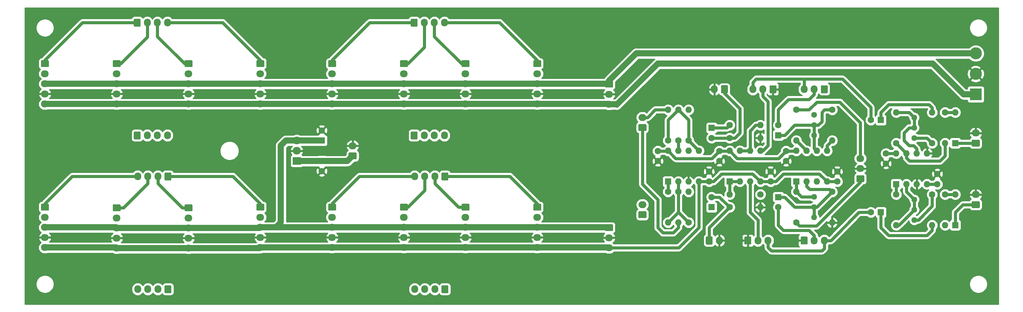
<source format=gbr>
G04 #@! TF.GenerationSoftware,KiCad,Pcbnew,(5.1.5)-3*
G04 #@! TF.CreationDate,2021-08-02T21:39:13+02:00*
G04 #@! TF.ProjectId,AnalogDrum_Backboard,416e616c-6f67-4447-9275-6d5f4261636b,rev?*
G04 #@! TF.SameCoordinates,Original*
G04 #@! TF.FileFunction,Copper,L2,Bot*
G04 #@! TF.FilePolarity,Positive*
%FSLAX46Y46*%
G04 Gerber Fmt 4.6, Leading zero omitted, Abs format (unit mm)*
G04 Created by KiCad (PCBNEW (5.1.5)-3) date 2021-08-02 21:39:13*
%MOMM*%
%LPD*%
G04 APERTURE LIST*
%ADD10C,1.440000*%
%ADD11C,3.000000*%
%ADD12R,3.000000X3.000000*%
%ADD13O,1.600000X1.600000*%
%ADD14R,1.600000X1.600000*%
%ADD15C,1.600000*%
%ADD16O,2.000000X1.700000*%
%ADD17C,0.100000*%
%ADD18O,1.700000X1.950000*%
%ADD19O,1.950000X1.700000*%
%ADD20O,2.000000X1.905000*%
%ADD21R,2.000000X1.905000*%
%ADD22O,1.700000X2.000000*%
%ADD23C,0.800000*%
%ADD24C,1.500000*%
%ADD25C,1.500000*%
%ADD26C,0.750000*%
%ADD27C,0.254000*%
G04 APERTURE END LIST*
D10*
X235585000Y-78105000D03*
X235585000Y-75565000D03*
X235585000Y-73025000D03*
X210820000Y-77470000D03*
X210820000Y-74930000D03*
X210820000Y-72390000D03*
X235585000Y-98425000D03*
X235585000Y-95885000D03*
X235585000Y-93345000D03*
X210820000Y-97790000D03*
X210820000Y-95250000D03*
X210820000Y-92710000D03*
D11*
X250825000Y-57150000D03*
X250825000Y-62230000D03*
D12*
X250825000Y-67310000D03*
D13*
X231140000Y-81915000D03*
X238760000Y-89535000D03*
X233680000Y-81915000D03*
X236220000Y-89535000D03*
X236220000Y-81915000D03*
X233680000Y-89535000D03*
X238760000Y-81915000D03*
D14*
X231140000Y-89535000D03*
D13*
X206375000Y-81280000D03*
X213995000Y-88900000D03*
X208915000Y-81280000D03*
X211455000Y-88900000D03*
X211455000Y-81280000D03*
X208915000Y-88900000D03*
X213995000Y-81280000D03*
D14*
X206375000Y-88900000D03*
D13*
X189865000Y-81280000D03*
X197485000Y-88900000D03*
X192405000Y-81280000D03*
X194945000Y-88900000D03*
X194945000Y-81280000D03*
X192405000Y-88900000D03*
X197485000Y-81280000D03*
D14*
X189865000Y-88900000D03*
D13*
X215265000Y-78740000D03*
D15*
X215265000Y-71120000D03*
D13*
X243205000Y-79375000D03*
D15*
X243205000Y-71755000D03*
D13*
X240030000Y-71755000D03*
D15*
X240030000Y-79375000D03*
D13*
X206375000Y-78740000D03*
D15*
X206375000Y-71120000D03*
D13*
X231140000Y-71755000D03*
D15*
X231140000Y-79375000D03*
D13*
X215265000Y-99060000D03*
D15*
X215265000Y-91440000D03*
D13*
X206375000Y-91440000D03*
D15*
X206375000Y-99060000D03*
D13*
X243205000Y-99695000D03*
D15*
X243205000Y-92075000D03*
D13*
X240030000Y-99695000D03*
D15*
X240030000Y-92075000D03*
D13*
X231140000Y-99695000D03*
D15*
X231140000Y-92075000D03*
D16*
X250825000Y-76875000D03*
G04 #@! TA.AperFunction,ComponentPad*
D17*
G36*
X251599504Y-78526204D02*
G01*
X251623773Y-78529804D01*
X251647571Y-78535765D01*
X251670671Y-78544030D01*
X251692849Y-78554520D01*
X251713893Y-78567133D01*
X251733598Y-78581747D01*
X251751777Y-78598223D01*
X251768253Y-78616402D01*
X251782867Y-78636107D01*
X251795480Y-78657151D01*
X251805970Y-78679329D01*
X251814235Y-78702429D01*
X251820196Y-78726227D01*
X251823796Y-78750496D01*
X251825000Y-78775000D01*
X251825000Y-79975000D01*
X251823796Y-79999504D01*
X251820196Y-80023773D01*
X251814235Y-80047571D01*
X251805970Y-80070671D01*
X251795480Y-80092849D01*
X251782867Y-80113893D01*
X251768253Y-80133598D01*
X251751777Y-80151777D01*
X251733598Y-80168253D01*
X251713893Y-80182867D01*
X251692849Y-80195480D01*
X251670671Y-80205970D01*
X251647571Y-80214235D01*
X251623773Y-80220196D01*
X251599504Y-80223796D01*
X251575000Y-80225000D01*
X250075000Y-80225000D01*
X250050496Y-80223796D01*
X250026227Y-80220196D01*
X250002429Y-80214235D01*
X249979329Y-80205970D01*
X249957151Y-80195480D01*
X249936107Y-80182867D01*
X249916402Y-80168253D01*
X249898223Y-80151777D01*
X249881747Y-80133598D01*
X249867133Y-80113893D01*
X249854520Y-80092849D01*
X249844030Y-80070671D01*
X249835765Y-80047571D01*
X249829804Y-80023773D01*
X249826204Y-79999504D01*
X249825000Y-79975000D01*
X249825000Y-78775000D01*
X249826204Y-78750496D01*
X249829804Y-78726227D01*
X249835765Y-78702429D01*
X249844030Y-78679329D01*
X249854520Y-78657151D01*
X249867133Y-78636107D01*
X249881747Y-78616402D01*
X249898223Y-78598223D01*
X249916402Y-78581747D01*
X249936107Y-78567133D01*
X249957151Y-78554520D01*
X249979329Y-78544030D01*
X250002429Y-78535765D01*
X250026227Y-78529804D01*
X250050496Y-78526204D01*
X250075000Y-78525000D01*
X251575000Y-78525000D01*
X251599504Y-78526204D01*
G37*
G04 #@! TD.AperFunction*
D18*
X208320000Y-66040000D03*
X210820000Y-66040000D03*
G04 #@! TA.AperFunction,ComponentPad*
D17*
G36*
X213944504Y-65066204D02*
G01*
X213968773Y-65069804D01*
X213992571Y-65075765D01*
X214015671Y-65084030D01*
X214037849Y-65094520D01*
X214058893Y-65107133D01*
X214078598Y-65121747D01*
X214096777Y-65138223D01*
X214113253Y-65156402D01*
X214127867Y-65176107D01*
X214140480Y-65197151D01*
X214150970Y-65219329D01*
X214159235Y-65242429D01*
X214165196Y-65266227D01*
X214168796Y-65290496D01*
X214170000Y-65315000D01*
X214170000Y-66765000D01*
X214168796Y-66789504D01*
X214165196Y-66813773D01*
X214159235Y-66837571D01*
X214150970Y-66860671D01*
X214140480Y-66882849D01*
X214127867Y-66903893D01*
X214113253Y-66923598D01*
X214096777Y-66941777D01*
X214078598Y-66958253D01*
X214058893Y-66972867D01*
X214037849Y-66985480D01*
X214015671Y-66995970D01*
X213992571Y-67004235D01*
X213968773Y-67010196D01*
X213944504Y-67013796D01*
X213920000Y-67015000D01*
X212720000Y-67015000D01*
X212695496Y-67013796D01*
X212671227Y-67010196D01*
X212647429Y-67004235D01*
X212624329Y-66995970D01*
X212602151Y-66985480D01*
X212581107Y-66972867D01*
X212561402Y-66958253D01*
X212543223Y-66941777D01*
X212526747Y-66923598D01*
X212512133Y-66903893D01*
X212499520Y-66882849D01*
X212489030Y-66860671D01*
X212480765Y-66837571D01*
X212474804Y-66813773D01*
X212471204Y-66789504D01*
X212470000Y-66765000D01*
X212470000Y-65315000D01*
X212471204Y-65290496D01*
X212474804Y-65266227D01*
X212480765Y-65242429D01*
X212489030Y-65219329D01*
X212499520Y-65197151D01*
X212512133Y-65176107D01*
X212526747Y-65156402D01*
X212543223Y-65138223D01*
X212561402Y-65121747D01*
X212581107Y-65107133D01*
X212602151Y-65094520D01*
X212624329Y-65084030D01*
X212647429Y-65075765D01*
X212671227Y-65069804D01*
X212695496Y-65066204D01*
X212720000Y-65065000D01*
X213920000Y-65065000D01*
X213944504Y-65066204D01*
G37*
G04 #@! TD.AperFunction*
D18*
X195620000Y-66040000D03*
X198120000Y-66040000D03*
G04 #@! TA.AperFunction,ComponentPad*
D17*
G36*
X201244504Y-65066204D02*
G01*
X201268773Y-65069804D01*
X201292571Y-65075765D01*
X201315671Y-65084030D01*
X201337849Y-65094520D01*
X201358893Y-65107133D01*
X201378598Y-65121747D01*
X201396777Y-65138223D01*
X201413253Y-65156402D01*
X201427867Y-65176107D01*
X201440480Y-65197151D01*
X201450970Y-65219329D01*
X201459235Y-65242429D01*
X201465196Y-65266227D01*
X201468796Y-65290496D01*
X201470000Y-65315000D01*
X201470000Y-66765000D01*
X201468796Y-66789504D01*
X201465196Y-66813773D01*
X201459235Y-66837571D01*
X201450970Y-66860671D01*
X201440480Y-66882849D01*
X201427867Y-66903893D01*
X201413253Y-66923598D01*
X201396777Y-66941777D01*
X201378598Y-66958253D01*
X201358893Y-66972867D01*
X201337849Y-66985480D01*
X201315671Y-66995970D01*
X201292571Y-67004235D01*
X201268773Y-67010196D01*
X201244504Y-67013796D01*
X201220000Y-67015000D01*
X200020000Y-67015000D01*
X199995496Y-67013796D01*
X199971227Y-67010196D01*
X199947429Y-67004235D01*
X199924329Y-66995970D01*
X199902151Y-66985480D01*
X199881107Y-66972867D01*
X199861402Y-66958253D01*
X199843223Y-66941777D01*
X199826747Y-66923598D01*
X199812133Y-66903893D01*
X199799520Y-66882849D01*
X199789030Y-66860671D01*
X199780765Y-66837571D01*
X199774804Y-66813773D01*
X199771204Y-66789504D01*
X199770000Y-66765000D01*
X199770000Y-65315000D01*
X199771204Y-65290496D01*
X199774804Y-65266227D01*
X199780765Y-65242429D01*
X199789030Y-65219329D01*
X199799520Y-65197151D01*
X199812133Y-65176107D01*
X199826747Y-65156402D01*
X199843223Y-65138223D01*
X199861402Y-65121747D01*
X199881107Y-65107133D01*
X199902151Y-65094520D01*
X199924329Y-65084030D01*
X199947429Y-65075765D01*
X199971227Y-65069804D01*
X199995496Y-65066204D01*
X200020000Y-65065000D01*
X201220000Y-65065000D01*
X201244504Y-65066204D01*
G37*
G04 #@! TD.AperFunction*
D19*
X222250000Y-83185000D03*
X222250000Y-85685000D03*
G04 #@! TA.AperFunction,ComponentPad*
D17*
G36*
X222999504Y-87336204D02*
G01*
X223023773Y-87339804D01*
X223047571Y-87345765D01*
X223070671Y-87354030D01*
X223092849Y-87364520D01*
X223113893Y-87377133D01*
X223133598Y-87391747D01*
X223151777Y-87408223D01*
X223168253Y-87426402D01*
X223182867Y-87446107D01*
X223195480Y-87467151D01*
X223205970Y-87489329D01*
X223214235Y-87512429D01*
X223220196Y-87536227D01*
X223223796Y-87560496D01*
X223225000Y-87585000D01*
X223225000Y-88785000D01*
X223223796Y-88809504D01*
X223220196Y-88833773D01*
X223214235Y-88857571D01*
X223205970Y-88880671D01*
X223195480Y-88902849D01*
X223182867Y-88923893D01*
X223168253Y-88943598D01*
X223151777Y-88961777D01*
X223133598Y-88978253D01*
X223113893Y-88992867D01*
X223092849Y-89005480D01*
X223070671Y-89015970D01*
X223047571Y-89024235D01*
X223023773Y-89030196D01*
X222999504Y-89033796D01*
X222975000Y-89035000D01*
X221525000Y-89035000D01*
X221500496Y-89033796D01*
X221476227Y-89030196D01*
X221452429Y-89024235D01*
X221429329Y-89015970D01*
X221407151Y-89005480D01*
X221386107Y-88992867D01*
X221366402Y-88978253D01*
X221348223Y-88961777D01*
X221331747Y-88943598D01*
X221317133Y-88923893D01*
X221304520Y-88902849D01*
X221294030Y-88880671D01*
X221285765Y-88857571D01*
X221279804Y-88833773D01*
X221276204Y-88809504D01*
X221275000Y-88785000D01*
X221275000Y-87585000D01*
X221276204Y-87560496D01*
X221279804Y-87536227D01*
X221285765Y-87512429D01*
X221294030Y-87489329D01*
X221304520Y-87467151D01*
X221317133Y-87446107D01*
X221331747Y-87426402D01*
X221348223Y-87408223D01*
X221366402Y-87391747D01*
X221386107Y-87377133D01*
X221407151Y-87364520D01*
X221429329Y-87354030D01*
X221452429Y-87345765D01*
X221476227Y-87339804D01*
X221500496Y-87336204D01*
X221525000Y-87335000D01*
X222975000Y-87335000D01*
X222999504Y-87336204D01*
G37*
G04 #@! TD.AperFunction*
D18*
X213320000Y-103505000D03*
X210820000Y-103505000D03*
G04 #@! TA.AperFunction,ComponentPad*
D17*
G36*
X208944504Y-102531204D02*
G01*
X208968773Y-102534804D01*
X208992571Y-102540765D01*
X209015671Y-102549030D01*
X209037849Y-102559520D01*
X209058893Y-102572133D01*
X209078598Y-102586747D01*
X209096777Y-102603223D01*
X209113253Y-102621402D01*
X209127867Y-102641107D01*
X209140480Y-102662151D01*
X209150970Y-102684329D01*
X209159235Y-102707429D01*
X209165196Y-102731227D01*
X209168796Y-102755496D01*
X209170000Y-102780000D01*
X209170000Y-104230000D01*
X209168796Y-104254504D01*
X209165196Y-104278773D01*
X209159235Y-104302571D01*
X209150970Y-104325671D01*
X209140480Y-104347849D01*
X209127867Y-104368893D01*
X209113253Y-104388598D01*
X209096777Y-104406777D01*
X209078598Y-104423253D01*
X209058893Y-104437867D01*
X209037849Y-104450480D01*
X209015671Y-104460970D01*
X208992571Y-104469235D01*
X208968773Y-104475196D01*
X208944504Y-104478796D01*
X208920000Y-104480000D01*
X207720000Y-104480000D01*
X207695496Y-104478796D01*
X207671227Y-104475196D01*
X207647429Y-104469235D01*
X207624329Y-104460970D01*
X207602151Y-104450480D01*
X207581107Y-104437867D01*
X207561402Y-104423253D01*
X207543223Y-104406777D01*
X207526747Y-104388598D01*
X207512133Y-104368893D01*
X207499520Y-104347849D01*
X207489030Y-104325671D01*
X207480765Y-104302571D01*
X207474804Y-104278773D01*
X207471204Y-104254504D01*
X207470000Y-104230000D01*
X207470000Y-102780000D01*
X207471204Y-102755496D01*
X207474804Y-102731227D01*
X207480765Y-102707429D01*
X207489030Y-102684329D01*
X207499520Y-102662151D01*
X207512133Y-102641107D01*
X207526747Y-102621402D01*
X207543223Y-102603223D01*
X207561402Y-102586747D01*
X207581107Y-102572133D01*
X207602151Y-102559520D01*
X207624329Y-102549030D01*
X207647429Y-102540765D01*
X207671227Y-102534804D01*
X207695496Y-102531204D01*
X207720000Y-102530000D01*
X208920000Y-102530000D01*
X208944504Y-102531204D01*
G37*
G04 #@! TD.AperFunction*
D18*
X199390000Y-103505000D03*
X196890000Y-103505000D03*
G04 #@! TA.AperFunction,ComponentPad*
D17*
G36*
X195014504Y-102531204D02*
G01*
X195038773Y-102534804D01*
X195062571Y-102540765D01*
X195085671Y-102549030D01*
X195107849Y-102559520D01*
X195128893Y-102572133D01*
X195148598Y-102586747D01*
X195166777Y-102603223D01*
X195183253Y-102621402D01*
X195197867Y-102641107D01*
X195210480Y-102662151D01*
X195220970Y-102684329D01*
X195229235Y-102707429D01*
X195235196Y-102731227D01*
X195238796Y-102755496D01*
X195240000Y-102780000D01*
X195240000Y-104230000D01*
X195238796Y-104254504D01*
X195235196Y-104278773D01*
X195229235Y-104302571D01*
X195220970Y-104325671D01*
X195210480Y-104347849D01*
X195197867Y-104368893D01*
X195183253Y-104388598D01*
X195166777Y-104406777D01*
X195148598Y-104423253D01*
X195128893Y-104437867D01*
X195107849Y-104450480D01*
X195085671Y-104460970D01*
X195062571Y-104469235D01*
X195038773Y-104475196D01*
X195014504Y-104478796D01*
X194990000Y-104480000D01*
X193790000Y-104480000D01*
X193765496Y-104478796D01*
X193741227Y-104475196D01*
X193717429Y-104469235D01*
X193694329Y-104460970D01*
X193672151Y-104450480D01*
X193651107Y-104437867D01*
X193631402Y-104423253D01*
X193613223Y-104406777D01*
X193596747Y-104388598D01*
X193582133Y-104368893D01*
X193569520Y-104347849D01*
X193559030Y-104325671D01*
X193550765Y-104302571D01*
X193544804Y-104278773D01*
X193541204Y-104254504D01*
X193540000Y-104230000D01*
X193540000Y-102780000D01*
X193541204Y-102755496D01*
X193544804Y-102731227D01*
X193550765Y-102707429D01*
X193559030Y-102684329D01*
X193569520Y-102662151D01*
X193582133Y-102641107D01*
X193596747Y-102621402D01*
X193613223Y-102603223D01*
X193631402Y-102586747D01*
X193651107Y-102572133D01*
X193672151Y-102559520D01*
X193694329Y-102549030D01*
X193717429Y-102540765D01*
X193741227Y-102534804D01*
X193765496Y-102531204D01*
X193790000Y-102530000D01*
X194990000Y-102530000D01*
X195014504Y-102531204D01*
G37*
G04 #@! TD.AperFunction*
D16*
X250825000Y-92115000D03*
G04 #@! TA.AperFunction,ComponentPad*
D17*
G36*
X251599504Y-93766204D02*
G01*
X251623773Y-93769804D01*
X251647571Y-93775765D01*
X251670671Y-93784030D01*
X251692849Y-93794520D01*
X251713893Y-93807133D01*
X251733598Y-93821747D01*
X251751777Y-93838223D01*
X251768253Y-93856402D01*
X251782867Y-93876107D01*
X251795480Y-93897151D01*
X251805970Y-93919329D01*
X251814235Y-93942429D01*
X251820196Y-93966227D01*
X251823796Y-93990496D01*
X251825000Y-94015000D01*
X251825000Y-95215000D01*
X251823796Y-95239504D01*
X251820196Y-95263773D01*
X251814235Y-95287571D01*
X251805970Y-95310671D01*
X251795480Y-95332849D01*
X251782867Y-95353893D01*
X251768253Y-95373598D01*
X251751777Y-95391777D01*
X251733598Y-95408253D01*
X251713893Y-95422867D01*
X251692849Y-95435480D01*
X251670671Y-95445970D01*
X251647571Y-95454235D01*
X251623773Y-95460196D01*
X251599504Y-95463796D01*
X251575000Y-95465000D01*
X250075000Y-95465000D01*
X250050496Y-95463796D01*
X250026227Y-95460196D01*
X250002429Y-95454235D01*
X249979329Y-95445970D01*
X249957151Y-95435480D01*
X249936107Y-95422867D01*
X249916402Y-95408253D01*
X249898223Y-95391777D01*
X249881747Y-95373598D01*
X249867133Y-95353893D01*
X249854520Y-95332849D01*
X249844030Y-95310671D01*
X249835765Y-95287571D01*
X249829804Y-95263773D01*
X249826204Y-95239504D01*
X249825000Y-95215000D01*
X249825000Y-94015000D01*
X249826204Y-93990496D01*
X249829804Y-93966227D01*
X249835765Y-93942429D01*
X249844030Y-93919329D01*
X249854520Y-93897151D01*
X249867133Y-93876107D01*
X249881747Y-93856402D01*
X249898223Y-93838223D01*
X249916402Y-93821747D01*
X249936107Y-93807133D01*
X249957151Y-93794520D01*
X249979329Y-93784030D01*
X250002429Y-93775765D01*
X250026227Y-93769804D01*
X250050496Y-93766204D01*
X250075000Y-93765000D01*
X251575000Y-93765000D01*
X251599504Y-93766204D01*
G37*
G04 #@! TD.AperFunction*
D13*
X245745000Y-71755000D03*
D14*
X245745000Y-79375000D03*
D13*
X245745000Y-92075000D03*
D14*
X245745000Y-99695000D03*
D15*
X241300000Y-89535000D03*
X241300000Y-87035000D03*
X228600000Y-84455000D03*
X228600000Y-81955000D03*
X216535000Y-88900000D03*
X216535000Y-86400000D03*
X200025000Y-88900000D03*
X200025000Y-86400000D03*
X203835000Y-83820000D03*
X203835000Y-81320000D03*
X187325000Y-83820000D03*
X187325000Y-81320000D03*
X224830000Y-73660000D03*
D14*
X227330000Y-73660000D03*
D15*
X201930000Y-74930000D03*
D14*
X201930000Y-77430000D03*
D15*
X201930000Y-95250000D03*
D14*
X201930000Y-92750000D03*
D15*
X224830000Y-96520000D03*
D14*
X227330000Y-96520000D03*
D20*
X82700000Y-78740000D03*
X82700000Y-81280000D03*
D21*
X82700000Y-83820000D03*
D13*
X174625000Y-81280000D03*
X182245000Y-88900000D03*
X177165000Y-81280000D03*
X179705000Y-88900000D03*
X179705000Y-81280000D03*
X177165000Y-88900000D03*
X182245000Y-81280000D03*
D14*
X174625000Y-88900000D03*
D13*
X197485000Y-78105000D03*
D15*
X189865000Y-78105000D03*
D13*
X197485000Y-74930000D03*
D15*
X189865000Y-74930000D03*
D13*
X179705000Y-71120000D03*
D15*
X179705000Y-78740000D03*
D13*
X177165000Y-71120000D03*
D15*
X177165000Y-78740000D03*
D13*
X174625000Y-71120000D03*
D15*
X174625000Y-78740000D03*
D13*
X197485000Y-95250000D03*
D15*
X189865000Y-95250000D03*
D13*
X189865000Y-92075000D03*
D15*
X197485000Y-92075000D03*
D13*
X179705000Y-91440000D03*
D15*
X179705000Y-99060000D03*
D13*
X174625000Y-99060000D03*
D15*
X174625000Y-91440000D03*
D13*
X177165000Y-99060000D03*
D15*
X177165000Y-91440000D03*
D19*
X160020000Y-69770000D03*
X160020000Y-67270000D03*
G04 #@! TA.AperFunction,ComponentPad*
D17*
G36*
X160769504Y-63921204D02*
G01*
X160793773Y-63924804D01*
X160817571Y-63930765D01*
X160840671Y-63939030D01*
X160862849Y-63949520D01*
X160883893Y-63962133D01*
X160903598Y-63976747D01*
X160921777Y-63993223D01*
X160938253Y-64011402D01*
X160952867Y-64031107D01*
X160965480Y-64052151D01*
X160975970Y-64074329D01*
X160984235Y-64097429D01*
X160990196Y-64121227D01*
X160993796Y-64145496D01*
X160995000Y-64170000D01*
X160995000Y-65370000D01*
X160993796Y-65394504D01*
X160990196Y-65418773D01*
X160984235Y-65442571D01*
X160975970Y-65465671D01*
X160965480Y-65487849D01*
X160952867Y-65508893D01*
X160938253Y-65528598D01*
X160921777Y-65546777D01*
X160903598Y-65563253D01*
X160883893Y-65577867D01*
X160862849Y-65590480D01*
X160840671Y-65600970D01*
X160817571Y-65609235D01*
X160793773Y-65615196D01*
X160769504Y-65618796D01*
X160745000Y-65620000D01*
X159295000Y-65620000D01*
X159270496Y-65618796D01*
X159246227Y-65615196D01*
X159222429Y-65609235D01*
X159199329Y-65600970D01*
X159177151Y-65590480D01*
X159156107Y-65577867D01*
X159136402Y-65563253D01*
X159118223Y-65546777D01*
X159101747Y-65528598D01*
X159087133Y-65508893D01*
X159074520Y-65487849D01*
X159064030Y-65465671D01*
X159055765Y-65442571D01*
X159049804Y-65418773D01*
X159046204Y-65394504D01*
X159045000Y-65370000D01*
X159045000Y-64170000D01*
X159046204Y-64145496D01*
X159049804Y-64121227D01*
X159055765Y-64097429D01*
X159064030Y-64074329D01*
X159074520Y-64052151D01*
X159087133Y-64031107D01*
X159101747Y-64011402D01*
X159118223Y-63993223D01*
X159136402Y-63976747D01*
X159156107Y-63962133D01*
X159177151Y-63949520D01*
X159199329Y-63939030D01*
X159222429Y-63930765D01*
X159246227Y-63924804D01*
X159270496Y-63921204D01*
X159295000Y-63920000D01*
X160745000Y-63920000D01*
X160769504Y-63921204D01*
G37*
G04 #@! TD.AperFunction*
D22*
X186095000Y-66040000D03*
G04 #@! TA.AperFunction,ComponentPad*
D17*
G36*
X189219504Y-65041204D02*
G01*
X189243773Y-65044804D01*
X189267571Y-65050765D01*
X189290671Y-65059030D01*
X189312849Y-65069520D01*
X189333893Y-65082133D01*
X189353598Y-65096747D01*
X189371777Y-65113223D01*
X189388253Y-65131402D01*
X189402867Y-65151107D01*
X189415480Y-65172151D01*
X189425970Y-65194329D01*
X189434235Y-65217429D01*
X189440196Y-65241227D01*
X189443796Y-65265496D01*
X189445000Y-65290000D01*
X189445000Y-66790000D01*
X189443796Y-66814504D01*
X189440196Y-66838773D01*
X189434235Y-66862571D01*
X189425970Y-66885671D01*
X189415480Y-66907849D01*
X189402867Y-66928893D01*
X189388253Y-66948598D01*
X189371777Y-66966777D01*
X189353598Y-66983253D01*
X189333893Y-66997867D01*
X189312849Y-67010480D01*
X189290671Y-67020970D01*
X189267571Y-67029235D01*
X189243773Y-67035196D01*
X189219504Y-67038796D01*
X189195000Y-67040000D01*
X187995000Y-67040000D01*
X187970496Y-67038796D01*
X187946227Y-67035196D01*
X187922429Y-67029235D01*
X187899329Y-67020970D01*
X187877151Y-67010480D01*
X187856107Y-66997867D01*
X187836402Y-66983253D01*
X187818223Y-66966777D01*
X187801747Y-66948598D01*
X187787133Y-66928893D01*
X187774520Y-66907849D01*
X187764030Y-66885671D01*
X187755765Y-66862571D01*
X187749804Y-66838773D01*
X187746204Y-66814504D01*
X187745000Y-66790000D01*
X187745000Y-65290000D01*
X187746204Y-65265496D01*
X187749804Y-65241227D01*
X187755765Y-65217429D01*
X187764030Y-65194329D01*
X187774520Y-65172151D01*
X187787133Y-65151107D01*
X187801747Y-65131402D01*
X187818223Y-65113223D01*
X187836402Y-65096747D01*
X187856107Y-65082133D01*
X187877151Y-65069520D01*
X187899329Y-65059030D01*
X187922429Y-65050765D01*
X187946227Y-65044804D01*
X187970496Y-65041204D01*
X187995000Y-65040000D01*
X189195000Y-65040000D01*
X189219504Y-65041204D01*
G37*
G04 #@! TD.AperFunction*
D19*
X160020000Y-105330000D03*
X160020000Y-102830000D03*
G04 #@! TA.AperFunction,ComponentPad*
D17*
G36*
X160769504Y-99481204D02*
G01*
X160793773Y-99484804D01*
X160817571Y-99490765D01*
X160840671Y-99499030D01*
X160862849Y-99509520D01*
X160883893Y-99522133D01*
X160903598Y-99536747D01*
X160921777Y-99553223D01*
X160938253Y-99571402D01*
X160952867Y-99591107D01*
X160965480Y-99612151D01*
X160975970Y-99634329D01*
X160984235Y-99657429D01*
X160990196Y-99681227D01*
X160993796Y-99705496D01*
X160995000Y-99730000D01*
X160995000Y-100930000D01*
X160993796Y-100954504D01*
X160990196Y-100978773D01*
X160984235Y-101002571D01*
X160975970Y-101025671D01*
X160965480Y-101047849D01*
X160952867Y-101068893D01*
X160938253Y-101088598D01*
X160921777Y-101106777D01*
X160903598Y-101123253D01*
X160883893Y-101137867D01*
X160862849Y-101150480D01*
X160840671Y-101160970D01*
X160817571Y-101169235D01*
X160793773Y-101175196D01*
X160769504Y-101178796D01*
X160745000Y-101180000D01*
X159295000Y-101180000D01*
X159270496Y-101178796D01*
X159246227Y-101175196D01*
X159222429Y-101169235D01*
X159199329Y-101160970D01*
X159177151Y-101150480D01*
X159156107Y-101137867D01*
X159136402Y-101123253D01*
X159118223Y-101106777D01*
X159101747Y-101088598D01*
X159087133Y-101068893D01*
X159074520Y-101047849D01*
X159064030Y-101025671D01*
X159055765Y-101002571D01*
X159049804Y-100978773D01*
X159046204Y-100954504D01*
X159045000Y-100930000D01*
X159045000Y-99730000D01*
X159046204Y-99705496D01*
X159049804Y-99681227D01*
X159055765Y-99657429D01*
X159064030Y-99634329D01*
X159074520Y-99612151D01*
X159087133Y-99591107D01*
X159101747Y-99571402D01*
X159118223Y-99553223D01*
X159136402Y-99536747D01*
X159156107Y-99522133D01*
X159177151Y-99509520D01*
X159199329Y-99499030D01*
X159222429Y-99490765D01*
X159246227Y-99484804D01*
X159270496Y-99481204D01*
X159295000Y-99480000D01*
X160745000Y-99480000D01*
X160769504Y-99481204D01*
G37*
G04 #@! TD.AperFunction*
D22*
X187325000Y-103505000D03*
G04 #@! TA.AperFunction,ComponentPad*
D17*
G36*
X185449504Y-102506204D02*
G01*
X185473773Y-102509804D01*
X185497571Y-102515765D01*
X185520671Y-102524030D01*
X185542849Y-102534520D01*
X185563893Y-102547133D01*
X185583598Y-102561747D01*
X185601777Y-102578223D01*
X185618253Y-102596402D01*
X185632867Y-102616107D01*
X185645480Y-102637151D01*
X185655970Y-102659329D01*
X185664235Y-102682429D01*
X185670196Y-102706227D01*
X185673796Y-102730496D01*
X185675000Y-102755000D01*
X185675000Y-104255000D01*
X185673796Y-104279504D01*
X185670196Y-104303773D01*
X185664235Y-104327571D01*
X185655970Y-104350671D01*
X185645480Y-104372849D01*
X185632867Y-104393893D01*
X185618253Y-104413598D01*
X185601777Y-104431777D01*
X185583598Y-104448253D01*
X185563893Y-104462867D01*
X185542849Y-104475480D01*
X185520671Y-104485970D01*
X185497571Y-104494235D01*
X185473773Y-104500196D01*
X185449504Y-104503796D01*
X185425000Y-104505000D01*
X184225000Y-104505000D01*
X184200496Y-104503796D01*
X184176227Y-104500196D01*
X184152429Y-104494235D01*
X184129329Y-104485970D01*
X184107151Y-104475480D01*
X184086107Y-104462867D01*
X184066402Y-104448253D01*
X184048223Y-104431777D01*
X184031747Y-104413598D01*
X184017133Y-104393893D01*
X184004520Y-104372849D01*
X183994030Y-104350671D01*
X183985765Y-104327571D01*
X183979804Y-104303773D01*
X183976204Y-104279504D01*
X183975000Y-104255000D01*
X183975000Y-102755000D01*
X183976204Y-102730496D01*
X183979804Y-102706227D01*
X183985765Y-102682429D01*
X183994030Y-102659329D01*
X184004520Y-102637151D01*
X184017133Y-102616107D01*
X184031747Y-102596402D01*
X184048223Y-102578223D01*
X184066402Y-102561747D01*
X184086107Y-102547133D01*
X184107151Y-102534520D01*
X184129329Y-102524030D01*
X184152429Y-102515765D01*
X184176227Y-102509804D01*
X184200496Y-102506204D01*
X184225000Y-102505000D01*
X185425000Y-102505000D01*
X185449504Y-102506204D01*
G37*
G04 #@! TD.AperFunction*
D16*
X168275000Y-94615000D03*
G04 #@! TA.AperFunction,ComponentPad*
D17*
G36*
X169049504Y-96266204D02*
G01*
X169073773Y-96269804D01*
X169097571Y-96275765D01*
X169120671Y-96284030D01*
X169142849Y-96294520D01*
X169163893Y-96307133D01*
X169183598Y-96321747D01*
X169201777Y-96338223D01*
X169218253Y-96356402D01*
X169232867Y-96376107D01*
X169245480Y-96397151D01*
X169255970Y-96419329D01*
X169264235Y-96442429D01*
X169270196Y-96466227D01*
X169273796Y-96490496D01*
X169275000Y-96515000D01*
X169275000Y-97715000D01*
X169273796Y-97739504D01*
X169270196Y-97763773D01*
X169264235Y-97787571D01*
X169255970Y-97810671D01*
X169245480Y-97832849D01*
X169232867Y-97853893D01*
X169218253Y-97873598D01*
X169201777Y-97891777D01*
X169183598Y-97908253D01*
X169163893Y-97922867D01*
X169142849Y-97935480D01*
X169120671Y-97945970D01*
X169097571Y-97954235D01*
X169073773Y-97960196D01*
X169049504Y-97963796D01*
X169025000Y-97965000D01*
X167525000Y-97965000D01*
X167500496Y-97963796D01*
X167476227Y-97960196D01*
X167452429Y-97954235D01*
X167429329Y-97945970D01*
X167407151Y-97935480D01*
X167386107Y-97922867D01*
X167366402Y-97908253D01*
X167348223Y-97891777D01*
X167331747Y-97873598D01*
X167317133Y-97853893D01*
X167304520Y-97832849D01*
X167294030Y-97810671D01*
X167285765Y-97787571D01*
X167279804Y-97763773D01*
X167276204Y-97739504D01*
X167275000Y-97715000D01*
X167275000Y-96515000D01*
X167276204Y-96490496D01*
X167279804Y-96466227D01*
X167285765Y-96442429D01*
X167294030Y-96419329D01*
X167304520Y-96397151D01*
X167317133Y-96376107D01*
X167331747Y-96356402D01*
X167348223Y-96338223D01*
X167366402Y-96321747D01*
X167386107Y-96307133D01*
X167407151Y-96294520D01*
X167429329Y-96284030D01*
X167452429Y-96275765D01*
X167476227Y-96269804D01*
X167500496Y-96266204D01*
X167525000Y-96265000D01*
X169025000Y-96265000D01*
X169049504Y-96266204D01*
G37*
G04 #@! TD.AperFunction*
D16*
X168275000Y-73025000D03*
G04 #@! TA.AperFunction,ComponentPad*
D17*
G36*
X169049504Y-74676204D02*
G01*
X169073773Y-74679804D01*
X169097571Y-74685765D01*
X169120671Y-74694030D01*
X169142849Y-74704520D01*
X169163893Y-74717133D01*
X169183598Y-74731747D01*
X169201777Y-74748223D01*
X169218253Y-74766402D01*
X169232867Y-74786107D01*
X169245480Y-74807151D01*
X169255970Y-74829329D01*
X169264235Y-74852429D01*
X169270196Y-74876227D01*
X169273796Y-74900496D01*
X169275000Y-74925000D01*
X169275000Y-76125000D01*
X169273796Y-76149504D01*
X169270196Y-76173773D01*
X169264235Y-76197571D01*
X169255970Y-76220671D01*
X169245480Y-76242849D01*
X169232867Y-76263893D01*
X169218253Y-76283598D01*
X169201777Y-76301777D01*
X169183598Y-76318253D01*
X169163893Y-76332867D01*
X169142849Y-76345480D01*
X169120671Y-76355970D01*
X169097571Y-76364235D01*
X169073773Y-76370196D01*
X169049504Y-76373796D01*
X169025000Y-76375000D01*
X167525000Y-76375000D01*
X167500496Y-76373796D01*
X167476227Y-76370196D01*
X167452429Y-76364235D01*
X167429329Y-76355970D01*
X167407151Y-76345480D01*
X167386107Y-76332867D01*
X167366402Y-76318253D01*
X167348223Y-76301777D01*
X167331747Y-76283598D01*
X167317133Y-76263893D01*
X167304520Y-76242849D01*
X167294030Y-76220671D01*
X167285765Y-76197571D01*
X167279804Y-76173773D01*
X167276204Y-76149504D01*
X167275000Y-76125000D01*
X167275000Y-74925000D01*
X167276204Y-74900496D01*
X167279804Y-74876227D01*
X167285765Y-74852429D01*
X167294030Y-74829329D01*
X167304520Y-74807151D01*
X167317133Y-74786107D01*
X167331747Y-74766402D01*
X167348223Y-74748223D01*
X167366402Y-74731747D01*
X167386107Y-74717133D01*
X167407151Y-74704520D01*
X167429329Y-74694030D01*
X167452429Y-74685765D01*
X167476227Y-74679804D01*
X167500496Y-74676204D01*
X167525000Y-74675000D01*
X169025000Y-74675000D01*
X169049504Y-74676204D01*
G37*
G04 #@! TD.AperFunction*
D16*
X96520000Y-80050000D03*
G04 #@! TA.AperFunction,ComponentPad*
D17*
G36*
X97294504Y-81701204D02*
G01*
X97318773Y-81704804D01*
X97342571Y-81710765D01*
X97365671Y-81719030D01*
X97387849Y-81729520D01*
X97408893Y-81742133D01*
X97428598Y-81756747D01*
X97446777Y-81773223D01*
X97463253Y-81791402D01*
X97477867Y-81811107D01*
X97490480Y-81832151D01*
X97500970Y-81854329D01*
X97509235Y-81877429D01*
X97515196Y-81901227D01*
X97518796Y-81925496D01*
X97520000Y-81950000D01*
X97520000Y-83150000D01*
X97518796Y-83174504D01*
X97515196Y-83198773D01*
X97509235Y-83222571D01*
X97500970Y-83245671D01*
X97490480Y-83267849D01*
X97477867Y-83288893D01*
X97463253Y-83308598D01*
X97446777Y-83326777D01*
X97428598Y-83343253D01*
X97408893Y-83357867D01*
X97387849Y-83370480D01*
X97365671Y-83380970D01*
X97342571Y-83389235D01*
X97318773Y-83395196D01*
X97294504Y-83398796D01*
X97270000Y-83400000D01*
X95770000Y-83400000D01*
X95745496Y-83398796D01*
X95721227Y-83395196D01*
X95697429Y-83389235D01*
X95674329Y-83380970D01*
X95652151Y-83370480D01*
X95631107Y-83357867D01*
X95611402Y-83343253D01*
X95593223Y-83326777D01*
X95576747Y-83308598D01*
X95562133Y-83288893D01*
X95549520Y-83267849D01*
X95539030Y-83245671D01*
X95530765Y-83222571D01*
X95524804Y-83198773D01*
X95521204Y-83174504D01*
X95520000Y-83150000D01*
X95520000Y-81950000D01*
X95521204Y-81925496D01*
X95524804Y-81901227D01*
X95530765Y-81877429D01*
X95539030Y-81854329D01*
X95549520Y-81832151D01*
X95562133Y-81811107D01*
X95576747Y-81791402D01*
X95593223Y-81773223D01*
X95611402Y-81756747D01*
X95631107Y-81742133D01*
X95652151Y-81729520D01*
X95674329Y-81719030D01*
X95697429Y-81710765D01*
X95721227Y-81704804D01*
X95745496Y-81701204D01*
X95770000Y-81700000D01*
X97270000Y-81700000D01*
X97294504Y-81701204D01*
G37*
G04 #@! TD.AperFunction*
D19*
X142240000Y-105250000D03*
X142240000Y-102750000D03*
X142240000Y-100250000D03*
X142240000Y-97750000D03*
G04 #@! TA.AperFunction,ComponentPad*
D17*
G36*
X142989504Y-94401204D02*
G01*
X143013773Y-94404804D01*
X143037571Y-94410765D01*
X143060671Y-94419030D01*
X143082849Y-94429520D01*
X143103893Y-94442133D01*
X143123598Y-94456747D01*
X143141777Y-94473223D01*
X143158253Y-94491402D01*
X143172867Y-94511107D01*
X143185480Y-94532151D01*
X143195970Y-94554329D01*
X143204235Y-94577429D01*
X143210196Y-94601227D01*
X143213796Y-94625496D01*
X143215000Y-94650000D01*
X143215000Y-95850000D01*
X143213796Y-95874504D01*
X143210196Y-95898773D01*
X143204235Y-95922571D01*
X143195970Y-95945671D01*
X143185480Y-95967849D01*
X143172867Y-95988893D01*
X143158253Y-96008598D01*
X143141777Y-96026777D01*
X143123598Y-96043253D01*
X143103893Y-96057867D01*
X143082849Y-96070480D01*
X143060671Y-96080970D01*
X143037571Y-96089235D01*
X143013773Y-96095196D01*
X142989504Y-96098796D01*
X142965000Y-96100000D01*
X141515000Y-96100000D01*
X141490496Y-96098796D01*
X141466227Y-96095196D01*
X141442429Y-96089235D01*
X141419329Y-96080970D01*
X141397151Y-96070480D01*
X141376107Y-96057867D01*
X141356402Y-96043253D01*
X141338223Y-96026777D01*
X141321747Y-96008598D01*
X141307133Y-95988893D01*
X141294520Y-95967849D01*
X141284030Y-95945671D01*
X141275765Y-95922571D01*
X141269804Y-95898773D01*
X141266204Y-95874504D01*
X141265000Y-95850000D01*
X141265000Y-94650000D01*
X141266204Y-94625496D01*
X141269804Y-94601227D01*
X141275765Y-94577429D01*
X141284030Y-94554329D01*
X141294520Y-94532151D01*
X141307133Y-94511107D01*
X141321747Y-94491402D01*
X141338223Y-94473223D01*
X141356402Y-94456747D01*
X141376107Y-94442133D01*
X141397151Y-94429520D01*
X141419329Y-94419030D01*
X141442429Y-94410765D01*
X141466227Y-94404804D01*
X141490496Y-94401204D01*
X141515000Y-94400000D01*
X142965000Y-94400000D01*
X142989504Y-94401204D01*
G37*
G04 #@! TD.AperFunction*
D19*
X124460000Y-105250000D03*
X124460000Y-102750000D03*
X124460000Y-100250000D03*
X124460000Y-97750000D03*
G04 #@! TA.AperFunction,ComponentPad*
D17*
G36*
X125209504Y-94401204D02*
G01*
X125233773Y-94404804D01*
X125257571Y-94410765D01*
X125280671Y-94419030D01*
X125302849Y-94429520D01*
X125323893Y-94442133D01*
X125343598Y-94456747D01*
X125361777Y-94473223D01*
X125378253Y-94491402D01*
X125392867Y-94511107D01*
X125405480Y-94532151D01*
X125415970Y-94554329D01*
X125424235Y-94577429D01*
X125430196Y-94601227D01*
X125433796Y-94625496D01*
X125435000Y-94650000D01*
X125435000Y-95850000D01*
X125433796Y-95874504D01*
X125430196Y-95898773D01*
X125424235Y-95922571D01*
X125415970Y-95945671D01*
X125405480Y-95967849D01*
X125392867Y-95988893D01*
X125378253Y-96008598D01*
X125361777Y-96026777D01*
X125343598Y-96043253D01*
X125323893Y-96057867D01*
X125302849Y-96070480D01*
X125280671Y-96080970D01*
X125257571Y-96089235D01*
X125233773Y-96095196D01*
X125209504Y-96098796D01*
X125185000Y-96100000D01*
X123735000Y-96100000D01*
X123710496Y-96098796D01*
X123686227Y-96095196D01*
X123662429Y-96089235D01*
X123639329Y-96080970D01*
X123617151Y-96070480D01*
X123596107Y-96057867D01*
X123576402Y-96043253D01*
X123558223Y-96026777D01*
X123541747Y-96008598D01*
X123527133Y-95988893D01*
X123514520Y-95967849D01*
X123504030Y-95945671D01*
X123495765Y-95922571D01*
X123489804Y-95898773D01*
X123486204Y-95874504D01*
X123485000Y-95850000D01*
X123485000Y-94650000D01*
X123486204Y-94625496D01*
X123489804Y-94601227D01*
X123495765Y-94577429D01*
X123504030Y-94554329D01*
X123514520Y-94532151D01*
X123527133Y-94511107D01*
X123541747Y-94491402D01*
X123558223Y-94473223D01*
X123576402Y-94456747D01*
X123596107Y-94442133D01*
X123617151Y-94429520D01*
X123639329Y-94419030D01*
X123662429Y-94410765D01*
X123686227Y-94404804D01*
X123710496Y-94401204D01*
X123735000Y-94400000D01*
X125185000Y-94400000D01*
X125209504Y-94401204D01*
G37*
G04 #@! TD.AperFunction*
D19*
X109220000Y-105250000D03*
X109220000Y-102750000D03*
X109220000Y-100250000D03*
X109220000Y-97750000D03*
G04 #@! TA.AperFunction,ComponentPad*
D17*
G36*
X109969504Y-94401204D02*
G01*
X109993773Y-94404804D01*
X110017571Y-94410765D01*
X110040671Y-94419030D01*
X110062849Y-94429520D01*
X110083893Y-94442133D01*
X110103598Y-94456747D01*
X110121777Y-94473223D01*
X110138253Y-94491402D01*
X110152867Y-94511107D01*
X110165480Y-94532151D01*
X110175970Y-94554329D01*
X110184235Y-94577429D01*
X110190196Y-94601227D01*
X110193796Y-94625496D01*
X110195000Y-94650000D01*
X110195000Y-95850000D01*
X110193796Y-95874504D01*
X110190196Y-95898773D01*
X110184235Y-95922571D01*
X110175970Y-95945671D01*
X110165480Y-95967849D01*
X110152867Y-95988893D01*
X110138253Y-96008598D01*
X110121777Y-96026777D01*
X110103598Y-96043253D01*
X110083893Y-96057867D01*
X110062849Y-96070480D01*
X110040671Y-96080970D01*
X110017571Y-96089235D01*
X109993773Y-96095196D01*
X109969504Y-96098796D01*
X109945000Y-96100000D01*
X108495000Y-96100000D01*
X108470496Y-96098796D01*
X108446227Y-96095196D01*
X108422429Y-96089235D01*
X108399329Y-96080970D01*
X108377151Y-96070480D01*
X108356107Y-96057867D01*
X108336402Y-96043253D01*
X108318223Y-96026777D01*
X108301747Y-96008598D01*
X108287133Y-95988893D01*
X108274520Y-95967849D01*
X108264030Y-95945671D01*
X108255765Y-95922571D01*
X108249804Y-95898773D01*
X108246204Y-95874504D01*
X108245000Y-95850000D01*
X108245000Y-94650000D01*
X108246204Y-94625496D01*
X108249804Y-94601227D01*
X108255765Y-94577429D01*
X108264030Y-94554329D01*
X108274520Y-94532151D01*
X108287133Y-94511107D01*
X108301747Y-94491402D01*
X108318223Y-94473223D01*
X108336402Y-94456747D01*
X108356107Y-94442133D01*
X108377151Y-94429520D01*
X108399329Y-94419030D01*
X108422429Y-94410765D01*
X108446227Y-94404804D01*
X108470496Y-94401204D01*
X108495000Y-94400000D01*
X109945000Y-94400000D01*
X109969504Y-94401204D01*
G37*
G04 #@! TD.AperFunction*
D19*
X91440000Y-105250000D03*
X91440000Y-102750000D03*
X91440000Y-100250000D03*
X91440000Y-97750000D03*
G04 #@! TA.AperFunction,ComponentPad*
D17*
G36*
X92189504Y-94401204D02*
G01*
X92213773Y-94404804D01*
X92237571Y-94410765D01*
X92260671Y-94419030D01*
X92282849Y-94429520D01*
X92303893Y-94442133D01*
X92323598Y-94456747D01*
X92341777Y-94473223D01*
X92358253Y-94491402D01*
X92372867Y-94511107D01*
X92385480Y-94532151D01*
X92395970Y-94554329D01*
X92404235Y-94577429D01*
X92410196Y-94601227D01*
X92413796Y-94625496D01*
X92415000Y-94650000D01*
X92415000Y-95850000D01*
X92413796Y-95874504D01*
X92410196Y-95898773D01*
X92404235Y-95922571D01*
X92395970Y-95945671D01*
X92385480Y-95967849D01*
X92372867Y-95988893D01*
X92358253Y-96008598D01*
X92341777Y-96026777D01*
X92323598Y-96043253D01*
X92303893Y-96057867D01*
X92282849Y-96070480D01*
X92260671Y-96080970D01*
X92237571Y-96089235D01*
X92213773Y-96095196D01*
X92189504Y-96098796D01*
X92165000Y-96100000D01*
X90715000Y-96100000D01*
X90690496Y-96098796D01*
X90666227Y-96095196D01*
X90642429Y-96089235D01*
X90619329Y-96080970D01*
X90597151Y-96070480D01*
X90576107Y-96057867D01*
X90556402Y-96043253D01*
X90538223Y-96026777D01*
X90521747Y-96008598D01*
X90507133Y-95988893D01*
X90494520Y-95967849D01*
X90484030Y-95945671D01*
X90475765Y-95922571D01*
X90469804Y-95898773D01*
X90466204Y-95874504D01*
X90465000Y-95850000D01*
X90465000Y-94650000D01*
X90466204Y-94625496D01*
X90469804Y-94601227D01*
X90475765Y-94577429D01*
X90484030Y-94554329D01*
X90494520Y-94532151D01*
X90507133Y-94511107D01*
X90521747Y-94491402D01*
X90538223Y-94473223D01*
X90556402Y-94456747D01*
X90576107Y-94442133D01*
X90597151Y-94429520D01*
X90619329Y-94419030D01*
X90642429Y-94410765D01*
X90666227Y-94404804D01*
X90690496Y-94401204D01*
X90715000Y-94400000D01*
X92165000Y-94400000D01*
X92189504Y-94401204D01*
G37*
G04 #@! TD.AperFunction*
D19*
X73660000Y-105250000D03*
X73660000Y-102750000D03*
X73660000Y-100250000D03*
X73660000Y-97750000D03*
G04 #@! TA.AperFunction,ComponentPad*
D17*
G36*
X74409504Y-94401204D02*
G01*
X74433773Y-94404804D01*
X74457571Y-94410765D01*
X74480671Y-94419030D01*
X74502849Y-94429520D01*
X74523893Y-94442133D01*
X74543598Y-94456747D01*
X74561777Y-94473223D01*
X74578253Y-94491402D01*
X74592867Y-94511107D01*
X74605480Y-94532151D01*
X74615970Y-94554329D01*
X74624235Y-94577429D01*
X74630196Y-94601227D01*
X74633796Y-94625496D01*
X74635000Y-94650000D01*
X74635000Y-95850000D01*
X74633796Y-95874504D01*
X74630196Y-95898773D01*
X74624235Y-95922571D01*
X74615970Y-95945671D01*
X74605480Y-95967849D01*
X74592867Y-95988893D01*
X74578253Y-96008598D01*
X74561777Y-96026777D01*
X74543598Y-96043253D01*
X74523893Y-96057867D01*
X74502849Y-96070480D01*
X74480671Y-96080970D01*
X74457571Y-96089235D01*
X74433773Y-96095196D01*
X74409504Y-96098796D01*
X74385000Y-96100000D01*
X72935000Y-96100000D01*
X72910496Y-96098796D01*
X72886227Y-96095196D01*
X72862429Y-96089235D01*
X72839329Y-96080970D01*
X72817151Y-96070480D01*
X72796107Y-96057867D01*
X72776402Y-96043253D01*
X72758223Y-96026777D01*
X72741747Y-96008598D01*
X72727133Y-95988893D01*
X72714520Y-95967849D01*
X72704030Y-95945671D01*
X72695765Y-95922571D01*
X72689804Y-95898773D01*
X72686204Y-95874504D01*
X72685000Y-95850000D01*
X72685000Y-94650000D01*
X72686204Y-94625496D01*
X72689804Y-94601227D01*
X72695765Y-94577429D01*
X72704030Y-94554329D01*
X72714520Y-94532151D01*
X72727133Y-94511107D01*
X72741747Y-94491402D01*
X72758223Y-94473223D01*
X72776402Y-94456747D01*
X72796107Y-94442133D01*
X72817151Y-94429520D01*
X72839329Y-94419030D01*
X72862429Y-94410765D01*
X72886227Y-94404804D01*
X72910496Y-94401204D01*
X72935000Y-94400000D01*
X74385000Y-94400000D01*
X74409504Y-94401204D01*
G37*
G04 #@! TD.AperFunction*
D19*
X55880000Y-105410000D03*
X55880000Y-102910000D03*
X55880000Y-100410000D03*
X55880000Y-97910000D03*
G04 #@! TA.AperFunction,ComponentPad*
D17*
G36*
X56629504Y-94561204D02*
G01*
X56653773Y-94564804D01*
X56677571Y-94570765D01*
X56700671Y-94579030D01*
X56722849Y-94589520D01*
X56743893Y-94602133D01*
X56763598Y-94616747D01*
X56781777Y-94633223D01*
X56798253Y-94651402D01*
X56812867Y-94671107D01*
X56825480Y-94692151D01*
X56835970Y-94714329D01*
X56844235Y-94737429D01*
X56850196Y-94761227D01*
X56853796Y-94785496D01*
X56855000Y-94810000D01*
X56855000Y-96010000D01*
X56853796Y-96034504D01*
X56850196Y-96058773D01*
X56844235Y-96082571D01*
X56835970Y-96105671D01*
X56825480Y-96127849D01*
X56812867Y-96148893D01*
X56798253Y-96168598D01*
X56781777Y-96186777D01*
X56763598Y-96203253D01*
X56743893Y-96217867D01*
X56722849Y-96230480D01*
X56700671Y-96240970D01*
X56677571Y-96249235D01*
X56653773Y-96255196D01*
X56629504Y-96258796D01*
X56605000Y-96260000D01*
X55155000Y-96260000D01*
X55130496Y-96258796D01*
X55106227Y-96255196D01*
X55082429Y-96249235D01*
X55059329Y-96240970D01*
X55037151Y-96230480D01*
X55016107Y-96217867D01*
X54996402Y-96203253D01*
X54978223Y-96186777D01*
X54961747Y-96168598D01*
X54947133Y-96148893D01*
X54934520Y-96127849D01*
X54924030Y-96105671D01*
X54915765Y-96082571D01*
X54909804Y-96058773D01*
X54906204Y-96034504D01*
X54905000Y-96010000D01*
X54905000Y-94810000D01*
X54906204Y-94785496D01*
X54909804Y-94761227D01*
X54915765Y-94737429D01*
X54924030Y-94714329D01*
X54934520Y-94692151D01*
X54947133Y-94671107D01*
X54961747Y-94651402D01*
X54978223Y-94633223D01*
X54996402Y-94616747D01*
X55016107Y-94602133D01*
X55037151Y-94589520D01*
X55059329Y-94579030D01*
X55082429Y-94570765D01*
X55106227Y-94564804D01*
X55130496Y-94561204D01*
X55155000Y-94560000D01*
X56605000Y-94560000D01*
X56629504Y-94561204D01*
G37*
G04 #@! TD.AperFunction*
D19*
X38100000Y-105410000D03*
X38100000Y-102910000D03*
X38100000Y-100410000D03*
X38100000Y-97910000D03*
G04 #@! TA.AperFunction,ComponentPad*
D17*
G36*
X38849504Y-94561204D02*
G01*
X38873773Y-94564804D01*
X38897571Y-94570765D01*
X38920671Y-94579030D01*
X38942849Y-94589520D01*
X38963893Y-94602133D01*
X38983598Y-94616747D01*
X39001777Y-94633223D01*
X39018253Y-94651402D01*
X39032867Y-94671107D01*
X39045480Y-94692151D01*
X39055970Y-94714329D01*
X39064235Y-94737429D01*
X39070196Y-94761227D01*
X39073796Y-94785496D01*
X39075000Y-94810000D01*
X39075000Y-96010000D01*
X39073796Y-96034504D01*
X39070196Y-96058773D01*
X39064235Y-96082571D01*
X39055970Y-96105671D01*
X39045480Y-96127849D01*
X39032867Y-96148893D01*
X39018253Y-96168598D01*
X39001777Y-96186777D01*
X38983598Y-96203253D01*
X38963893Y-96217867D01*
X38942849Y-96230480D01*
X38920671Y-96240970D01*
X38897571Y-96249235D01*
X38873773Y-96255196D01*
X38849504Y-96258796D01*
X38825000Y-96260000D01*
X37375000Y-96260000D01*
X37350496Y-96258796D01*
X37326227Y-96255196D01*
X37302429Y-96249235D01*
X37279329Y-96240970D01*
X37257151Y-96230480D01*
X37236107Y-96217867D01*
X37216402Y-96203253D01*
X37198223Y-96186777D01*
X37181747Y-96168598D01*
X37167133Y-96148893D01*
X37154520Y-96127849D01*
X37144030Y-96105671D01*
X37135765Y-96082571D01*
X37129804Y-96058773D01*
X37126204Y-96034504D01*
X37125000Y-96010000D01*
X37125000Y-94810000D01*
X37126204Y-94785496D01*
X37129804Y-94761227D01*
X37135765Y-94737429D01*
X37144030Y-94714329D01*
X37154520Y-94692151D01*
X37167133Y-94671107D01*
X37181747Y-94651402D01*
X37198223Y-94633223D01*
X37216402Y-94616747D01*
X37236107Y-94602133D01*
X37257151Y-94589520D01*
X37279329Y-94579030D01*
X37302429Y-94570765D01*
X37326227Y-94564804D01*
X37350496Y-94561204D01*
X37375000Y-94560000D01*
X38825000Y-94560000D01*
X38849504Y-94561204D01*
G37*
G04 #@! TD.AperFunction*
D19*
X20320000Y-105250000D03*
X20320000Y-102750000D03*
X20320000Y-100250000D03*
X20320000Y-97750000D03*
G04 #@! TA.AperFunction,ComponentPad*
D17*
G36*
X21069504Y-94401204D02*
G01*
X21093773Y-94404804D01*
X21117571Y-94410765D01*
X21140671Y-94419030D01*
X21162849Y-94429520D01*
X21183893Y-94442133D01*
X21203598Y-94456747D01*
X21221777Y-94473223D01*
X21238253Y-94491402D01*
X21252867Y-94511107D01*
X21265480Y-94532151D01*
X21275970Y-94554329D01*
X21284235Y-94577429D01*
X21290196Y-94601227D01*
X21293796Y-94625496D01*
X21295000Y-94650000D01*
X21295000Y-95850000D01*
X21293796Y-95874504D01*
X21290196Y-95898773D01*
X21284235Y-95922571D01*
X21275970Y-95945671D01*
X21265480Y-95967849D01*
X21252867Y-95988893D01*
X21238253Y-96008598D01*
X21221777Y-96026777D01*
X21203598Y-96043253D01*
X21183893Y-96057867D01*
X21162849Y-96070480D01*
X21140671Y-96080970D01*
X21117571Y-96089235D01*
X21093773Y-96095196D01*
X21069504Y-96098796D01*
X21045000Y-96100000D01*
X19595000Y-96100000D01*
X19570496Y-96098796D01*
X19546227Y-96095196D01*
X19522429Y-96089235D01*
X19499329Y-96080970D01*
X19477151Y-96070480D01*
X19456107Y-96057867D01*
X19436402Y-96043253D01*
X19418223Y-96026777D01*
X19401747Y-96008598D01*
X19387133Y-95988893D01*
X19374520Y-95967849D01*
X19364030Y-95945671D01*
X19355765Y-95922571D01*
X19349804Y-95898773D01*
X19346204Y-95874504D01*
X19345000Y-95850000D01*
X19345000Y-94650000D01*
X19346204Y-94625496D01*
X19349804Y-94601227D01*
X19355765Y-94577429D01*
X19364030Y-94554329D01*
X19374520Y-94532151D01*
X19387133Y-94511107D01*
X19401747Y-94491402D01*
X19418223Y-94473223D01*
X19436402Y-94456747D01*
X19456107Y-94442133D01*
X19477151Y-94429520D01*
X19499329Y-94419030D01*
X19522429Y-94410765D01*
X19546227Y-94404804D01*
X19570496Y-94401204D01*
X19595000Y-94400000D01*
X21045000Y-94400000D01*
X21069504Y-94401204D01*
G37*
G04 #@! TD.AperFunction*
D18*
X43300000Y-115570000D03*
X45800000Y-115570000D03*
X48300000Y-115570000D03*
G04 #@! TA.AperFunction,ComponentPad*
D17*
G36*
X51424504Y-114596204D02*
G01*
X51448773Y-114599804D01*
X51472571Y-114605765D01*
X51495671Y-114614030D01*
X51517849Y-114624520D01*
X51538893Y-114637133D01*
X51558598Y-114651747D01*
X51576777Y-114668223D01*
X51593253Y-114686402D01*
X51607867Y-114706107D01*
X51620480Y-114727151D01*
X51630970Y-114749329D01*
X51639235Y-114772429D01*
X51645196Y-114796227D01*
X51648796Y-114820496D01*
X51650000Y-114845000D01*
X51650000Y-116295000D01*
X51648796Y-116319504D01*
X51645196Y-116343773D01*
X51639235Y-116367571D01*
X51630970Y-116390671D01*
X51620480Y-116412849D01*
X51607867Y-116433893D01*
X51593253Y-116453598D01*
X51576777Y-116471777D01*
X51558598Y-116488253D01*
X51538893Y-116502867D01*
X51517849Y-116515480D01*
X51495671Y-116525970D01*
X51472571Y-116534235D01*
X51448773Y-116540196D01*
X51424504Y-116543796D01*
X51400000Y-116545000D01*
X50200000Y-116545000D01*
X50175496Y-116543796D01*
X50151227Y-116540196D01*
X50127429Y-116534235D01*
X50104329Y-116525970D01*
X50082151Y-116515480D01*
X50061107Y-116502867D01*
X50041402Y-116488253D01*
X50023223Y-116471777D01*
X50006747Y-116453598D01*
X49992133Y-116433893D01*
X49979520Y-116412849D01*
X49969030Y-116390671D01*
X49960765Y-116367571D01*
X49954804Y-116343773D01*
X49951204Y-116319504D01*
X49950000Y-116295000D01*
X49950000Y-114845000D01*
X49951204Y-114820496D01*
X49954804Y-114796227D01*
X49960765Y-114772429D01*
X49969030Y-114749329D01*
X49979520Y-114727151D01*
X49992133Y-114706107D01*
X50006747Y-114686402D01*
X50023223Y-114668223D01*
X50041402Y-114651747D01*
X50061107Y-114637133D01*
X50082151Y-114624520D01*
X50104329Y-114614030D01*
X50127429Y-114605765D01*
X50151227Y-114599804D01*
X50175496Y-114596204D01*
X50200000Y-114595000D01*
X51400000Y-114595000D01*
X51424504Y-114596204D01*
G37*
G04 #@! TD.AperFunction*
D18*
X43300000Y-87630000D03*
X45800000Y-87630000D03*
X48300000Y-87630000D03*
G04 #@! TA.AperFunction,ComponentPad*
D17*
G36*
X51424504Y-86656204D02*
G01*
X51448773Y-86659804D01*
X51472571Y-86665765D01*
X51495671Y-86674030D01*
X51517849Y-86684520D01*
X51538893Y-86697133D01*
X51558598Y-86711747D01*
X51576777Y-86728223D01*
X51593253Y-86746402D01*
X51607867Y-86766107D01*
X51620480Y-86787151D01*
X51630970Y-86809329D01*
X51639235Y-86832429D01*
X51645196Y-86856227D01*
X51648796Y-86880496D01*
X51650000Y-86905000D01*
X51650000Y-88355000D01*
X51648796Y-88379504D01*
X51645196Y-88403773D01*
X51639235Y-88427571D01*
X51630970Y-88450671D01*
X51620480Y-88472849D01*
X51607867Y-88493893D01*
X51593253Y-88513598D01*
X51576777Y-88531777D01*
X51558598Y-88548253D01*
X51538893Y-88562867D01*
X51517849Y-88575480D01*
X51495671Y-88585970D01*
X51472571Y-88594235D01*
X51448773Y-88600196D01*
X51424504Y-88603796D01*
X51400000Y-88605000D01*
X50200000Y-88605000D01*
X50175496Y-88603796D01*
X50151227Y-88600196D01*
X50127429Y-88594235D01*
X50104329Y-88585970D01*
X50082151Y-88575480D01*
X50061107Y-88562867D01*
X50041402Y-88548253D01*
X50023223Y-88531777D01*
X50006747Y-88513598D01*
X49992133Y-88493893D01*
X49979520Y-88472849D01*
X49969030Y-88450671D01*
X49960765Y-88427571D01*
X49954804Y-88403773D01*
X49951204Y-88379504D01*
X49950000Y-88355000D01*
X49950000Y-86905000D01*
X49951204Y-86880496D01*
X49954804Y-86856227D01*
X49960765Y-86832429D01*
X49969030Y-86809329D01*
X49979520Y-86787151D01*
X49992133Y-86766107D01*
X50006747Y-86746402D01*
X50023223Y-86728223D01*
X50041402Y-86711747D01*
X50061107Y-86697133D01*
X50082151Y-86684520D01*
X50104329Y-86674030D01*
X50127429Y-86665765D01*
X50151227Y-86659804D01*
X50175496Y-86656204D01*
X50200000Y-86655000D01*
X51400000Y-86655000D01*
X51424504Y-86656204D01*
G37*
G04 #@! TD.AperFunction*
D18*
X111880000Y-115570000D03*
X114380000Y-115570000D03*
X116880000Y-115570000D03*
G04 #@! TA.AperFunction,ComponentPad*
D17*
G36*
X120004504Y-114596204D02*
G01*
X120028773Y-114599804D01*
X120052571Y-114605765D01*
X120075671Y-114614030D01*
X120097849Y-114624520D01*
X120118893Y-114637133D01*
X120138598Y-114651747D01*
X120156777Y-114668223D01*
X120173253Y-114686402D01*
X120187867Y-114706107D01*
X120200480Y-114727151D01*
X120210970Y-114749329D01*
X120219235Y-114772429D01*
X120225196Y-114796227D01*
X120228796Y-114820496D01*
X120230000Y-114845000D01*
X120230000Y-116295000D01*
X120228796Y-116319504D01*
X120225196Y-116343773D01*
X120219235Y-116367571D01*
X120210970Y-116390671D01*
X120200480Y-116412849D01*
X120187867Y-116433893D01*
X120173253Y-116453598D01*
X120156777Y-116471777D01*
X120138598Y-116488253D01*
X120118893Y-116502867D01*
X120097849Y-116515480D01*
X120075671Y-116525970D01*
X120052571Y-116534235D01*
X120028773Y-116540196D01*
X120004504Y-116543796D01*
X119980000Y-116545000D01*
X118780000Y-116545000D01*
X118755496Y-116543796D01*
X118731227Y-116540196D01*
X118707429Y-116534235D01*
X118684329Y-116525970D01*
X118662151Y-116515480D01*
X118641107Y-116502867D01*
X118621402Y-116488253D01*
X118603223Y-116471777D01*
X118586747Y-116453598D01*
X118572133Y-116433893D01*
X118559520Y-116412849D01*
X118549030Y-116390671D01*
X118540765Y-116367571D01*
X118534804Y-116343773D01*
X118531204Y-116319504D01*
X118530000Y-116295000D01*
X118530000Y-114845000D01*
X118531204Y-114820496D01*
X118534804Y-114796227D01*
X118540765Y-114772429D01*
X118549030Y-114749329D01*
X118559520Y-114727151D01*
X118572133Y-114706107D01*
X118586747Y-114686402D01*
X118603223Y-114668223D01*
X118621402Y-114651747D01*
X118641107Y-114637133D01*
X118662151Y-114624520D01*
X118684329Y-114614030D01*
X118707429Y-114605765D01*
X118731227Y-114599804D01*
X118755496Y-114596204D01*
X118780000Y-114595000D01*
X119980000Y-114595000D01*
X120004504Y-114596204D01*
G37*
G04 #@! TD.AperFunction*
D18*
X111880000Y-87630000D03*
X114380000Y-87630000D03*
X116880000Y-87630000D03*
G04 #@! TA.AperFunction,ComponentPad*
D17*
G36*
X120004504Y-86656204D02*
G01*
X120028773Y-86659804D01*
X120052571Y-86665765D01*
X120075671Y-86674030D01*
X120097849Y-86684520D01*
X120118893Y-86697133D01*
X120138598Y-86711747D01*
X120156777Y-86728223D01*
X120173253Y-86746402D01*
X120187867Y-86766107D01*
X120200480Y-86787151D01*
X120210970Y-86809329D01*
X120219235Y-86832429D01*
X120225196Y-86856227D01*
X120228796Y-86880496D01*
X120230000Y-86905000D01*
X120230000Y-88355000D01*
X120228796Y-88379504D01*
X120225196Y-88403773D01*
X120219235Y-88427571D01*
X120210970Y-88450671D01*
X120200480Y-88472849D01*
X120187867Y-88493893D01*
X120173253Y-88513598D01*
X120156777Y-88531777D01*
X120138598Y-88548253D01*
X120118893Y-88562867D01*
X120097849Y-88575480D01*
X120075671Y-88585970D01*
X120052571Y-88594235D01*
X120028773Y-88600196D01*
X120004504Y-88603796D01*
X119980000Y-88605000D01*
X118780000Y-88605000D01*
X118755496Y-88603796D01*
X118731227Y-88600196D01*
X118707429Y-88594235D01*
X118684329Y-88585970D01*
X118662151Y-88575480D01*
X118641107Y-88562867D01*
X118621402Y-88548253D01*
X118603223Y-88531777D01*
X118586747Y-88513598D01*
X118572133Y-88493893D01*
X118559520Y-88472849D01*
X118549030Y-88450671D01*
X118540765Y-88427571D01*
X118534804Y-88403773D01*
X118531204Y-88379504D01*
X118530000Y-88355000D01*
X118530000Y-86905000D01*
X118531204Y-86880496D01*
X118534804Y-86856227D01*
X118540765Y-86832429D01*
X118549030Y-86809329D01*
X118559520Y-86787151D01*
X118572133Y-86766107D01*
X118586747Y-86746402D01*
X118603223Y-86728223D01*
X118621402Y-86711747D01*
X118641107Y-86697133D01*
X118662151Y-86684520D01*
X118684329Y-86674030D01*
X118707429Y-86665765D01*
X118731227Y-86659804D01*
X118755496Y-86656204D01*
X118780000Y-86655000D01*
X119980000Y-86655000D01*
X120004504Y-86656204D01*
G37*
G04 #@! TD.AperFunction*
D18*
X119260000Y-77470000D03*
X116760000Y-77470000D03*
X114260000Y-77470000D03*
G04 #@! TA.AperFunction,ComponentPad*
D17*
G36*
X112384504Y-76496204D02*
G01*
X112408773Y-76499804D01*
X112432571Y-76505765D01*
X112455671Y-76514030D01*
X112477849Y-76524520D01*
X112498893Y-76537133D01*
X112518598Y-76551747D01*
X112536777Y-76568223D01*
X112553253Y-76586402D01*
X112567867Y-76606107D01*
X112580480Y-76627151D01*
X112590970Y-76649329D01*
X112599235Y-76672429D01*
X112605196Y-76696227D01*
X112608796Y-76720496D01*
X112610000Y-76745000D01*
X112610000Y-78195000D01*
X112608796Y-78219504D01*
X112605196Y-78243773D01*
X112599235Y-78267571D01*
X112590970Y-78290671D01*
X112580480Y-78312849D01*
X112567867Y-78333893D01*
X112553253Y-78353598D01*
X112536777Y-78371777D01*
X112518598Y-78388253D01*
X112498893Y-78402867D01*
X112477849Y-78415480D01*
X112455671Y-78425970D01*
X112432571Y-78434235D01*
X112408773Y-78440196D01*
X112384504Y-78443796D01*
X112360000Y-78445000D01*
X111160000Y-78445000D01*
X111135496Y-78443796D01*
X111111227Y-78440196D01*
X111087429Y-78434235D01*
X111064329Y-78425970D01*
X111042151Y-78415480D01*
X111021107Y-78402867D01*
X111001402Y-78388253D01*
X110983223Y-78371777D01*
X110966747Y-78353598D01*
X110952133Y-78333893D01*
X110939520Y-78312849D01*
X110929030Y-78290671D01*
X110920765Y-78267571D01*
X110914804Y-78243773D01*
X110911204Y-78219504D01*
X110910000Y-78195000D01*
X110910000Y-76745000D01*
X110911204Y-76720496D01*
X110914804Y-76696227D01*
X110920765Y-76672429D01*
X110929030Y-76649329D01*
X110939520Y-76627151D01*
X110952133Y-76606107D01*
X110966747Y-76586402D01*
X110983223Y-76568223D01*
X111001402Y-76551747D01*
X111021107Y-76537133D01*
X111042151Y-76524520D01*
X111064329Y-76514030D01*
X111087429Y-76505765D01*
X111111227Y-76499804D01*
X111135496Y-76496204D01*
X111160000Y-76495000D01*
X112360000Y-76495000D01*
X112384504Y-76496204D01*
G37*
G04 #@! TD.AperFunction*
D18*
X119260000Y-49530000D03*
X116760000Y-49530000D03*
X114260000Y-49530000D03*
G04 #@! TA.AperFunction,ComponentPad*
D17*
G36*
X112384504Y-48556204D02*
G01*
X112408773Y-48559804D01*
X112432571Y-48565765D01*
X112455671Y-48574030D01*
X112477849Y-48584520D01*
X112498893Y-48597133D01*
X112518598Y-48611747D01*
X112536777Y-48628223D01*
X112553253Y-48646402D01*
X112567867Y-48666107D01*
X112580480Y-48687151D01*
X112590970Y-48709329D01*
X112599235Y-48732429D01*
X112605196Y-48756227D01*
X112608796Y-48780496D01*
X112610000Y-48805000D01*
X112610000Y-50255000D01*
X112608796Y-50279504D01*
X112605196Y-50303773D01*
X112599235Y-50327571D01*
X112590970Y-50350671D01*
X112580480Y-50372849D01*
X112567867Y-50393893D01*
X112553253Y-50413598D01*
X112536777Y-50431777D01*
X112518598Y-50448253D01*
X112498893Y-50462867D01*
X112477849Y-50475480D01*
X112455671Y-50485970D01*
X112432571Y-50494235D01*
X112408773Y-50500196D01*
X112384504Y-50503796D01*
X112360000Y-50505000D01*
X111160000Y-50505000D01*
X111135496Y-50503796D01*
X111111227Y-50500196D01*
X111087429Y-50494235D01*
X111064329Y-50485970D01*
X111042151Y-50475480D01*
X111021107Y-50462867D01*
X111001402Y-50448253D01*
X110983223Y-50431777D01*
X110966747Y-50413598D01*
X110952133Y-50393893D01*
X110939520Y-50372849D01*
X110929030Y-50350671D01*
X110920765Y-50327571D01*
X110914804Y-50303773D01*
X110911204Y-50279504D01*
X110910000Y-50255000D01*
X110910000Y-48805000D01*
X110911204Y-48780496D01*
X110914804Y-48756227D01*
X110920765Y-48732429D01*
X110929030Y-48709329D01*
X110939520Y-48687151D01*
X110952133Y-48666107D01*
X110966747Y-48646402D01*
X110983223Y-48628223D01*
X111001402Y-48611747D01*
X111021107Y-48597133D01*
X111042151Y-48584520D01*
X111064329Y-48574030D01*
X111087429Y-48565765D01*
X111111227Y-48559804D01*
X111135496Y-48556204D01*
X111160000Y-48555000D01*
X112360000Y-48555000D01*
X112384504Y-48556204D01*
G37*
G04 #@! TD.AperFunction*
D18*
X50680000Y-77470000D03*
X48180000Y-77470000D03*
X45680000Y-77470000D03*
G04 #@! TA.AperFunction,ComponentPad*
D17*
G36*
X43804504Y-76496204D02*
G01*
X43828773Y-76499804D01*
X43852571Y-76505765D01*
X43875671Y-76514030D01*
X43897849Y-76524520D01*
X43918893Y-76537133D01*
X43938598Y-76551747D01*
X43956777Y-76568223D01*
X43973253Y-76586402D01*
X43987867Y-76606107D01*
X44000480Y-76627151D01*
X44010970Y-76649329D01*
X44019235Y-76672429D01*
X44025196Y-76696227D01*
X44028796Y-76720496D01*
X44030000Y-76745000D01*
X44030000Y-78195000D01*
X44028796Y-78219504D01*
X44025196Y-78243773D01*
X44019235Y-78267571D01*
X44010970Y-78290671D01*
X44000480Y-78312849D01*
X43987867Y-78333893D01*
X43973253Y-78353598D01*
X43956777Y-78371777D01*
X43938598Y-78388253D01*
X43918893Y-78402867D01*
X43897849Y-78415480D01*
X43875671Y-78425970D01*
X43852571Y-78434235D01*
X43828773Y-78440196D01*
X43804504Y-78443796D01*
X43780000Y-78445000D01*
X42580000Y-78445000D01*
X42555496Y-78443796D01*
X42531227Y-78440196D01*
X42507429Y-78434235D01*
X42484329Y-78425970D01*
X42462151Y-78415480D01*
X42441107Y-78402867D01*
X42421402Y-78388253D01*
X42403223Y-78371777D01*
X42386747Y-78353598D01*
X42372133Y-78333893D01*
X42359520Y-78312849D01*
X42349030Y-78290671D01*
X42340765Y-78267571D01*
X42334804Y-78243773D01*
X42331204Y-78219504D01*
X42330000Y-78195000D01*
X42330000Y-76745000D01*
X42331204Y-76720496D01*
X42334804Y-76696227D01*
X42340765Y-76672429D01*
X42349030Y-76649329D01*
X42359520Y-76627151D01*
X42372133Y-76606107D01*
X42386747Y-76586402D01*
X42403223Y-76568223D01*
X42421402Y-76551747D01*
X42441107Y-76537133D01*
X42462151Y-76524520D01*
X42484329Y-76514030D01*
X42507429Y-76505765D01*
X42531227Y-76499804D01*
X42555496Y-76496204D01*
X42580000Y-76495000D01*
X43780000Y-76495000D01*
X43804504Y-76496204D01*
G37*
G04 #@! TD.AperFunction*
D18*
X50680000Y-49530000D03*
X48180000Y-49530000D03*
X45680000Y-49530000D03*
G04 #@! TA.AperFunction,ComponentPad*
D17*
G36*
X43804504Y-48556204D02*
G01*
X43828773Y-48559804D01*
X43852571Y-48565765D01*
X43875671Y-48574030D01*
X43897849Y-48584520D01*
X43918893Y-48597133D01*
X43938598Y-48611747D01*
X43956777Y-48628223D01*
X43973253Y-48646402D01*
X43987867Y-48666107D01*
X44000480Y-48687151D01*
X44010970Y-48709329D01*
X44019235Y-48732429D01*
X44025196Y-48756227D01*
X44028796Y-48780496D01*
X44030000Y-48805000D01*
X44030000Y-50255000D01*
X44028796Y-50279504D01*
X44025196Y-50303773D01*
X44019235Y-50327571D01*
X44010970Y-50350671D01*
X44000480Y-50372849D01*
X43987867Y-50393893D01*
X43973253Y-50413598D01*
X43956777Y-50431777D01*
X43938598Y-50448253D01*
X43918893Y-50462867D01*
X43897849Y-50475480D01*
X43875671Y-50485970D01*
X43852571Y-50494235D01*
X43828773Y-50500196D01*
X43804504Y-50503796D01*
X43780000Y-50505000D01*
X42580000Y-50505000D01*
X42555496Y-50503796D01*
X42531227Y-50500196D01*
X42507429Y-50494235D01*
X42484329Y-50485970D01*
X42462151Y-50475480D01*
X42441107Y-50462867D01*
X42421402Y-50448253D01*
X42403223Y-50431777D01*
X42386747Y-50413598D01*
X42372133Y-50393893D01*
X42359520Y-50372849D01*
X42349030Y-50350671D01*
X42340765Y-50327571D01*
X42334804Y-50303773D01*
X42331204Y-50279504D01*
X42330000Y-50255000D01*
X42330000Y-48805000D01*
X42331204Y-48780496D01*
X42334804Y-48756227D01*
X42340765Y-48732429D01*
X42349030Y-48709329D01*
X42359520Y-48687151D01*
X42372133Y-48666107D01*
X42386747Y-48646402D01*
X42403223Y-48628223D01*
X42421402Y-48611747D01*
X42441107Y-48597133D01*
X42462151Y-48584520D01*
X42484329Y-48574030D01*
X42507429Y-48565765D01*
X42531227Y-48559804D01*
X42555496Y-48556204D01*
X42580000Y-48555000D01*
X43780000Y-48555000D01*
X43804504Y-48556204D01*
G37*
G04 #@! TD.AperFunction*
D19*
X142240000Y-69690000D03*
X142240000Y-67190000D03*
X142240000Y-64690000D03*
X142240000Y-62190000D03*
G04 #@! TA.AperFunction,ComponentPad*
D17*
G36*
X142989504Y-58841204D02*
G01*
X143013773Y-58844804D01*
X143037571Y-58850765D01*
X143060671Y-58859030D01*
X143082849Y-58869520D01*
X143103893Y-58882133D01*
X143123598Y-58896747D01*
X143141777Y-58913223D01*
X143158253Y-58931402D01*
X143172867Y-58951107D01*
X143185480Y-58972151D01*
X143195970Y-58994329D01*
X143204235Y-59017429D01*
X143210196Y-59041227D01*
X143213796Y-59065496D01*
X143215000Y-59090000D01*
X143215000Y-60290000D01*
X143213796Y-60314504D01*
X143210196Y-60338773D01*
X143204235Y-60362571D01*
X143195970Y-60385671D01*
X143185480Y-60407849D01*
X143172867Y-60428893D01*
X143158253Y-60448598D01*
X143141777Y-60466777D01*
X143123598Y-60483253D01*
X143103893Y-60497867D01*
X143082849Y-60510480D01*
X143060671Y-60520970D01*
X143037571Y-60529235D01*
X143013773Y-60535196D01*
X142989504Y-60538796D01*
X142965000Y-60540000D01*
X141515000Y-60540000D01*
X141490496Y-60538796D01*
X141466227Y-60535196D01*
X141442429Y-60529235D01*
X141419329Y-60520970D01*
X141397151Y-60510480D01*
X141376107Y-60497867D01*
X141356402Y-60483253D01*
X141338223Y-60466777D01*
X141321747Y-60448598D01*
X141307133Y-60428893D01*
X141294520Y-60407849D01*
X141284030Y-60385671D01*
X141275765Y-60362571D01*
X141269804Y-60338773D01*
X141266204Y-60314504D01*
X141265000Y-60290000D01*
X141265000Y-59090000D01*
X141266204Y-59065496D01*
X141269804Y-59041227D01*
X141275765Y-59017429D01*
X141284030Y-58994329D01*
X141294520Y-58972151D01*
X141307133Y-58951107D01*
X141321747Y-58931402D01*
X141338223Y-58913223D01*
X141356402Y-58896747D01*
X141376107Y-58882133D01*
X141397151Y-58869520D01*
X141419329Y-58859030D01*
X141442429Y-58850765D01*
X141466227Y-58844804D01*
X141490496Y-58841204D01*
X141515000Y-58840000D01*
X142965000Y-58840000D01*
X142989504Y-58841204D01*
G37*
G04 #@! TD.AperFunction*
D19*
X124460000Y-69690000D03*
X124460000Y-67190000D03*
X124460000Y-64690000D03*
X124460000Y-62190000D03*
G04 #@! TA.AperFunction,ComponentPad*
D17*
G36*
X125209504Y-58841204D02*
G01*
X125233773Y-58844804D01*
X125257571Y-58850765D01*
X125280671Y-58859030D01*
X125302849Y-58869520D01*
X125323893Y-58882133D01*
X125343598Y-58896747D01*
X125361777Y-58913223D01*
X125378253Y-58931402D01*
X125392867Y-58951107D01*
X125405480Y-58972151D01*
X125415970Y-58994329D01*
X125424235Y-59017429D01*
X125430196Y-59041227D01*
X125433796Y-59065496D01*
X125435000Y-59090000D01*
X125435000Y-60290000D01*
X125433796Y-60314504D01*
X125430196Y-60338773D01*
X125424235Y-60362571D01*
X125415970Y-60385671D01*
X125405480Y-60407849D01*
X125392867Y-60428893D01*
X125378253Y-60448598D01*
X125361777Y-60466777D01*
X125343598Y-60483253D01*
X125323893Y-60497867D01*
X125302849Y-60510480D01*
X125280671Y-60520970D01*
X125257571Y-60529235D01*
X125233773Y-60535196D01*
X125209504Y-60538796D01*
X125185000Y-60540000D01*
X123735000Y-60540000D01*
X123710496Y-60538796D01*
X123686227Y-60535196D01*
X123662429Y-60529235D01*
X123639329Y-60520970D01*
X123617151Y-60510480D01*
X123596107Y-60497867D01*
X123576402Y-60483253D01*
X123558223Y-60466777D01*
X123541747Y-60448598D01*
X123527133Y-60428893D01*
X123514520Y-60407849D01*
X123504030Y-60385671D01*
X123495765Y-60362571D01*
X123489804Y-60338773D01*
X123486204Y-60314504D01*
X123485000Y-60290000D01*
X123485000Y-59090000D01*
X123486204Y-59065496D01*
X123489804Y-59041227D01*
X123495765Y-59017429D01*
X123504030Y-58994329D01*
X123514520Y-58972151D01*
X123527133Y-58951107D01*
X123541747Y-58931402D01*
X123558223Y-58913223D01*
X123576402Y-58896747D01*
X123596107Y-58882133D01*
X123617151Y-58869520D01*
X123639329Y-58859030D01*
X123662429Y-58850765D01*
X123686227Y-58844804D01*
X123710496Y-58841204D01*
X123735000Y-58840000D01*
X125185000Y-58840000D01*
X125209504Y-58841204D01*
G37*
G04 #@! TD.AperFunction*
D19*
X109220000Y-69690000D03*
X109220000Y-67190000D03*
X109220000Y-64690000D03*
X109220000Y-62190000D03*
G04 #@! TA.AperFunction,ComponentPad*
D17*
G36*
X109969504Y-58841204D02*
G01*
X109993773Y-58844804D01*
X110017571Y-58850765D01*
X110040671Y-58859030D01*
X110062849Y-58869520D01*
X110083893Y-58882133D01*
X110103598Y-58896747D01*
X110121777Y-58913223D01*
X110138253Y-58931402D01*
X110152867Y-58951107D01*
X110165480Y-58972151D01*
X110175970Y-58994329D01*
X110184235Y-59017429D01*
X110190196Y-59041227D01*
X110193796Y-59065496D01*
X110195000Y-59090000D01*
X110195000Y-60290000D01*
X110193796Y-60314504D01*
X110190196Y-60338773D01*
X110184235Y-60362571D01*
X110175970Y-60385671D01*
X110165480Y-60407849D01*
X110152867Y-60428893D01*
X110138253Y-60448598D01*
X110121777Y-60466777D01*
X110103598Y-60483253D01*
X110083893Y-60497867D01*
X110062849Y-60510480D01*
X110040671Y-60520970D01*
X110017571Y-60529235D01*
X109993773Y-60535196D01*
X109969504Y-60538796D01*
X109945000Y-60540000D01*
X108495000Y-60540000D01*
X108470496Y-60538796D01*
X108446227Y-60535196D01*
X108422429Y-60529235D01*
X108399329Y-60520970D01*
X108377151Y-60510480D01*
X108356107Y-60497867D01*
X108336402Y-60483253D01*
X108318223Y-60466777D01*
X108301747Y-60448598D01*
X108287133Y-60428893D01*
X108274520Y-60407849D01*
X108264030Y-60385671D01*
X108255765Y-60362571D01*
X108249804Y-60338773D01*
X108246204Y-60314504D01*
X108245000Y-60290000D01*
X108245000Y-59090000D01*
X108246204Y-59065496D01*
X108249804Y-59041227D01*
X108255765Y-59017429D01*
X108264030Y-58994329D01*
X108274520Y-58972151D01*
X108287133Y-58951107D01*
X108301747Y-58931402D01*
X108318223Y-58913223D01*
X108336402Y-58896747D01*
X108356107Y-58882133D01*
X108377151Y-58869520D01*
X108399329Y-58859030D01*
X108422429Y-58850765D01*
X108446227Y-58844804D01*
X108470496Y-58841204D01*
X108495000Y-58840000D01*
X109945000Y-58840000D01*
X109969504Y-58841204D01*
G37*
G04 #@! TD.AperFunction*
D19*
X91440000Y-69690000D03*
X91440000Y-67190000D03*
X91440000Y-64690000D03*
X91440000Y-62190000D03*
G04 #@! TA.AperFunction,ComponentPad*
D17*
G36*
X92189504Y-58841204D02*
G01*
X92213773Y-58844804D01*
X92237571Y-58850765D01*
X92260671Y-58859030D01*
X92282849Y-58869520D01*
X92303893Y-58882133D01*
X92323598Y-58896747D01*
X92341777Y-58913223D01*
X92358253Y-58931402D01*
X92372867Y-58951107D01*
X92385480Y-58972151D01*
X92395970Y-58994329D01*
X92404235Y-59017429D01*
X92410196Y-59041227D01*
X92413796Y-59065496D01*
X92415000Y-59090000D01*
X92415000Y-60290000D01*
X92413796Y-60314504D01*
X92410196Y-60338773D01*
X92404235Y-60362571D01*
X92395970Y-60385671D01*
X92385480Y-60407849D01*
X92372867Y-60428893D01*
X92358253Y-60448598D01*
X92341777Y-60466777D01*
X92323598Y-60483253D01*
X92303893Y-60497867D01*
X92282849Y-60510480D01*
X92260671Y-60520970D01*
X92237571Y-60529235D01*
X92213773Y-60535196D01*
X92189504Y-60538796D01*
X92165000Y-60540000D01*
X90715000Y-60540000D01*
X90690496Y-60538796D01*
X90666227Y-60535196D01*
X90642429Y-60529235D01*
X90619329Y-60520970D01*
X90597151Y-60510480D01*
X90576107Y-60497867D01*
X90556402Y-60483253D01*
X90538223Y-60466777D01*
X90521747Y-60448598D01*
X90507133Y-60428893D01*
X90494520Y-60407849D01*
X90484030Y-60385671D01*
X90475765Y-60362571D01*
X90469804Y-60338773D01*
X90466204Y-60314504D01*
X90465000Y-60290000D01*
X90465000Y-59090000D01*
X90466204Y-59065496D01*
X90469804Y-59041227D01*
X90475765Y-59017429D01*
X90484030Y-58994329D01*
X90494520Y-58972151D01*
X90507133Y-58951107D01*
X90521747Y-58931402D01*
X90538223Y-58913223D01*
X90556402Y-58896747D01*
X90576107Y-58882133D01*
X90597151Y-58869520D01*
X90619329Y-58859030D01*
X90642429Y-58850765D01*
X90666227Y-58844804D01*
X90690496Y-58841204D01*
X90715000Y-58840000D01*
X92165000Y-58840000D01*
X92189504Y-58841204D01*
G37*
G04 #@! TD.AperFunction*
D19*
X73660000Y-69690000D03*
X73660000Y-67190000D03*
X73660000Y-64690000D03*
X73660000Y-62190000D03*
G04 #@! TA.AperFunction,ComponentPad*
D17*
G36*
X74409504Y-58841204D02*
G01*
X74433773Y-58844804D01*
X74457571Y-58850765D01*
X74480671Y-58859030D01*
X74502849Y-58869520D01*
X74523893Y-58882133D01*
X74543598Y-58896747D01*
X74561777Y-58913223D01*
X74578253Y-58931402D01*
X74592867Y-58951107D01*
X74605480Y-58972151D01*
X74615970Y-58994329D01*
X74624235Y-59017429D01*
X74630196Y-59041227D01*
X74633796Y-59065496D01*
X74635000Y-59090000D01*
X74635000Y-60290000D01*
X74633796Y-60314504D01*
X74630196Y-60338773D01*
X74624235Y-60362571D01*
X74615970Y-60385671D01*
X74605480Y-60407849D01*
X74592867Y-60428893D01*
X74578253Y-60448598D01*
X74561777Y-60466777D01*
X74543598Y-60483253D01*
X74523893Y-60497867D01*
X74502849Y-60510480D01*
X74480671Y-60520970D01*
X74457571Y-60529235D01*
X74433773Y-60535196D01*
X74409504Y-60538796D01*
X74385000Y-60540000D01*
X72935000Y-60540000D01*
X72910496Y-60538796D01*
X72886227Y-60535196D01*
X72862429Y-60529235D01*
X72839329Y-60520970D01*
X72817151Y-60510480D01*
X72796107Y-60497867D01*
X72776402Y-60483253D01*
X72758223Y-60466777D01*
X72741747Y-60448598D01*
X72727133Y-60428893D01*
X72714520Y-60407849D01*
X72704030Y-60385671D01*
X72695765Y-60362571D01*
X72689804Y-60338773D01*
X72686204Y-60314504D01*
X72685000Y-60290000D01*
X72685000Y-59090000D01*
X72686204Y-59065496D01*
X72689804Y-59041227D01*
X72695765Y-59017429D01*
X72704030Y-58994329D01*
X72714520Y-58972151D01*
X72727133Y-58951107D01*
X72741747Y-58931402D01*
X72758223Y-58913223D01*
X72776402Y-58896747D01*
X72796107Y-58882133D01*
X72817151Y-58869520D01*
X72839329Y-58859030D01*
X72862429Y-58850765D01*
X72886227Y-58844804D01*
X72910496Y-58841204D01*
X72935000Y-58840000D01*
X74385000Y-58840000D01*
X74409504Y-58841204D01*
G37*
G04 #@! TD.AperFunction*
D19*
X55880000Y-69690000D03*
X55880000Y-67190000D03*
X55880000Y-64690000D03*
X55880000Y-62190000D03*
G04 #@! TA.AperFunction,ComponentPad*
D17*
G36*
X56629504Y-58841204D02*
G01*
X56653773Y-58844804D01*
X56677571Y-58850765D01*
X56700671Y-58859030D01*
X56722849Y-58869520D01*
X56743893Y-58882133D01*
X56763598Y-58896747D01*
X56781777Y-58913223D01*
X56798253Y-58931402D01*
X56812867Y-58951107D01*
X56825480Y-58972151D01*
X56835970Y-58994329D01*
X56844235Y-59017429D01*
X56850196Y-59041227D01*
X56853796Y-59065496D01*
X56855000Y-59090000D01*
X56855000Y-60290000D01*
X56853796Y-60314504D01*
X56850196Y-60338773D01*
X56844235Y-60362571D01*
X56835970Y-60385671D01*
X56825480Y-60407849D01*
X56812867Y-60428893D01*
X56798253Y-60448598D01*
X56781777Y-60466777D01*
X56763598Y-60483253D01*
X56743893Y-60497867D01*
X56722849Y-60510480D01*
X56700671Y-60520970D01*
X56677571Y-60529235D01*
X56653773Y-60535196D01*
X56629504Y-60538796D01*
X56605000Y-60540000D01*
X55155000Y-60540000D01*
X55130496Y-60538796D01*
X55106227Y-60535196D01*
X55082429Y-60529235D01*
X55059329Y-60520970D01*
X55037151Y-60510480D01*
X55016107Y-60497867D01*
X54996402Y-60483253D01*
X54978223Y-60466777D01*
X54961747Y-60448598D01*
X54947133Y-60428893D01*
X54934520Y-60407849D01*
X54924030Y-60385671D01*
X54915765Y-60362571D01*
X54909804Y-60338773D01*
X54906204Y-60314504D01*
X54905000Y-60290000D01*
X54905000Y-59090000D01*
X54906204Y-59065496D01*
X54909804Y-59041227D01*
X54915765Y-59017429D01*
X54924030Y-58994329D01*
X54934520Y-58972151D01*
X54947133Y-58951107D01*
X54961747Y-58931402D01*
X54978223Y-58913223D01*
X54996402Y-58896747D01*
X55016107Y-58882133D01*
X55037151Y-58869520D01*
X55059329Y-58859030D01*
X55082429Y-58850765D01*
X55106227Y-58844804D01*
X55130496Y-58841204D01*
X55155000Y-58840000D01*
X56605000Y-58840000D01*
X56629504Y-58841204D01*
G37*
G04 #@! TD.AperFunction*
D19*
X38100000Y-69690000D03*
X38100000Y-67190000D03*
X38100000Y-64690000D03*
X38100000Y-62190000D03*
G04 #@! TA.AperFunction,ComponentPad*
D17*
G36*
X38849504Y-58841204D02*
G01*
X38873773Y-58844804D01*
X38897571Y-58850765D01*
X38920671Y-58859030D01*
X38942849Y-58869520D01*
X38963893Y-58882133D01*
X38983598Y-58896747D01*
X39001777Y-58913223D01*
X39018253Y-58931402D01*
X39032867Y-58951107D01*
X39045480Y-58972151D01*
X39055970Y-58994329D01*
X39064235Y-59017429D01*
X39070196Y-59041227D01*
X39073796Y-59065496D01*
X39075000Y-59090000D01*
X39075000Y-60290000D01*
X39073796Y-60314504D01*
X39070196Y-60338773D01*
X39064235Y-60362571D01*
X39055970Y-60385671D01*
X39045480Y-60407849D01*
X39032867Y-60428893D01*
X39018253Y-60448598D01*
X39001777Y-60466777D01*
X38983598Y-60483253D01*
X38963893Y-60497867D01*
X38942849Y-60510480D01*
X38920671Y-60520970D01*
X38897571Y-60529235D01*
X38873773Y-60535196D01*
X38849504Y-60538796D01*
X38825000Y-60540000D01*
X37375000Y-60540000D01*
X37350496Y-60538796D01*
X37326227Y-60535196D01*
X37302429Y-60529235D01*
X37279329Y-60520970D01*
X37257151Y-60510480D01*
X37236107Y-60497867D01*
X37216402Y-60483253D01*
X37198223Y-60466777D01*
X37181747Y-60448598D01*
X37167133Y-60428893D01*
X37154520Y-60407849D01*
X37144030Y-60385671D01*
X37135765Y-60362571D01*
X37129804Y-60338773D01*
X37126204Y-60314504D01*
X37125000Y-60290000D01*
X37125000Y-59090000D01*
X37126204Y-59065496D01*
X37129804Y-59041227D01*
X37135765Y-59017429D01*
X37144030Y-58994329D01*
X37154520Y-58972151D01*
X37167133Y-58951107D01*
X37181747Y-58931402D01*
X37198223Y-58913223D01*
X37216402Y-58896747D01*
X37236107Y-58882133D01*
X37257151Y-58869520D01*
X37279329Y-58859030D01*
X37302429Y-58850765D01*
X37326227Y-58844804D01*
X37350496Y-58841204D01*
X37375000Y-58840000D01*
X38825000Y-58840000D01*
X38849504Y-58841204D01*
G37*
G04 #@! TD.AperFunction*
D19*
X20320000Y-69690000D03*
X20320000Y-67190000D03*
X20320000Y-64690000D03*
X20320000Y-62190000D03*
G04 #@! TA.AperFunction,ComponentPad*
D17*
G36*
X21069504Y-58841204D02*
G01*
X21093773Y-58844804D01*
X21117571Y-58850765D01*
X21140671Y-58859030D01*
X21162849Y-58869520D01*
X21183893Y-58882133D01*
X21203598Y-58896747D01*
X21221777Y-58913223D01*
X21238253Y-58931402D01*
X21252867Y-58951107D01*
X21265480Y-58972151D01*
X21275970Y-58994329D01*
X21284235Y-59017429D01*
X21290196Y-59041227D01*
X21293796Y-59065496D01*
X21295000Y-59090000D01*
X21295000Y-60290000D01*
X21293796Y-60314504D01*
X21290196Y-60338773D01*
X21284235Y-60362571D01*
X21275970Y-60385671D01*
X21265480Y-60407849D01*
X21252867Y-60428893D01*
X21238253Y-60448598D01*
X21221777Y-60466777D01*
X21203598Y-60483253D01*
X21183893Y-60497867D01*
X21162849Y-60510480D01*
X21140671Y-60520970D01*
X21117571Y-60529235D01*
X21093773Y-60535196D01*
X21069504Y-60538796D01*
X21045000Y-60540000D01*
X19595000Y-60540000D01*
X19570496Y-60538796D01*
X19546227Y-60535196D01*
X19522429Y-60529235D01*
X19499329Y-60520970D01*
X19477151Y-60510480D01*
X19456107Y-60497867D01*
X19436402Y-60483253D01*
X19418223Y-60466777D01*
X19401747Y-60448598D01*
X19387133Y-60428893D01*
X19374520Y-60407849D01*
X19364030Y-60385671D01*
X19355765Y-60362571D01*
X19349804Y-60338773D01*
X19346204Y-60314504D01*
X19345000Y-60290000D01*
X19345000Y-59090000D01*
X19346204Y-59065496D01*
X19349804Y-59041227D01*
X19355765Y-59017429D01*
X19364030Y-58994329D01*
X19374520Y-58972151D01*
X19387133Y-58951107D01*
X19401747Y-58931402D01*
X19418223Y-58913223D01*
X19436402Y-58896747D01*
X19456107Y-58882133D01*
X19477151Y-58869520D01*
X19499329Y-58859030D01*
X19522429Y-58850765D01*
X19546227Y-58844804D01*
X19570496Y-58841204D01*
X19595000Y-58840000D01*
X21045000Y-58840000D01*
X21069504Y-58841204D01*
G37*
G04 #@! TD.AperFunction*
D15*
X184785000Y-88900000D03*
X184785000Y-86400000D03*
X185420000Y-78105000D03*
D14*
X185420000Y-75605000D03*
D15*
X172085000Y-83820000D03*
X172085000Y-81320000D03*
X185420000Y-92750000D03*
D14*
X185420000Y-95250000D03*
D15*
X88900000Y-86320000D03*
D14*
X88900000Y-83820000D03*
D15*
X88900000Y-76240000D03*
D14*
X88900000Y-78740000D03*
D23*
X16510000Y-46990000D03*
X41910000Y-46990000D03*
X67310000Y-46990000D03*
X92710000Y-46990000D03*
X118110000Y-46990000D03*
X143510000Y-46990000D03*
X168910000Y-46990000D03*
X194310000Y-46990000D03*
X255270000Y-46990000D03*
X16510000Y-118110000D03*
X41910000Y-118110000D03*
X67310000Y-118110000D03*
X92710000Y-118110000D03*
X118110000Y-118110000D03*
X143510000Y-118110000D03*
X168910000Y-118110000D03*
X194310000Y-118110000D03*
X255270000Y-118110000D03*
X16510000Y-72390000D03*
X16510000Y-97790000D03*
X219710000Y-46990000D03*
X245110000Y-46990000D03*
X219710000Y-118110000D03*
X245110000Y-118110000D03*
X255270000Y-72390000D03*
X255270000Y-97790000D03*
D24*
X149860000Y-64690000D03*
X149860000Y-100250000D03*
X152560000Y-69690000D03*
X152560000Y-105250000D03*
D25*
X22795000Y-64690000D02*
X38100000Y-64690000D01*
X20320000Y-64690000D02*
X22795000Y-64690000D01*
X40575000Y-64690000D02*
X55880000Y-64690000D01*
X38100000Y-64690000D02*
X40575000Y-64690000D01*
X58355000Y-64690000D02*
X73660000Y-64690000D01*
X55880000Y-64690000D02*
X58355000Y-64690000D01*
X76135000Y-64690000D02*
X91440000Y-64690000D01*
X73660000Y-64690000D02*
X76135000Y-64690000D01*
X93915000Y-64690000D02*
X109220000Y-64690000D01*
X91440000Y-64690000D02*
X93915000Y-64690000D01*
X111695000Y-64690000D02*
X124460000Y-64690000D01*
X109220000Y-64690000D02*
X111695000Y-64690000D01*
X126935000Y-64690000D02*
X142240000Y-64690000D01*
X124460000Y-64690000D02*
X126935000Y-64690000D01*
X159940000Y-64690000D02*
X160020000Y-64770000D01*
X142240000Y-64690000D02*
X147400000Y-64690000D01*
X37940000Y-100250000D02*
X38100000Y-100410000D01*
X20320000Y-100250000D02*
X37940000Y-100250000D01*
X40575000Y-100410000D02*
X55880000Y-100410000D01*
X38100000Y-100410000D02*
X40575000Y-100410000D01*
X73500000Y-100410000D02*
X73660000Y-100250000D01*
X55880000Y-100410000D02*
X73500000Y-100410000D01*
X93915000Y-100250000D02*
X109220000Y-100250000D01*
X91440000Y-100250000D02*
X93915000Y-100250000D01*
X111695000Y-100250000D02*
X124460000Y-100250000D01*
X109220000Y-100250000D02*
X111695000Y-100250000D01*
X126935000Y-100250000D02*
X142240000Y-100250000D01*
X124460000Y-100250000D02*
X126935000Y-100250000D01*
X159940000Y-100250000D02*
X160020000Y-100330000D01*
X142240000Y-100250000D02*
X159940000Y-100250000D01*
X147400000Y-64690000D02*
X159940000Y-64690000D01*
X82700000Y-78740000D02*
X88900000Y-78740000D01*
X82700000Y-78740000D02*
X80010000Y-78740000D01*
X80010000Y-78740000D02*
X78740000Y-80010000D01*
X78740000Y-80010000D02*
X78740000Y-99060000D01*
X76135000Y-100250000D02*
X91440000Y-100250000D01*
X73660000Y-100250000D02*
X76135000Y-100250000D01*
X77550000Y-100250000D02*
X73660000Y-100250000D01*
X78740000Y-99060000D02*
X77550000Y-100250000D01*
D26*
X174585000Y-81320000D02*
X174625000Y-81280000D01*
X172085000Y-81320000D02*
X174585000Y-81320000D01*
X174625000Y-81280000D02*
X176530000Y-83185000D01*
X185460000Y-83185000D02*
X187325000Y-81320000D01*
X176530000Y-83185000D02*
X185460000Y-83185000D01*
X189825000Y-81320000D02*
X189865000Y-81280000D01*
X187325000Y-81320000D02*
X189825000Y-81320000D01*
X201970000Y-83185000D02*
X203835000Y-81320000D01*
X189865000Y-81280000D02*
X191770000Y-83185000D01*
X191770000Y-83185000D02*
X201970000Y-83185000D01*
X206335000Y-81320000D02*
X206375000Y-81280000D01*
X203835000Y-81320000D02*
X206335000Y-81320000D01*
X231100000Y-81955000D02*
X231140000Y-81915000D01*
X228600000Y-81955000D02*
X231100000Y-81955000D01*
D25*
X160020000Y-63920000D02*
X160020000Y-64770000D01*
X166790000Y-57150000D02*
X160020000Y-63920000D01*
X250825000Y-57150000D02*
X166790000Y-57150000D01*
X82700000Y-83820000D02*
X88900000Y-83820000D01*
X95250000Y-83820000D02*
X96520000Y-82550000D01*
X88900000Y-83820000D02*
X95250000Y-83820000D01*
D26*
X189825000Y-95210000D02*
X189865000Y-95250000D01*
X187365000Y-92750000D02*
X189865000Y-95250000D01*
X185420000Y-92750000D02*
X187365000Y-92750000D01*
X184825000Y-100290000D02*
X189865000Y-95250000D01*
X184825000Y-103505000D02*
X184825000Y-100290000D01*
X185420000Y-78105000D02*
X189865000Y-78105000D01*
X188595000Y-67040000D02*
X192405000Y-70850000D01*
X188595000Y-66040000D02*
X188595000Y-67040000D01*
X192405000Y-70850000D02*
X192405000Y-76835000D01*
X192405000Y-76835000D02*
X191135000Y-78105000D01*
X191135000Y-78105000D02*
X189865000Y-78105000D01*
X189190000Y-75605000D02*
X189865000Y-74930000D01*
X185420000Y-75605000D02*
X189190000Y-75605000D01*
D25*
X22795000Y-69690000D02*
X38100000Y-69690000D01*
X20320000Y-69690000D02*
X22795000Y-69690000D01*
X40575000Y-69690000D02*
X55880000Y-69690000D01*
X38100000Y-69690000D02*
X40575000Y-69690000D01*
X58355000Y-69690000D02*
X73660000Y-69690000D01*
X55880000Y-69690000D02*
X58355000Y-69690000D01*
X76135000Y-69690000D02*
X91440000Y-69690000D01*
X73660000Y-69690000D02*
X76135000Y-69690000D01*
X93915000Y-69690000D02*
X109220000Y-69690000D01*
X91440000Y-69690000D02*
X93915000Y-69690000D01*
X111695000Y-69690000D02*
X124460000Y-69690000D01*
X109220000Y-69690000D02*
X111695000Y-69690000D01*
X126935000Y-69690000D02*
X142240000Y-69690000D01*
X124460000Y-69690000D02*
X126935000Y-69690000D01*
X159940000Y-69690000D02*
X160020000Y-69770000D01*
X142240000Y-69690000D02*
X152560000Y-69690000D01*
X37940000Y-105250000D02*
X38100000Y-105410000D01*
X20320000Y-105250000D02*
X37940000Y-105250000D01*
X38100000Y-105410000D02*
X55880000Y-105410000D01*
X73500000Y-105410000D02*
X73660000Y-105250000D01*
X55880000Y-105410000D02*
X73500000Y-105410000D01*
X76135000Y-105250000D02*
X91440000Y-105250000D01*
X73660000Y-105250000D02*
X76135000Y-105250000D01*
X93915000Y-105250000D02*
X109220000Y-105250000D01*
X91440000Y-105250000D02*
X93915000Y-105250000D01*
X111695000Y-105250000D02*
X124460000Y-105250000D01*
X109220000Y-105250000D02*
X111695000Y-105250000D01*
X126935000Y-105250000D02*
X142240000Y-105250000D01*
X124460000Y-105250000D02*
X126935000Y-105250000D01*
X159940000Y-105250000D02*
X160020000Y-105330000D01*
X142240000Y-105250000D02*
X152560000Y-105250000D01*
X152560000Y-69690000D02*
X159940000Y-69690000D01*
X152560000Y-105250000D02*
X159940000Y-105250000D01*
X160100000Y-69850000D02*
X160020000Y-69770000D01*
D26*
X182245000Y-88900000D02*
X184785000Y-88900000D01*
X185916370Y-88900000D02*
X187821370Y-86995000D01*
X184785000Y-88900000D02*
X185916370Y-88900000D01*
X195580000Y-86995000D02*
X197485000Y-88900000D01*
X187821370Y-86995000D02*
X195580000Y-86995000D01*
X197485000Y-88900000D02*
X200025000Y-88900000D01*
X212090000Y-86995000D02*
X213995000Y-88900000D01*
X203200000Y-86995000D02*
X212090000Y-86995000D01*
X200025000Y-88900000D02*
X201295000Y-88900000D01*
X201295000Y-88900000D02*
X203200000Y-86995000D01*
X213995000Y-88900000D02*
X216535000Y-88900000D01*
X238760000Y-89535000D02*
X241300000Y-89535000D01*
X182245000Y-100330000D02*
X182245000Y-88900000D01*
X160020000Y-105330000D02*
X177245000Y-105330000D01*
X177245000Y-105330000D02*
X182245000Y-100330000D01*
D25*
X247825000Y-67310000D02*
X240205000Y-59690000D01*
X240205000Y-59690000D02*
X172085000Y-59690000D01*
X161845000Y-69770000D02*
X160020000Y-69770000D01*
X250825000Y-67310000D02*
X247825000Y-67310000D01*
X161925000Y-69850000D02*
X161845000Y-69770000D01*
X172085000Y-59690000D02*
X161925000Y-69850000D01*
D26*
X20320000Y-58840000D02*
X20320000Y-59690000D01*
X29630000Y-49530000D02*
X20320000Y-58840000D01*
X43180000Y-49530000D02*
X29630000Y-49530000D01*
X39075000Y-59690000D02*
X38100000Y-59690000D01*
X45680000Y-53085000D02*
X39075000Y-59690000D01*
X45680000Y-49530000D02*
X45680000Y-53085000D01*
X54905000Y-59690000D02*
X55880000Y-59690000D01*
X48180000Y-52965000D02*
X54905000Y-59690000D01*
X48180000Y-49530000D02*
X48180000Y-52965000D01*
X73660000Y-58840000D02*
X73660000Y-59690000D01*
X64350000Y-49530000D02*
X73660000Y-58840000D01*
X50680000Y-49530000D02*
X64350000Y-49530000D01*
X91440000Y-58840000D02*
X91440000Y-59690000D01*
X100750000Y-49530000D02*
X91440000Y-58840000D01*
X111760000Y-49530000D02*
X100750000Y-49530000D01*
X110195000Y-59690000D02*
X109220000Y-59690000D01*
X114260000Y-55625000D02*
X110195000Y-59690000D01*
X114260000Y-49530000D02*
X114260000Y-55625000D01*
X116760000Y-52965000D02*
X123485000Y-59690000D01*
X123485000Y-59690000D02*
X124460000Y-59690000D01*
X116760000Y-49530000D02*
X116760000Y-52965000D01*
X142240000Y-58840000D02*
X142240000Y-59690000D01*
X132930000Y-49530000D02*
X142240000Y-58840000D01*
X119260000Y-49530000D02*
X132930000Y-49530000D01*
X91440000Y-94400000D02*
X91440000Y-95250000D01*
X98210000Y-87630000D02*
X91440000Y-94400000D01*
X111880000Y-87630000D02*
X98210000Y-87630000D01*
X110195000Y-95250000D02*
X109220000Y-95250000D01*
X114380000Y-91065000D02*
X110195000Y-95250000D01*
X114380000Y-87630000D02*
X114380000Y-91065000D01*
X123485000Y-95250000D02*
X124460000Y-95250000D01*
X122775000Y-95250000D02*
X123485000Y-95250000D01*
X116880000Y-89355000D02*
X122775000Y-95250000D01*
X116880000Y-87630000D02*
X116880000Y-89355000D01*
X142240000Y-94400000D02*
X142240000Y-95250000D01*
X135470000Y-87630000D02*
X142240000Y-94400000D01*
X119380000Y-87630000D02*
X135470000Y-87630000D01*
X20320000Y-94400000D02*
X20320000Y-95250000D01*
X27090000Y-87630000D02*
X20320000Y-94400000D01*
X43300000Y-87630000D02*
X27090000Y-87630000D01*
X39075000Y-95410000D02*
X38100000Y-95410000D01*
X45800000Y-89355000D02*
X39745000Y-95410000D01*
X39745000Y-95410000D02*
X39075000Y-95410000D01*
X45800000Y-87630000D02*
X45800000Y-89355000D01*
X54355000Y-95410000D02*
X54905000Y-95410000D01*
X48300000Y-89355000D02*
X54355000Y-95410000D01*
X54905000Y-95410000D02*
X55880000Y-95410000D01*
X48300000Y-87630000D02*
X48300000Y-89355000D01*
X66890000Y-87630000D02*
X73660000Y-94400000D01*
X73660000Y-94400000D02*
X73660000Y-95250000D01*
X50800000Y-87630000D02*
X66890000Y-87630000D01*
X174625000Y-71120000D02*
X171450000Y-71120000D01*
X171450000Y-71120000D02*
X169545000Y-73025000D01*
X169545000Y-73025000D02*
X168275000Y-73025000D01*
X168275000Y-75525000D02*
X168275000Y-89535000D01*
X168275000Y-89535000D02*
X172085000Y-93345000D01*
X172085000Y-93345000D02*
X172085000Y-100330000D01*
X172085000Y-100330000D02*
X173355000Y-101600000D01*
X173355000Y-101600000D02*
X175895000Y-101600000D01*
X177165000Y-100330000D02*
X177165000Y-99060000D01*
X175895000Y-101600000D02*
X177165000Y-100330000D01*
X177165000Y-88900000D02*
X177165000Y-91440000D01*
X177165000Y-96520000D02*
X174625000Y-99060000D01*
X177165000Y-91440000D02*
X177165000Y-96520000D01*
X177165000Y-96520000D02*
X179705000Y-99060000D01*
X174625000Y-73660000D02*
X177165000Y-71120000D01*
X174625000Y-78740000D02*
X174625000Y-73660000D01*
X179705000Y-73660000D02*
X179705000Y-78740000D01*
X177165000Y-71120000D02*
X179705000Y-73660000D01*
X179705000Y-78740000D02*
X182245000Y-81280000D01*
X174625000Y-88900000D02*
X174625000Y-91440000D01*
X199390000Y-105230000D02*
X200205000Y-106045000D01*
X199390000Y-103505000D02*
X199390000Y-105230000D01*
X200205000Y-106045000D02*
X212725000Y-106045000D01*
X213320000Y-105450000D02*
X213320000Y-103505000D01*
X212725000Y-106045000D02*
X213320000Y-105450000D01*
X214920000Y-103505000D02*
X221905000Y-96520000D01*
X213320000Y-103505000D02*
X214920000Y-103505000D01*
X221905000Y-96520000D02*
X224830000Y-96520000D01*
X238760000Y-102235000D02*
X240030000Y-100965000D01*
X240030000Y-100965000D02*
X240030000Y-99695000D01*
X229235000Y-102235000D02*
X238760000Y-102235000D01*
X227330000Y-96520000D02*
X227330000Y-100330000D01*
X227330000Y-100330000D02*
X229235000Y-102235000D01*
X209550000Y-100965000D02*
X210820000Y-102235000D01*
X210820000Y-102235000D02*
X210820000Y-103505000D01*
X203200000Y-100965000D02*
X209550000Y-100965000D01*
X201930000Y-95250000D02*
X201930000Y-99695000D01*
X201930000Y-99695000D02*
X203200000Y-100965000D01*
X210820000Y-95250000D02*
X210820000Y-97790000D01*
X211455000Y-95250000D02*
X215265000Y-91440000D01*
X210820000Y-95250000D02*
X211455000Y-95250000D01*
X208915000Y-90031370D02*
X208915000Y-88900000D01*
X209688630Y-90805000D02*
X208915000Y-90031370D01*
X215265000Y-91440000D02*
X214630000Y-90805000D01*
X214630000Y-90805000D02*
X209688630Y-90805000D01*
X209801767Y-95250000D02*
X210820000Y-95250000D01*
X205980000Y-95250000D02*
X209801767Y-95250000D01*
X203480000Y-92750000D02*
X205980000Y-95250000D01*
X201930000Y-92750000D02*
X203480000Y-92750000D01*
X201930000Y-74930000D02*
X201930000Y-71120000D01*
X201930000Y-71120000D02*
X204470000Y-68580000D01*
X204470000Y-68580000D02*
X209550000Y-68580000D01*
X209550000Y-68580000D02*
X210820000Y-67310000D01*
X210820000Y-67310000D02*
X210820000Y-66040000D01*
X215265000Y-71120000D02*
X213360000Y-71120000D01*
X205980000Y-74930000D02*
X209550000Y-74930000D01*
X201930000Y-77430000D02*
X203480000Y-77430000D01*
X209550000Y-74930000D02*
X210820000Y-74930000D01*
X203480000Y-77430000D02*
X205980000Y-74930000D01*
X210820000Y-74930000D02*
X210820000Y-77470000D01*
X210820000Y-80645000D02*
X211455000Y-81280000D01*
X210820000Y-77470000D02*
X210820000Y-80645000D01*
X211838233Y-74930000D02*
X212725000Y-74043233D01*
X210820000Y-74930000D02*
X211838233Y-74930000D01*
X212725000Y-71755000D02*
X213360000Y-71120000D01*
X212725000Y-74043233D02*
X212725000Y-71755000D01*
X177165000Y-78740000D02*
X177165000Y-81280000D01*
X196435000Y-63500000D02*
X207010000Y-63500000D01*
X195620000Y-66040000D02*
X195620000Y-64315000D01*
X195620000Y-64315000D02*
X196435000Y-63500000D01*
X224830000Y-70525000D02*
X224830000Y-73660000D01*
X217805000Y-63500000D02*
X224830000Y-70525000D01*
X208320000Y-63540000D02*
X208280000Y-63500000D01*
X208320000Y-66040000D02*
X208320000Y-63540000D01*
X207010000Y-63500000D02*
X208280000Y-63500000D01*
X208280000Y-63500000D02*
X217805000Y-63500000D01*
X240030000Y-70623630D02*
X239256370Y-69850000D01*
X240030000Y-71755000D02*
X240030000Y-70623630D01*
X239256370Y-69850000D02*
X229235000Y-69850000D01*
X229235000Y-69850000D02*
X227330000Y-71755000D01*
X227330000Y-71755000D02*
X227330000Y-73660000D01*
X245745000Y-92075000D02*
X243205000Y-92075000D01*
X250825000Y-94615000D02*
X247650000Y-94615000D01*
X247650000Y-94615000D02*
X245745000Y-96520000D01*
X245745000Y-96520000D02*
X245745000Y-99695000D01*
X245745000Y-71755000D02*
X243205000Y-71755000D01*
X245745000Y-79375000D02*
X250825000Y-79375000D01*
X194945000Y-88900000D02*
X194945000Y-96520000D01*
X196890000Y-98465000D02*
X196890000Y-103505000D01*
X194945000Y-96520000D02*
X196890000Y-98465000D01*
X222250000Y-74295000D02*
X222250000Y-83185000D01*
X217170000Y-69215000D02*
X222250000Y-74295000D01*
X206375000Y-71120000D02*
X209550000Y-71120000D01*
X211455000Y-69215000D02*
X217170000Y-69215000D01*
X209550000Y-71120000D02*
X211455000Y-69215000D01*
X211425001Y-99859999D02*
X222250000Y-89035000D01*
X222250000Y-89035000D02*
X222250000Y-88185000D01*
X207174999Y-99859999D02*
X211425001Y-99859999D01*
X206375000Y-99060000D02*
X207174999Y-99859999D01*
X198120000Y-67765000D02*
X199390000Y-69035000D01*
X198120000Y-66040000D02*
X198120000Y-67765000D01*
X199390000Y-69035000D02*
X199390000Y-80010000D01*
X199390000Y-80010000D02*
X198120000Y-81280000D01*
X198120000Y-81280000D02*
X197485000Y-81280000D01*
X213995000Y-80010000D02*
X215265000Y-78740000D01*
X213995000Y-81280000D02*
X213995000Y-80010000D01*
X189865000Y-88900000D02*
X192405000Y-88900000D01*
X189865000Y-88900000D02*
X189865000Y-92075000D01*
X192405000Y-81280000D02*
X194945000Y-81280000D01*
X194945000Y-76338630D02*
X194945000Y-80148630D01*
X196353630Y-74930000D02*
X194945000Y-76338630D01*
X194945000Y-80148630D02*
X194945000Y-81280000D01*
X197485000Y-74930000D02*
X196353630Y-74930000D01*
X231775000Y-99695000D02*
X235585000Y-95885000D01*
X231140000Y-99695000D02*
X231775000Y-99695000D01*
X235585000Y-95885000D02*
X235585000Y-93345000D01*
X233680000Y-91440000D02*
X235585000Y-93345000D01*
X233680000Y-89535000D02*
X233680000Y-91440000D01*
X231140000Y-89535000D02*
X231140000Y-92075000D01*
X206375000Y-88900000D02*
X206375000Y-91440000D01*
X207645000Y-92710000D02*
X210820000Y-92710000D01*
X206375000Y-91440000D02*
X207645000Y-92710000D01*
X234315000Y-71755000D02*
X235585000Y-73025000D01*
X231140000Y-71755000D02*
X234315000Y-71755000D01*
X235585000Y-73025000D02*
X235585000Y-75565000D01*
X234315000Y-75565000D02*
X235585000Y-75565000D01*
X233045000Y-76835000D02*
X234315000Y-75565000D01*
X236220000Y-80783630D02*
X235446370Y-80010000D01*
X236220000Y-81915000D02*
X236220000Y-80783630D01*
X235446370Y-80010000D02*
X234315000Y-80010000D01*
X234315000Y-80010000D02*
X233045000Y-78740000D01*
X233045000Y-78740000D02*
X233045000Y-76835000D01*
X231140000Y-79375000D02*
X233680000Y-81915000D01*
X243205000Y-82550000D02*
X243205000Y-79375000D01*
X241935000Y-83820000D02*
X243205000Y-82550000D01*
X233680000Y-81915000D02*
X233680000Y-83046370D01*
X234453630Y-83820000D02*
X241935000Y-83820000D01*
X233680000Y-83046370D02*
X234453630Y-83820000D01*
X206375000Y-78740000D02*
X208915000Y-81280000D01*
X240030000Y-94998233D02*
X240030000Y-93206370D01*
X236603233Y-98425000D02*
X240030000Y-94998233D01*
X240030000Y-93206370D02*
X240030000Y-92075000D01*
X235585000Y-98425000D02*
X236603233Y-98425000D01*
X238760000Y-78105000D02*
X240030000Y-79375000D01*
X235585000Y-78105000D02*
X238760000Y-78105000D01*
D27*
G36*
X256413000Y-119253000D02*
G01*
X15367000Y-119253000D01*
X15367000Y-114079872D01*
X18085000Y-114079872D01*
X18085000Y-114520128D01*
X18170890Y-114951925D01*
X18339369Y-115358669D01*
X18583962Y-115724729D01*
X18895271Y-116036038D01*
X19261331Y-116280631D01*
X19668075Y-116449110D01*
X20099872Y-116535000D01*
X20540128Y-116535000D01*
X20971925Y-116449110D01*
X21378669Y-116280631D01*
X21744729Y-116036038D01*
X22056038Y-115724729D01*
X22291690Y-115372050D01*
X41815000Y-115372050D01*
X41815000Y-115767949D01*
X41836487Y-115986110D01*
X41921401Y-116266033D01*
X42059294Y-116524013D01*
X42244866Y-116750134D01*
X42470986Y-116935706D01*
X42728966Y-117073599D01*
X43008889Y-117158513D01*
X43300000Y-117187185D01*
X43591110Y-117158513D01*
X43871033Y-117073599D01*
X44129013Y-116935706D01*
X44355134Y-116750134D01*
X44540706Y-116524014D01*
X44550000Y-116506626D01*
X44559294Y-116524013D01*
X44744866Y-116750134D01*
X44970986Y-116935706D01*
X45228966Y-117073599D01*
X45508889Y-117158513D01*
X45800000Y-117187185D01*
X46091110Y-117158513D01*
X46371033Y-117073599D01*
X46629013Y-116935706D01*
X46855134Y-116750134D01*
X47040706Y-116524014D01*
X47050000Y-116506626D01*
X47059294Y-116524013D01*
X47244866Y-116750134D01*
X47470986Y-116935706D01*
X47728966Y-117073599D01*
X48008889Y-117158513D01*
X48300000Y-117187185D01*
X48591110Y-117158513D01*
X48871033Y-117073599D01*
X49129013Y-116935706D01*
X49355134Y-116750134D01*
X49407223Y-116686663D01*
X49461595Y-116788386D01*
X49572038Y-116922962D01*
X49706614Y-117033405D01*
X49860150Y-117115472D01*
X50026746Y-117166008D01*
X50200000Y-117183072D01*
X51400000Y-117183072D01*
X51573254Y-117166008D01*
X51739850Y-117115472D01*
X51893386Y-117033405D01*
X52027962Y-116922962D01*
X52138405Y-116788386D01*
X52220472Y-116634850D01*
X52271008Y-116468254D01*
X52288072Y-116295000D01*
X52288072Y-115372050D01*
X110395000Y-115372050D01*
X110395000Y-115767949D01*
X110416487Y-115986110D01*
X110501401Y-116266033D01*
X110639294Y-116524013D01*
X110824866Y-116750134D01*
X111050986Y-116935706D01*
X111308966Y-117073599D01*
X111588889Y-117158513D01*
X111880000Y-117187185D01*
X112171110Y-117158513D01*
X112451033Y-117073599D01*
X112709013Y-116935706D01*
X112935134Y-116750134D01*
X113120706Y-116524014D01*
X113130000Y-116506626D01*
X113139294Y-116524013D01*
X113324866Y-116750134D01*
X113550986Y-116935706D01*
X113808966Y-117073599D01*
X114088889Y-117158513D01*
X114380000Y-117187185D01*
X114671110Y-117158513D01*
X114951033Y-117073599D01*
X115209013Y-116935706D01*
X115435134Y-116750134D01*
X115620706Y-116524014D01*
X115630000Y-116506626D01*
X115639294Y-116524013D01*
X115824866Y-116750134D01*
X116050986Y-116935706D01*
X116308966Y-117073599D01*
X116588889Y-117158513D01*
X116880000Y-117187185D01*
X117171110Y-117158513D01*
X117451033Y-117073599D01*
X117709013Y-116935706D01*
X117935134Y-116750134D01*
X117987223Y-116686663D01*
X118041595Y-116788386D01*
X118152038Y-116922962D01*
X118286614Y-117033405D01*
X118440150Y-117115472D01*
X118606746Y-117166008D01*
X118780000Y-117183072D01*
X119980000Y-117183072D01*
X120153254Y-117166008D01*
X120319850Y-117115472D01*
X120473386Y-117033405D01*
X120607962Y-116922962D01*
X120718405Y-116788386D01*
X120800472Y-116634850D01*
X120851008Y-116468254D01*
X120868072Y-116295000D01*
X120868072Y-114845000D01*
X120851008Y-114671746D01*
X120800472Y-114505150D01*
X120718405Y-114351614D01*
X120607962Y-114217038D01*
X120473386Y-114106595D01*
X120423391Y-114079872D01*
X249225000Y-114079872D01*
X249225000Y-114520128D01*
X249310890Y-114951925D01*
X249479369Y-115358669D01*
X249723962Y-115724729D01*
X250035271Y-116036038D01*
X250401331Y-116280631D01*
X250808075Y-116449110D01*
X251239872Y-116535000D01*
X251680128Y-116535000D01*
X252111925Y-116449110D01*
X252518669Y-116280631D01*
X252884729Y-116036038D01*
X253196038Y-115724729D01*
X253440631Y-115358669D01*
X253609110Y-114951925D01*
X253695000Y-114520128D01*
X253695000Y-114079872D01*
X253609110Y-113648075D01*
X253440631Y-113241331D01*
X253196038Y-112875271D01*
X252884729Y-112563962D01*
X252518669Y-112319369D01*
X252111925Y-112150890D01*
X251680128Y-112065000D01*
X251239872Y-112065000D01*
X250808075Y-112150890D01*
X250401331Y-112319369D01*
X250035271Y-112563962D01*
X249723962Y-112875271D01*
X249479369Y-113241331D01*
X249310890Y-113648075D01*
X249225000Y-114079872D01*
X120423391Y-114079872D01*
X120319850Y-114024528D01*
X120153254Y-113973992D01*
X119980000Y-113956928D01*
X118780000Y-113956928D01*
X118606746Y-113973992D01*
X118440150Y-114024528D01*
X118286614Y-114106595D01*
X118152038Y-114217038D01*
X118041595Y-114351614D01*
X117987223Y-114453337D01*
X117935134Y-114389866D01*
X117709014Y-114204294D01*
X117451034Y-114066401D01*
X117171111Y-113981487D01*
X116880000Y-113952815D01*
X116588890Y-113981487D01*
X116308967Y-114066401D01*
X116050987Y-114204294D01*
X115824866Y-114389866D01*
X115639294Y-114615986D01*
X115630000Y-114633374D01*
X115620706Y-114615986D01*
X115435134Y-114389866D01*
X115209014Y-114204294D01*
X114951034Y-114066401D01*
X114671111Y-113981487D01*
X114380000Y-113952815D01*
X114088890Y-113981487D01*
X113808967Y-114066401D01*
X113550987Y-114204294D01*
X113324866Y-114389866D01*
X113139294Y-114615986D01*
X113130000Y-114633374D01*
X113120706Y-114615986D01*
X112935134Y-114389866D01*
X112709014Y-114204294D01*
X112451034Y-114066401D01*
X112171111Y-113981487D01*
X111880000Y-113952815D01*
X111588890Y-113981487D01*
X111308967Y-114066401D01*
X111050987Y-114204294D01*
X110824866Y-114389866D01*
X110639294Y-114615986D01*
X110501401Y-114873966D01*
X110416487Y-115153889D01*
X110395000Y-115372050D01*
X52288072Y-115372050D01*
X52288072Y-114845000D01*
X52271008Y-114671746D01*
X52220472Y-114505150D01*
X52138405Y-114351614D01*
X52027962Y-114217038D01*
X51893386Y-114106595D01*
X51739850Y-114024528D01*
X51573254Y-113973992D01*
X51400000Y-113956928D01*
X50200000Y-113956928D01*
X50026746Y-113973992D01*
X49860150Y-114024528D01*
X49706614Y-114106595D01*
X49572038Y-114217038D01*
X49461595Y-114351614D01*
X49407223Y-114453337D01*
X49355134Y-114389866D01*
X49129014Y-114204294D01*
X48871034Y-114066401D01*
X48591111Y-113981487D01*
X48300000Y-113952815D01*
X48008890Y-113981487D01*
X47728967Y-114066401D01*
X47470987Y-114204294D01*
X47244866Y-114389866D01*
X47059294Y-114615986D01*
X47050000Y-114633374D01*
X47040706Y-114615986D01*
X46855134Y-114389866D01*
X46629014Y-114204294D01*
X46371034Y-114066401D01*
X46091111Y-113981487D01*
X45800000Y-113952815D01*
X45508890Y-113981487D01*
X45228967Y-114066401D01*
X44970987Y-114204294D01*
X44744866Y-114389866D01*
X44559294Y-114615986D01*
X44550000Y-114633374D01*
X44540706Y-114615986D01*
X44355134Y-114389866D01*
X44129014Y-114204294D01*
X43871034Y-114066401D01*
X43591111Y-113981487D01*
X43300000Y-113952815D01*
X43008890Y-113981487D01*
X42728967Y-114066401D01*
X42470987Y-114204294D01*
X42244866Y-114389866D01*
X42059294Y-114615986D01*
X41921401Y-114873966D01*
X41836487Y-115153889D01*
X41815000Y-115372050D01*
X22291690Y-115372050D01*
X22300631Y-115358669D01*
X22469110Y-114951925D01*
X22555000Y-114520128D01*
X22555000Y-114079872D01*
X22469110Y-113648075D01*
X22300631Y-113241331D01*
X22056038Y-112875271D01*
X21744729Y-112563962D01*
X21378669Y-112319369D01*
X20971925Y-112150890D01*
X20540128Y-112065000D01*
X20099872Y-112065000D01*
X19668075Y-112150890D01*
X19261331Y-112319369D01*
X18895271Y-112563962D01*
X18583962Y-112875271D01*
X18339369Y-113241331D01*
X18170890Y-113648075D01*
X18085000Y-114079872D01*
X15367000Y-114079872D01*
X15367000Y-105250000D01*
X18702815Y-105250000D01*
X18731487Y-105541111D01*
X18816401Y-105821034D01*
X18954294Y-106079014D01*
X19139866Y-106305134D01*
X19365986Y-106490706D01*
X19623966Y-106628599D01*
X19903889Y-106713513D01*
X20122050Y-106735000D01*
X20517950Y-106735000D01*
X20736111Y-106713513D01*
X20994933Y-106635000D01*
X37126848Y-106635000D01*
X37145986Y-106650706D01*
X37403966Y-106788599D01*
X37683889Y-106873513D01*
X37902050Y-106895000D01*
X38297950Y-106895000D01*
X38516111Y-106873513D01*
X38774933Y-106795000D01*
X55205067Y-106795000D01*
X55463889Y-106873513D01*
X55682050Y-106895000D01*
X56077950Y-106895000D01*
X56296111Y-106873513D01*
X56554933Y-106795000D01*
X73431971Y-106795000D01*
X73500000Y-106801700D01*
X73568029Y-106795000D01*
X73568037Y-106795000D01*
X73771507Y-106774960D01*
X73925011Y-106728395D01*
X74076111Y-106713513D01*
X74334933Y-106635000D01*
X90765067Y-106635000D01*
X91023889Y-106713513D01*
X91242050Y-106735000D01*
X91637950Y-106735000D01*
X91856111Y-106713513D01*
X92114933Y-106635000D01*
X108545067Y-106635000D01*
X108803889Y-106713513D01*
X109022050Y-106735000D01*
X109417950Y-106735000D01*
X109636111Y-106713513D01*
X109894933Y-106635000D01*
X123785067Y-106635000D01*
X124043889Y-106713513D01*
X124262050Y-106735000D01*
X124657950Y-106735000D01*
X124876111Y-106713513D01*
X125134933Y-106635000D01*
X141565067Y-106635000D01*
X141823889Y-106713513D01*
X142042050Y-106735000D01*
X142437950Y-106735000D01*
X142656111Y-106713513D01*
X142914933Y-106635000D01*
X159186272Y-106635000D01*
X159323966Y-106708599D01*
X159603889Y-106793513D01*
X159822050Y-106815000D01*
X160217950Y-106815000D01*
X160436111Y-106793513D01*
X160716034Y-106708599D01*
X160974014Y-106570706D01*
X161200134Y-106385134D01*
X161237175Y-106340000D01*
X177195392Y-106340000D01*
X177245000Y-106344886D01*
X177442994Y-106325385D01*
X177480258Y-106314081D01*
X177633380Y-106267632D01*
X177808840Y-106173847D01*
X177962633Y-106047633D01*
X177994261Y-106009094D01*
X182924100Y-101079256D01*
X182962633Y-101047633D01*
X183088847Y-100893840D01*
X183182632Y-100718380D01*
X183187041Y-100703845D01*
X183240385Y-100527995D01*
X183259886Y-100330000D01*
X183255000Y-100280392D01*
X183255000Y-89919396D01*
X183264396Y-89910000D01*
X183765604Y-89910000D01*
X183870241Y-90014637D01*
X184105273Y-90171680D01*
X184366426Y-90279853D01*
X184643665Y-90335000D01*
X184926335Y-90335000D01*
X185203574Y-90279853D01*
X185464727Y-90171680D01*
X185699759Y-90014637D01*
X185804396Y-89910000D01*
X185866762Y-89910000D01*
X185916370Y-89914886D01*
X186114364Y-89895385D01*
X186168882Y-89878847D01*
X186304750Y-89837632D01*
X186480210Y-89743847D01*
X186634003Y-89617633D01*
X186665631Y-89579094D01*
X188239726Y-88005000D01*
X188436284Y-88005000D01*
X188426928Y-88100000D01*
X188426928Y-89700000D01*
X188439188Y-89824482D01*
X188475498Y-89944180D01*
X188534463Y-90054494D01*
X188613815Y-90151185D01*
X188710506Y-90230537D01*
X188820820Y-90289502D01*
X188855000Y-90299871D01*
X188855001Y-91055603D01*
X188750363Y-91160241D01*
X188593320Y-91395273D01*
X188485147Y-91656426D01*
X188430000Y-91933665D01*
X188430000Y-92216335D01*
X188472289Y-92428934D01*
X188114261Y-92070906D01*
X188082633Y-92032367D01*
X187928840Y-91906153D01*
X187753380Y-91812368D01*
X187562994Y-91754615D01*
X187414608Y-91740000D01*
X187365000Y-91735114D01*
X187315392Y-91740000D01*
X186439396Y-91740000D01*
X186334759Y-91635363D01*
X186099727Y-91478320D01*
X185838574Y-91370147D01*
X185561335Y-91315000D01*
X185278665Y-91315000D01*
X185001426Y-91370147D01*
X184740273Y-91478320D01*
X184505241Y-91635363D01*
X184305363Y-91835241D01*
X184148320Y-92070273D01*
X184040147Y-92331426D01*
X183985000Y-92608665D01*
X183985000Y-92891335D01*
X184040147Y-93168574D01*
X184148320Y-93429727D01*
X184305363Y-93664759D01*
X184471943Y-93831339D01*
X184375820Y-93860498D01*
X184265506Y-93919463D01*
X184168815Y-93998815D01*
X184089463Y-94095506D01*
X184030498Y-94205820D01*
X183994188Y-94325518D01*
X183981928Y-94450000D01*
X183981928Y-96050000D01*
X183994188Y-96174482D01*
X184030498Y-96294180D01*
X184089463Y-96404494D01*
X184168815Y-96501185D01*
X184265506Y-96580537D01*
X184375820Y-96639502D01*
X184495518Y-96675812D01*
X184620000Y-96688072D01*
X186220000Y-96688072D01*
X186344482Y-96675812D01*
X186464180Y-96639502D01*
X186574494Y-96580537D01*
X186671185Y-96501185D01*
X186750537Y-96404494D01*
X186809502Y-96294180D01*
X186845812Y-96174482D01*
X186858072Y-96050000D01*
X186858072Y-94450000D01*
X186845812Y-94325518D01*
X186809502Y-94205820D01*
X186750537Y-94095506D01*
X186671185Y-93998815D01*
X186574494Y-93919463D01*
X186464180Y-93860498D01*
X186368057Y-93831339D01*
X186439396Y-93760000D01*
X186946645Y-93760000D01*
X188430000Y-95243356D01*
X188430000Y-95256645D01*
X184145901Y-99540744D01*
X184107368Y-99572367D01*
X184075745Y-99610900D01*
X184075744Y-99610901D01*
X183981154Y-99726160D01*
X183887368Y-99901621D01*
X183829615Y-100092006D01*
X183810114Y-100290000D01*
X183815001Y-100339617D01*
X183815000Y-101972024D01*
X183731614Y-102016595D01*
X183597038Y-102127038D01*
X183486595Y-102261614D01*
X183404528Y-102415150D01*
X183353992Y-102581746D01*
X183336928Y-102755000D01*
X183336928Y-104255000D01*
X183353992Y-104428254D01*
X183404528Y-104594850D01*
X183486595Y-104748386D01*
X183597038Y-104882962D01*
X183731614Y-104993405D01*
X183885150Y-105075472D01*
X184051746Y-105126008D01*
X184225000Y-105143072D01*
X185425000Y-105143072D01*
X185598254Y-105126008D01*
X185764850Y-105075472D01*
X185918386Y-104993405D01*
X186052962Y-104882962D01*
X186163405Y-104748386D01*
X186217914Y-104646407D01*
X186218198Y-104646795D01*
X186432954Y-104843664D01*
X186681991Y-104994854D01*
X186955739Y-105094554D01*
X186968110Y-105096476D01*
X187198000Y-104975155D01*
X187198000Y-103632000D01*
X187452000Y-103632000D01*
X187452000Y-104975155D01*
X187681890Y-105096476D01*
X187694261Y-105094554D01*
X187968009Y-104994854D01*
X188217046Y-104843664D01*
X188431802Y-104646795D01*
X188554048Y-104480000D01*
X192901928Y-104480000D01*
X192914188Y-104604482D01*
X192950498Y-104724180D01*
X193009463Y-104834494D01*
X193088815Y-104931185D01*
X193185506Y-105010537D01*
X193295820Y-105069502D01*
X193415518Y-105105812D01*
X193540000Y-105118072D01*
X194104250Y-105115000D01*
X194263000Y-104956250D01*
X194263000Y-103632000D01*
X193063750Y-103632000D01*
X192905000Y-103790750D01*
X192901928Y-104480000D01*
X188554048Y-104480000D01*
X188604025Y-104411812D01*
X188727096Y-104147745D01*
X188796285Y-103864742D01*
X188652232Y-103632000D01*
X187452000Y-103632000D01*
X187198000Y-103632000D01*
X187178000Y-103632000D01*
X187178000Y-103378000D01*
X187198000Y-103378000D01*
X187198000Y-102034845D01*
X187452000Y-102034845D01*
X187452000Y-103378000D01*
X188652232Y-103378000D01*
X188796285Y-103145258D01*
X188727096Y-102862255D01*
X188604025Y-102598188D01*
X188554049Y-102530000D01*
X192901928Y-102530000D01*
X192905000Y-103219250D01*
X193063750Y-103378000D01*
X194263000Y-103378000D01*
X194263000Y-102053750D01*
X194104250Y-101895000D01*
X193540000Y-101891928D01*
X193415518Y-101904188D01*
X193295820Y-101940498D01*
X193185506Y-101999463D01*
X193088815Y-102078815D01*
X193009463Y-102175506D01*
X192950498Y-102285820D01*
X192914188Y-102405518D01*
X192901928Y-102530000D01*
X188554049Y-102530000D01*
X188431802Y-102363205D01*
X188217046Y-102166336D01*
X187968009Y-102015146D01*
X187694261Y-101915446D01*
X187681890Y-101913524D01*
X187452000Y-102034845D01*
X187198000Y-102034845D01*
X186968110Y-101913524D01*
X186955739Y-101915446D01*
X186681991Y-102015146D01*
X186432954Y-102166336D01*
X186218198Y-102363205D01*
X186217914Y-102363593D01*
X186163405Y-102261614D01*
X186052962Y-102127038D01*
X185918386Y-102016595D01*
X185835000Y-101972024D01*
X185835000Y-100708355D01*
X189858355Y-96685000D01*
X190006335Y-96685000D01*
X190283574Y-96629853D01*
X190544727Y-96521680D01*
X190779759Y-96364637D01*
X190979637Y-96164759D01*
X191136680Y-95929727D01*
X191244853Y-95668574D01*
X191300000Y-95391335D01*
X191300000Y-95108665D01*
X191244853Y-94831426D01*
X191136680Y-94570273D01*
X190979637Y-94335241D01*
X190779759Y-94135363D01*
X190544727Y-93978320D01*
X190283574Y-93870147D01*
X190006335Y-93815000D01*
X189858356Y-93815000D01*
X189511067Y-93467711D01*
X189723665Y-93510000D01*
X190006335Y-93510000D01*
X190283574Y-93454853D01*
X190544727Y-93346680D01*
X190779759Y-93189637D01*
X190979637Y-92989759D01*
X191136680Y-92754727D01*
X191244853Y-92493574D01*
X191300000Y-92216335D01*
X191300000Y-91933665D01*
X191244853Y-91656426D01*
X191136680Y-91395273D01*
X190979637Y-91160241D01*
X190875000Y-91055604D01*
X190875000Y-90299870D01*
X190909180Y-90289502D01*
X191019494Y-90230537D01*
X191116185Y-90151185D01*
X191195537Y-90054494D01*
X191254502Y-89944180D01*
X191264870Y-89910000D01*
X191385604Y-89910000D01*
X191490241Y-90014637D01*
X191725273Y-90171680D01*
X191986426Y-90279853D01*
X192263665Y-90335000D01*
X192546335Y-90335000D01*
X192823574Y-90279853D01*
X193084727Y-90171680D01*
X193319759Y-90014637D01*
X193519637Y-89814759D01*
X193675000Y-89582241D01*
X193830363Y-89814759D01*
X193935000Y-89919396D01*
X193935001Y-96470382D01*
X193930114Y-96520000D01*
X193949615Y-96717994D01*
X194007368Y-96908379D01*
X194101154Y-97083840D01*
X194153946Y-97148167D01*
X194227368Y-97237633D01*
X194265901Y-97269256D01*
X195880000Y-98883355D01*
X195880001Y-102287825D01*
X195840055Y-102320608D01*
X195829502Y-102285820D01*
X195770537Y-102175506D01*
X195691185Y-102078815D01*
X195594494Y-101999463D01*
X195484180Y-101940498D01*
X195364482Y-101904188D01*
X195240000Y-101891928D01*
X194675750Y-101895000D01*
X194517000Y-102053750D01*
X194517000Y-103378000D01*
X194537000Y-103378000D01*
X194537000Y-103632000D01*
X194517000Y-103632000D01*
X194517000Y-104956250D01*
X194675750Y-105115000D01*
X195240000Y-105118072D01*
X195364482Y-105105812D01*
X195484180Y-105069502D01*
X195594494Y-105010537D01*
X195691185Y-104931185D01*
X195770537Y-104834494D01*
X195829502Y-104724180D01*
X195840055Y-104689392D01*
X196060987Y-104870706D01*
X196318967Y-105008599D01*
X196598890Y-105093513D01*
X196890000Y-105122185D01*
X197181111Y-105093513D01*
X197461034Y-105008599D01*
X197719014Y-104870706D01*
X197945134Y-104685134D01*
X198130706Y-104459014D01*
X198140000Y-104441626D01*
X198149294Y-104459014D01*
X198334866Y-104685134D01*
X198380001Y-104722175D01*
X198380001Y-105180383D01*
X198375114Y-105230000D01*
X198394615Y-105427994D01*
X198452368Y-105618379D01*
X198472809Y-105656621D01*
X198546154Y-105793840D01*
X198672368Y-105947633D01*
X198710901Y-105979256D01*
X199455739Y-106724094D01*
X199487367Y-106762633D01*
X199641160Y-106888847D01*
X199816620Y-106982632D01*
X200007006Y-107040385D01*
X200155392Y-107055000D01*
X200155394Y-107055000D01*
X200204999Y-107059886D01*
X200254604Y-107055000D01*
X212675392Y-107055000D01*
X212725000Y-107059886D01*
X212922994Y-107040385D01*
X212922997Y-107040384D01*
X213113380Y-106982632D01*
X213288840Y-106888847D01*
X213442633Y-106762633D01*
X213474261Y-106724094D01*
X213999089Y-106199265D01*
X214037633Y-106167633D01*
X214163847Y-106013840D01*
X214257632Y-105838380D01*
X214315385Y-105647994D01*
X214330000Y-105499608D01*
X214330000Y-105499606D01*
X214334886Y-105450001D01*
X214330000Y-105400396D01*
X214330000Y-104722175D01*
X214375134Y-104685134D01*
X214514759Y-104515000D01*
X214870392Y-104515000D01*
X214920000Y-104519886D01*
X214996331Y-104512368D01*
X215117994Y-104500385D01*
X215308380Y-104442632D01*
X215483840Y-104348847D01*
X215637633Y-104222633D01*
X215669261Y-104184094D01*
X222323356Y-97530000D01*
X223810604Y-97530000D01*
X223915241Y-97634637D01*
X224150273Y-97791680D01*
X224411426Y-97899853D01*
X224688665Y-97955000D01*
X224971335Y-97955000D01*
X225248574Y-97899853D01*
X225509727Y-97791680D01*
X225744759Y-97634637D01*
X225911339Y-97468057D01*
X225940498Y-97564180D01*
X225999463Y-97674494D01*
X226078815Y-97771185D01*
X226175506Y-97850537D01*
X226285820Y-97909502D01*
X226320000Y-97919871D01*
X226320001Y-100280382D01*
X226315114Y-100330000D01*
X226334615Y-100527994D01*
X226392368Y-100718379D01*
X226462451Y-100849494D01*
X226486154Y-100893840D01*
X226612368Y-101047633D01*
X226650901Y-101079256D01*
X228485744Y-102914100D01*
X228517367Y-102952633D01*
X228671160Y-103078847D01*
X228795407Y-103145258D01*
X228846620Y-103172632D01*
X229037005Y-103230385D01*
X229235000Y-103249886D01*
X229284608Y-103245000D01*
X238710392Y-103245000D01*
X238760000Y-103249886D01*
X238957994Y-103230385D01*
X238994701Y-103219250D01*
X239148380Y-103172632D01*
X239323840Y-103078847D01*
X239477633Y-102952633D01*
X239509261Y-102914094D01*
X240709094Y-101714261D01*
X240747633Y-101682633D01*
X240873847Y-101528840D01*
X240967632Y-101353380D01*
X241025385Y-101162994D01*
X241040000Y-101014608D01*
X241040000Y-101014606D01*
X241044886Y-100965001D01*
X241040000Y-100915396D01*
X241040000Y-100714396D01*
X241144637Y-100609759D01*
X241301680Y-100374727D01*
X241409853Y-100113574D01*
X241465000Y-99836335D01*
X241465000Y-99553665D01*
X241770000Y-99553665D01*
X241770000Y-99836335D01*
X241825147Y-100113574D01*
X241933320Y-100374727D01*
X242090363Y-100609759D01*
X242290241Y-100809637D01*
X242525273Y-100966680D01*
X242786426Y-101074853D01*
X243063665Y-101130000D01*
X243346335Y-101130000D01*
X243623574Y-101074853D01*
X243884727Y-100966680D01*
X244119759Y-100809637D01*
X244318357Y-100611039D01*
X244319188Y-100619482D01*
X244355498Y-100739180D01*
X244414463Y-100849494D01*
X244493815Y-100946185D01*
X244590506Y-101025537D01*
X244700820Y-101084502D01*
X244820518Y-101120812D01*
X244945000Y-101133072D01*
X246545000Y-101133072D01*
X246669482Y-101120812D01*
X246789180Y-101084502D01*
X246899494Y-101025537D01*
X246996185Y-100946185D01*
X247075537Y-100849494D01*
X247134502Y-100739180D01*
X247170812Y-100619482D01*
X247183072Y-100495000D01*
X247183072Y-98895000D01*
X247170812Y-98770518D01*
X247134502Y-98650820D01*
X247075537Y-98540506D01*
X246996185Y-98443815D01*
X246899494Y-98364463D01*
X246789180Y-98305498D01*
X246755000Y-98295130D01*
X246755000Y-96938355D01*
X248068356Y-95625000D01*
X249292024Y-95625000D01*
X249336595Y-95708386D01*
X249447038Y-95842962D01*
X249581614Y-95953405D01*
X249735150Y-96035472D01*
X249901746Y-96086008D01*
X250075000Y-96103072D01*
X251575000Y-96103072D01*
X251748254Y-96086008D01*
X251914850Y-96035472D01*
X252068386Y-95953405D01*
X252202962Y-95842962D01*
X252313405Y-95708386D01*
X252395472Y-95554850D01*
X252446008Y-95388254D01*
X252463072Y-95215000D01*
X252463072Y-94015000D01*
X252446008Y-93841746D01*
X252395472Y-93675150D01*
X252313405Y-93521614D01*
X252202962Y-93387038D01*
X252068386Y-93276595D01*
X251966407Y-93222086D01*
X251966795Y-93221802D01*
X252163664Y-93007046D01*
X252314854Y-92758009D01*
X252414554Y-92484261D01*
X252416476Y-92471890D01*
X252295155Y-92242000D01*
X250952000Y-92242000D01*
X250952000Y-92262000D01*
X250698000Y-92262000D01*
X250698000Y-92242000D01*
X249354845Y-92242000D01*
X249233524Y-92471890D01*
X249235446Y-92484261D01*
X249335146Y-92758009D01*
X249486336Y-93007046D01*
X249683205Y-93221802D01*
X249683593Y-93222086D01*
X249581614Y-93276595D01*
X249447038Y-93387038D01*
X249336595Y-93521614D01*
X249292024Y-93605000D01*
X247699608Y-93605000D01*
X247650000Y-93600114D01*
X247452005Y-93619615D01*
X247359646Y-93647632D01*
X247261620Y-93677368D01*
X247086160Y-93771153D01*
X246932367Y-93897367D01*
X246900744Y-93935900D01*
X245065906Y-95770739D01*
X245027367Y-95802367D01*
X244901153Y-95956160D01*
X244822628Y-96103072D01*
X244807368Y-96131621D01*
X244749615Y-96322006D01*
X244730114Y-96520000D01*
X244735000Y-96569608D01*
X244735001Y-98295129D01*
X244700820Y-98305498D01*
X244590506Y-98364463D01*
X244493815Y-98443815D01*
X244414463Y-98540506D01*
X244355498Y-98650820D01*
X244319188Y-98770518D01*
X244318357Y-98778961D01*
X244119759Y-98580363D01*
X243884727Y-98423320D01*
X243623574Y-98315147D01*
X243346335Y-98260000D01*
X243063665Y-98260000D01*
X242786426Y-98315147D01*
X242525273Y-98423320D01*
X242290241Y-98580363D01*
X242090363Y-98780241D01*
X241933320Y-99015273D01*
X241825147Y-99276426D01*
X241770000Y-99553665D01*
X241465000Y-99553665D01*
X241409853Y-99276426D01*
X241301680Y-99015273D01*
X241144637Y-98780241D01*
X240944759Y-98580363D01*
X240709727Y-98423320D01*
X240448574Y-98315147D01*
X240171335Y-98260000D01*
X239888665Y-98260000D01*
X239611426Y-98315147D01*
X239350273Y-98423320D01*
X239115241Y-98580363D01*
X238915363Y-98780241D01*
X238758320Y-99015273D01*
X238650147Y-99276426D01*
X238595000Y-99553665D01*
X238595000Y-99836335D01*
X238650147Y-100113574D01*
X238758320Y-100374727D01*
X238915363Y-100609759D01*
X238936125Y-100630521D01*
X238341645Y-101225000D01*
X229653356Y-101225000D01*
X228340000Y-99911645D01*
X228340000Y-97919870D01*
X228374180Y-97909502D01*
X228484494Y-97850537D01*
X228581185Y-97771185D01*
X228660537Y-97674494D01*
X228719502Y-97564180D01*
X228755812Y-97444482D01*
X228768072Y-97320000D01*
X228768072Y-95720000D01*
X228755812Y-95595518D01*
X228719502Y-95475820D01*
X228660537Y-95365506D01*
X228581185Y-95268815D01*
X228484494Y-95189463D01*
X228374180Y-95130498D01*
X228254482Y-95094188D01*
X228130000Y-95081928D01*
X226530000Y-95081928D01*
X226405518Y-95094188D01*
X226285820Y-95130498D01*
X226175506Y-95189463D01*
X226078815Y-95268815D01*
X225999463Y-95365506D01*
X225940498Y-95475820D01*
X225911339Y-95571943D01*
X225744759Y-95405363D01*
X225509727Y-95248320D01*
X225248574Y-95140147D01*
X224971335Y-95085000D01*
X224688665Y-95085000D01*
X224411426Y-95140147D01*
X224150273Y-95248320D01*
X223915241Y-95405363D01*
X223810604Y-95510000D01*
X221954608Y-95510000D01*
X221905000Y-95505114D01*
X221707005Y-95524615D01*
X221583520Y-95562074D01*
X221516620Y-95582368D01*
X221341160Y-95676153D01*
X221187367Y-95802367D01*
X221155744Y-95840900D01*
X214508848Y-102487797D01*
X214375134Y-102324866D01*
X214149013Y-102139294D01*
X213891033Y-102001401D01*
X213611110Y-101916487D01*
X213320000Y-101887815D01*
X213028889Y-101916487D01*
X212748966Y-102001401D01*
X212490986Y-102139294D01*
X212264866Y-102324866D01*
X212079294Y-102550987D01*
X212070000Y-102568374D01*
X212060706Y-102550986D01*
X211875134Y-102324866D01*
X211830000Y-102287826D01*
X211830000Y-102284604D01*
X211834886Y-102234999D01*
X211827877Y-102163840D01*
X211815385Y-102037006D01*
X211757632Y-101846620D01*
X211663847Y-101671160D01*
X211537633Y-101517367D01*
X211499094Y-101485739D01*
X210883354Y-100869999D01*
X211375393Y-100869999D01*
X211425001Y-100874885D01*
X211622995Y-100855384D01*
X211642412Y-100849494D01*
X211813381Y-100797631D01*
X211988841Y-100703846D01*
X212142634Y-100577632D01*
X212174262Y-100539093D01*
X213304315Y-99409040D01*
X213873091Y-99409040D01*
X213967930Y-99673881D01*
X214112615Y-99915131D01*
X214301586Y-100123519D01*
X214527580Y-100291037D01*
X214781913Y-100411246D01*
X214915961Y-100451904D01*
X215138000Y-100329915D01*
X215138000Y-99187000D01*
X215392000Y-99187000D01*
X215392000Y-100329915D01*
X215614039Y-100451904D01*
X215748087Y-100411246D01*
X216002420Y-100291037D01*
X216228414Y-100123519D01*
X216417385Y-99915131D01*
X216562070Y-99673881D01*
X216656909Y-99409040D01*
X216535624Y-99187000D01*
X215392000Y-99187000D01*
X215138000Y-99187000D01*
X213994376Y-99187000D01*
X213873091Y-99409040D01*
X213304315Y-99409040D01*
X213918770Y-98794585D01*
X213994376Y-98933000D01*
X215138000Y-98933000D01*
X215138000Y-97790085D01*
X215392000Y-97790085D01*
X215392000Y-98933000D01*
X216535624Y-98933000D01*
X216656909Y-98710960D01*
X216562070Y-98446119D01*
X216417385Y-98204869D01*
X216228414Y-97996481D01*
X216002420Y-97828963D01*
X215748087Y-97708754D01*
X215614039Y-97668096D01*
X215392000Y-97790085D01*
X215138000Y-97790085D01*
X214999411Y-97713944D01*
X222929094Y-89784261D01*
X222967633Y-89752633D01*
X223038021Y-89666865D01*
X223148254Y-89656008D01*
X223314850Y-89605472D01*
X223468386Y-89523405D01*
X223602962Y-89412962D01*
X223713405Y-89278386D01*
X223795472Y-89124850D01*
X223846008Y-88958254D01*
X223863072Y-88785000D01*
X223863072Y-88735000D01*
X229701928Y-88735000D01*
X229701928Y-90335000D01*
X229714188Y-90459482D01*
X229750498Y-90579180D01*
X229809463Y-90689494D01*
X229888815Y-90786185D01*
X229985506Y-90865537D01*
X230095820Y-90924502D01*
X230130001Y-90934871D01*
X230130001Y-91055603D01*
X230025363Y-91160241D01*
X229868320Y-91395273D01*
X229760147Y-91656426D01*
X229705000Y-91933665D01*
X229705000Y-92216335D01*
X229760147Y-92493574D01*
X229868320Y-92754727D01*
X230025363Y-92989759D01*
X230225241Y-93189637D01*
X230460273Y-93346680D01*
X230721426Y-93454853D01*
X230998665Y-93510000D01*
X231281335Y-93510000D01*
X231558574Y-93454853D01*
X231819727Y-93346680D01*
X232054759Y-93189637D01*
X232254637Y-92989759D01*
X232411680Y-92754727D01*
X232519853Y-92493574D01*
X232575000Y-92216335D01*
X232575000Y-91933665D01*
X232519853Y-91656426D01*
X232411680Y-91395273D01*
X232254637Y-91160241D01*
X232150000Y-91055604D01*
X232150000Y-90934870D01*
X232184180Y-90924502D01*
X232294494Y-90865537D01*
X232391185Y-90786185D01*
X232470537Y-90689494D01*
X232529502Y-90579180D01*
X232565812Y-90459482D01*
X232566643Y-90451039D01*
X232670001Y-90554397D01*
X232670001Y-91390383D01*
X232665114Y-91440000D01*
X232684615Y-91637994D01*
X232742368Y-91828379D01*
X232836154Y-92003840D01*
X232888946Y-92068167D01*
X232962368Y-92157633D01*
X233000901Y-92189256D01*
X234230000Y-93418356D01*
X234230000Y-93478456D01*
X234282072Y-93740239D01*
X234384215Y-93986833D01*
X234532503Y-94208762D01*
X234575001Y-94251260D01*
X234575000Y-94978741D01*
X234532503Y-95021238D01*
X234384215Y-95243167D01*
X234282072Y-95489761D01*
X234230000Y-95751544D01*
X234230000Y-95811644D01*
X231677314Y-98364331D01*
X231558574Y-98315147D01*
X231281335Y-98260000D01*
X230998665Y-98260000D01*
X230721426Y-98315147D01*
X230460273Y-98423320D01*
X230225241Y-98580363D01*
X230025363Y-98780241D01*
X229868320Y-99015273D01*
X229760147Y-99276426D01*
X229705000Y-99553665D01*
X229705000Y-99836335D01*
X229760147Y-100113574D01*
X229868320Y-100374727D01*
X230025363Y-100609759D01*
X230225241Y-100809637D01*
X230460273Y-100966680D01*
X230721426Y-101074853D01*
X230998665Y-101130000D01*
X231281335Y-101130000D01*
X231558574Y-101074853D01*
X231819727Y-100966680D01*
X232054759Y-100809637D01*
X232254637Y-100609759D01*
X232281562Y-100569463D01*
X232338840Y-100538847D01*
X232492633Y-100412633D01*
X232524261Y-100374094D01*
X234248234Y-98650122D01*
X234282072Y-98820239D01*
X234384215Y-99066833D01*
X234532503Y-99288762D01*
X234721238Y-99477497D01*
X234943167Y-99625785D01*
X235189761Y-99727928D01*
X235451544Y-99780000D01*
X235718456Y-99780000D01*
X235980239Y-99727928D01*
X236226833Y-99625785D01*
X236448762Y-99477497D01*
X236491259Y-99435000D01*
X236553625Y-99435000D01*
X236603233Y-99439886D01*
X236801227Y-99420385D01*
X236893583Y-99392369D01*
X236991613Y-99362632D01*
X237167073Y-99268847D01*
X237320866Y-99142633D01*
X237352494Y-99104094D01*
X240709094Y-95747494D01*
X240747633Y-95715866D01*
X240873847Y-95562073D01*
X240967632Y-95386613D01*
X241025385Y-95196227D01*
X241040000Y-95047841D01*
X241040000Y-95047839D01*
X241044886Y-94998234D01*
X241040000Y-94948629D01*
X241040000Y-93094396D01*
X241144637Y-92989759D01*
X241301680Y-92754727D01*
X241409853Y-92493574D01*
X241465000Y-92216335D01*
X241465000Y-91933665D01*
X241770000Y-91933665D01*
X241770000Y-92216335D01*
X241825147Y-92493574D01*
X241933320Y-92754727D01*
X242090363Y-92989759D01*
X242290241Y-93189637D01*
X242525273Y-93346680D01*
X242786426Y-93454853D01*
X243063665Y-93510000D01*
X243346335Y-93510000D01*
X243623574Y-93454853D01*
X243884727Y-93346680D01*
X244119759Y-93189637D01*
X244224396Y-93085000D01*
X244725604Y-93085000D01*
X244830241Y-93189637D01*
X245065273Y-93346680D01*
X245326426Y-93454853D01*
X245603665Y-93510000D01*
X245886335Y-93510000D01*
X246163574Y-93454853D01*
X246424727Y-93346680D01*
X246659759Y-93189637D01*
X246859637Y-92989759D01*
X247016680Y-92754727D01*
X247124853Y-92493574D01*
X247180000Y-92216335D01*
X247180000Y-91933665D01*
X247145080Y-91758110D01*
X249233524Y-91758110D01*
X249354845Y-91988000D01*
X250698000Y-91988000D01*
X250698000Y-90787768D01*
X250952000Y-90787768D01*
X250952000Y-91988000D01*
X252295155Y-91988000D01*
X252416476Y-91758110D01*
X252414554Y-91745739D01*
X252314854Y-91471991D01*
X252163664Y-91222954D01*
X251966795Y-91008198D01*
X251731812Y-90835975D01*
X251467745Y-90712904D01*
X251184742Y-90643715D01*
X250952000Y-90787768D01*
X250698000Y-90787768D01*
X250465258Y-90643715D01*
X250182255Y-90712904D01*
X249918188Y-90835975D01*
X249683205Y-91008198D01*
X249486336Y-91222954D01*
X249335146Y-91471991D01*
X249235446Y-91745739D01*
X249233524Y-91758110D01*
X247145080Y-91758110D01*
X247124853Y-91656426D01*
X247016680Y-91395273D01*
X246859637Y-91160241D01*
X246659759Y-90960363D01*
X246424727Y-90803320D01*
X246163574Y-90695147D01*
X245886335Y-90640000D01*
X245603665Y-90640000D01*
X245326426Y-90695147D01*
X245065273Y-90803320D01*
X244830241Y-90960363D01*
X244725604Y-91065000D01*
X244224396Y-91065000D01*
X244119759Y-90960363D01*
X243884727Y-90803320D01*
X243623574Y-90695147D01*
X243346335Y-90640000D01*
X243063665Y-90640000D01*
X242786426Y-90695147D01*
X242525273Y-90803320D01*
X242290241Y-90960363D01*
X242090363Y-91160241D01*
X241933320Y-91395273D01*
X241825147Y-91656426D01*
X241770000Y-91933665D01*
X241465000Y-91933665D01*
X241409853Y-91656426D01*
X241301680Y-91395273D01*
X241144637Y-91160241D01*
X240944759Y-90960363D01*
X240868856Y-90909646D01*
X240881426Y-90914853D01*
X241158665Y-90970000D01*
X241441335Y-90970000D01*
X241718574Y-90914853D01*
X241979727Y-90806680D01*
X242214759Y-90649637D01*
X242414637Y-90449759D01*
X242571680Y-90214727D01*
X242679853Y-89953574D01*
X242735000Y-89676335D01*
X242735000Y-89393665D01*
X242679853Y-89116426D01*
X242571680Y-88855273D01*
X242414637Y-88620241D01*
X242214759Y-88420363D01*
X242014131Y-88286308D01*
X242041514Y-88271671D01*
X242113097Y-88027702D01*
X241300000Y-87214605D01*
X240486903Y-88027702D01*
X240558486Y-88271671D01*
X240587341Y-88285324D01*
X240385241Y-88420363D01*
X240280604Y-88525000D01*
X239779396Y-88525000D01*
X239674759Y-88420363D01*
X239439727Y-88263320D01*
X239178574Y-88155147D01*
X238901335Y-88100000D01*
X238618665Y-88100000D01*
X238341426Y-88155147D01*
X238080273Y-88263320D01*
X237845241Y-88420363D01*
X237645363Y-88620241D01*
X237488320Y-88855273D01*
X237483933Y-88865865D01*
X237372385Y-88679869D01*
X237183414Y-88471481D01*
X236957420Y-88303963D01*
X236703087Y-88183754D01*
X236569039Y-88143096D01*
X236347000Y-88265085D01*
X236347000Y-89408000D01*
X236367000Y-89408000D01*
X236367000Y-89662000D01*
X236347000Y-89662000D01*
X236347000Y-90804915D01*
X236569039Y-90926904D01*
X236703087Y-90886246D01*
X236957420Y-90766037D01*
X237183414Y-90598519D01*
X237372385Y-90390131D01*
X237483933Y-90204135D01*
X237488320Y-90214727D01*
X237645363Y-90449759D01*
X237845241Y-90649637D01*
X238080273Y-90806680D01*
X238341426Y-90914853D01*
X238618665Y-90970000D01*
X238901335Y-90970000D01*
X239178574Y-90914853D01*
X239191144Y-90909646D01*
X239115241Y-90960363D01*
X238915363Y-91160241D01*
X238758320Y-91395273D01*
X238650147Y-91656426D01*
X238595000Y-91933665D01*
X238595000Y-92216335D01*
X238650147Y-92493574D01*
X238758320Y-92754727D01*
X238915363Y-92989759D01*
X239020000Y-93094396D01*
X239020000Y-93255977D01*
X239020001Y-93255987D01*
X239020000Y-94579878D01*
X236316050Y-97283828D01*
X236226833Y-97224215D01*
X236059734Y-97155000D01*
X236226833Y-97085785D01*
X236448762Y-96937497D01*
X236637497Y-96748762D01*
X236785785Y-96526833D01*
X236887928Y-96280239D01*
X236940000Y-96018456D01*
X236940000Y-95751544D01*
X236887928Y-95489761D01*
X236785785Y-95243167D01*
X236637497Y-95021238D01*
X236595000Y-94978741D01*
X236595000Y-94251259D01*
X236637497Y-94208762D01*
X236785785Y-93986833D01*
X236887928Y-93740239D01*
X236940000Y-93478456D01*
X236940000Y-93211544D01*
X236887928Y-92949761D01*
X236785785Y-92703167D01*
X236637497Y-92481238D01*
X236448762Y-92292503D01*
X236226833Y-92144215D01*
X235980239Y-92042072D01*
X235718456Y-91990000D01*
X235658356Y-91990000D01*
X234690000Y-91021645D01*
X234690000Y-90554396D01*
X234794637Y-90449759D01*
X234951680Y-90214727D01*
X234956067Y-90204135D01*
X235067615Y-90390131D01*
X235256586Y-90598519D01*
X235482580Y-90766037D01*
X235736913Y-90886246D01*
X235870961Y-90926904D01*
X236093000Y-90804915D01*
X236093000Y-89662000D01*
X236073000Y-89662000D01*
X236073000Y-89408000D01*
X236093000Y-89408000D01*
X236093000Y-88265085D01*
X235870961Y-88143096D01*
X235736913Y-88183754D01*
X235482580Y-88303963D01*
X235256586Y-88471481D01*
X235067615Y-88679869D01*
X234956067Y-88865865D01*
X234951680Y-88855273D01*
X234794637Y-88620241D01*
X234594759Y-88420363D01*
X234359727Y-88263320D01*
X234098574Y-88155147D01*
X233821335Y-88100000D01*
X233538665Y-88100000D01*
X233261426Y-88155147D01*
X233000273Y-88263320D01*
X232765241Y-88420363D01*
X232566643Y-88618961D01*
X232565812Y-88610518D01*
X232529502Y-88490820D01*
X232470537Y-88380506D01*
X232391185Y-88283815D01*
X232294494Y-88204463D01*
X232184180Y-88145498D01*
X232064482Y-88109188D01*
X231940000Y-88096928D01*
X230340000Y-88096928D01*
X230215518Y-88109188D01*
X230095820Y-88145498D01*
X229985506Y-88204463D01*
X229888815Y-88283815D01*
X229809463Y-88380506D01*
X229750498Y-88490820D01*
X229714188Y-88610518D01*
X229701928Y-88735000D01*
X223863072Y-88735000D01*
X223863072Y-87585000D01*
X223846008Y-87411746D01*
X223795472Y-87245150D01*
X223720834Y-87105512D01*
X239859783Y-87105512D01*
X239901213Y-87385130D01*
X239996397Y-87651292D01*
X240063329Y-87776514D01*
X240307298Y-87848097D01*
X241120395Y-87035000D01*
X241479605Y-87035000D01*
X242292702Y-87848097D01*
X242536671Y-87776514D01*
X242657571Y-87521004D01*
X242726300Y-87246816D01*
X242740217Y-86964488D01*
X242698787Y-86684870D01*
X242603603Y-86418708D01*
X242536671Y-86293486D01*
X242292702Y-86221903D01*
X241479605Y-87035000D01*
X241120395Y-87035000D01*
X240307298Y-86221903D01*
X240063329Y-86293486D01*
X239942429Y-86548996D01*
X239873700Y-86823184D01*
X239859783Y-87105512D01*
X223720834Y-87105512D01*
X223713405Y-87091614D01*
X223602962Y-86957038D01*
X223468386Y-86846595D01*
X223363039Y-86790286D01*
X223384429Y-86774049D01*
X223577496Y-86556193D01*
X223724352Y-86304858D01*
X223816333Y-86042298D01*
X240486903Y-86042298D01*
X241300000Y-86855395D01*
X242113097Y-86042298D01*
X242041514Y-85798329D01*
X241786004Y-85677429D01*
X241511816Y-85608700D01*
X241229488Y-85594783D01*
X240949870Y-85636213D01*
X240683708Y-85731397D01*
X240558486Y-85798329D01*
X240486903Y-86042298D01*
X223816333Y-86042298D01*
X223816476Y-86041890D01*
X223695155Y-85812000D01*
X222377000Y-85812000D01*
X222377000Y-85832000D01*
X222123000Y-85832000D01*
X222123000Y-85812000D01*
X220804845Y-85812000D01*
X220683524Y-86041890D01*
X220775648Y-86304858D01*
X220922504Y-86556193D01*
X221115571Y-86774049D01*
X221136961Y-86790286D01*
X221031614Y-86846595D01*
X220897038Y-86957038D01*
X220786595Y-87091614D01*
X220704528Y-87245150D01*
X220653992Y-87411746D01*
X220636928Y-87585000D01*
X220636928Y-88785000D01*
X220653992Y-88958254D01*
X220704528Y-89124850D01*
X220714026Y-89142619D01*
X212175000Y-97681645D01*
X212175000Y-97656544D01*
X212122928Y-97394761D01*
X212020785Y-97148167D01*
X211872497Y-96926238D01*
X211830000Y-96883741D01*
X211830000Y-96191691D01*
X211843380Y-96187632D01*
X212018840Y-96093847D01*
X212172633Y-95967633D01*
X212204261Y-95929094D01*
X215258356Y-92875000D01*
X215406335Y-92875000D01*
X215683574Y-92819853D01*
X215944727Y-92711680D01*
X216179759Y-92554637D01*
X216379637Y-92354759D01*
X216536680Y-92119727D01*
X216644853Y-91858574D01*
X216700000Y-91581335D01*
X216700000Y-91298665D01*
X216644853Y-91021426D01*
X216536680Y-90760273D01*
X216379637Y-90525241D01*
X216179759Y-90325363D01*
X216103856Y-90274646D01*
X216116426Y-90279853D01*
X216393665Y-90335000D01*
X216676335Y-90335000D01*
X216953574Y-90279853D01*
X217214727Y-90171680D01*
X217449759Y-90014637D01*
X217649637Y-89814759D01*
X217806680Y-89579727D01*
X217914853Y-89318574D01*
X217970000Y-89041335D01*
X217970000Y-88758665D01*
X217914853Y-88481426D01*
X217806680Y-88220273D01*
X217649637Y-87985241D01*
X217449759Y-87785363D01*
X217249131Y-87651308D01*
X217276514Y-87636671D01*
X217348097Y-87392702D01*
X216535000Y-86579605D01*
X215721903Y-87392702D01*
X215793486Y-87636671D01*
X215822341Y-87650324D01*
X215620241Y-87785363D01*
X215515604Y-87890000D01*
X215014396Y-87890000D01*
X214909759Y-87785363D01*
X214674727Y-87628320D01*
X214413574Y-87520147D01*
X214136335Y-87465000D01*
X213988356Y-87465000D01*
X212993868Y-86470512D01*
X215094783Y-86470512D01*
X215136213Y-86750130D01*
X215231397Y-87016292D01*
X215298329Y-87141514D01*
X215542298Y-87213097D01*
X216355395Y-86400000D01*
X216714605Y-86400000D01*
X217527702Y-87213097D01*
X217771671Y-87141514D01*
X217892571Y-86886004D01*
X217961300Y-86611816D01*
X217975217Y-86329488D01*
X217933787Y-86049870D01*
X217838603Y-85783708D01*
X217771671Y-85658486D01*
X217527702Y-85586903D01*
X216714605Y-86400000D01*
X216355395Y-86400000D01*
X215542298Y-85586903D01*
X215298329Y-85658486D01*
X215177429Y-85913996D01*
X215108700Y-86188184D01*
X215094783Y-86470512D01*
X212993868Y-86470512D01*
X212839261Y-86315906D01*
X212807633Y-86277367D01*
X212653840Y-86151153D01*
X212478380Y-86057368D01*
X212287994Y-85999615D01*
X212139608Y-85985000D01*
X212090000Y-85980114D01*
X212040392Y-85985000D01*
X203249608Y-85985000D01*
X203200000Y-85980114D01*
X203002005Y-85999615D01*
X202811620Y-86057368D01*
X202636160Y-86151153D01*
X202482367Y-86277367D01*
X202450744Y-86315900D01*
X200960520Y-87806124D01*
X200939759Y-87785363D01*
X200739131Y-87651308D01*
X200766514Y-87636671D01*
X200838097Y-87392702D01*
X200025000Y-86579605D01*
X199211903Y-87392702D01*
X199283486Y-87636671D01*
X199312341Y-87650324D01*
X199110241Y-87785363D01*
X199005604Y-87890000D01*
X198504396Y-87890000D01*
X198399759Y-87785363D01*
X198164727Y-87628320D01*
X197903574Y-87520147D01*
X197626335Y-87465000D01*
X197478356Y-87465000D01*
X196483868Y-86470512D01*
X198584783Y-86470512D01*
X198626213Y-86750130D01*
X198721397Y-87016292D01*
X198788329Y-87141514D01*
X199032298Y-87213097D01*
X199845395Y-86400000D01*
X200204605Y-86400000D01*
X201017702Y-87213097D01*
X201261671Y-87141514D01*
X201382571Y-86886004D01*
X201451300Y-86611816D01*
X201465217Y-86329488D01*
X201423787Y-86049870D01*
X201328603Y-85783708D01*
X201261671Y-85658486D01*
X201017702Y-85586903D01*
X200204605Y-86400000D01*
X199845395Y-86400000D01*
X199032298Y-85586903D01*
X198788329Y-85658486D01*
X198667429Y-85913996D01*
X198598700Y-86188184D01*
X198584783Y-86470512D01*
X196483868Y-86470512D01*
X196329261Y-86315906D01*
X196297633Y-86277367D01*
X196143840Y-86151153D01*
X195968380Y-86057368D01*
X195777994Y-85999615D01*
X195629608Y-85985000D01*
X195580000Y-85980114D01*
X195530392Y-85985000D01*
X187870978Y-85985000D01*
X187821370Y-85980114D01*
X187623375Y-85999615D01*
X187432990Y-86057368D01*
X187257530Y-86151153D01*
X187103737Y-86277367D01*
X187072114Y-86315900D01*
X185641547Y-87746467D01*
X185499131Y-87651308D01*
X185526514Y-87636671D01*
X185598097Y-87392702D01*
X184785000Y-86579605D01*
X183971903Y-87392702D01*
X184043486Y-87636671D01*
X184072341Y-87650324D01*
X183870241Y-87785363D01*
X183765604Y-87890000D01*
X183264396Y-87890000D01*
X183159759Y-87785363D01*
X182924727Y-87628320D01*
X182663574Y-87520147D01*
X182386335Y-87465000D01*
X182103665Y-87465000D01*
X181826426Y-87520147D01*
X181565273Y-87628320D01*
X181330241Y-87785363D01*
X181130363Y-87985241D01*
X180973320Y-88220273D01*
X180968933Y-88230865D01*
X180857385Y-88044869D01*
X180668414Y-87836481D01*
X180442420Y-87668963D01*
X180188087Y-87548754D01*
X180054039Y-87508096D01*
X179832000Y-87630085D01*
X179832000Y-88773000D01*
X179852000Y-88773000D01*
X179852000Y-89027000D01*
X179832000Y-89027000D01*
X179832000Y-89047000D01*
X179578000Y-89047000D01*
X179578000Y-89027000D01*
X179558000Y-89027000D01*
X179558000Y-88773000D01*
X179578000Y-88773000D01*
X179578000Y-87630085D01*
X179355961Y-87508096D01*
X179221913Y-87548754D01*
X178967580Y-87668963D01*
X178741586Y-87836481D01*
X178552615Y-88044869D01*
X178441067Y-88230865D01*
X178436680Y-88220273D01*
X178279637Y-87985241D01*
X178079759Y-87785363D01*
X177844727Y-87628320D01*
X177583574Y-87520147D01*
X177306335Y-87465000D01*
X177023665Y-87465000D01*
X176746426Y-87520147D01*
X176485273Y-87628320D01*
X176250241Y-87785363D01*
X176051643Y-87983961D01*
X176050812Y-87975518D01*
X176014502Y-87855820D01*
X175955537Y-87745506D01*
X175876185Y-87648815D01*
X175779494Y-87569463D01*
X175669180Y-87510498D01*
X175549482Y-87474188D01*
X175425000Y-87461928D01*
X173825000Y-87461928D01*
X173700518Y-87474188D01*
X173580820Y-87510498D01*
X173470506Y-87569463D01*
X173373815Y-87648815D01*
X173294463Y-87745506D01*
X173235498Y-87855820D01*
X173199188Y-87975518D01*
X173186928Y-88100000D01*
X173186928Y-89700000D01*
X173199188Y-89824482D01*
X173235498Y-89944180D01*
X173294463Y-90054494D01*
X173373815Y-90151185D01*
X173470506Y-90230537D01*
X173580820Y-90289502D01*
X173615001Y-90299871D01*
X173615001Y-90420603D01*
X173510363Y-90525241D01*
X173353320Y-90760273D01*
X173245147Y-91021426D01*
X173190000Y-91298665D01*
X173190000Y-91581335D01*
X173245147Y-91858574D01*
X173353320Y-92119727D01*
X173510363Y-92354759D01*
X173710241Y-92554637D01*
X173945273Y-92711680D01*
X174206426Y-92819853D01*
X174483665Y-92875000D01*
X174766335Y-92875000D01*
X175043574Y-92819853D01*
X175304727Y-92711680D01*
X175539759Y-92554637D01*
X175739637Y-92354759D01*
X175895000Y-92122241D01*
X176050363Y-92354759D01*
X176155000Y-92459396D01*
X176155001Y-96101643D01*
X174631645Y-97625000D01*
X174483665Y-97625000D01*
X174206426Y-97680147D01*
X173945273Y-97788320D01*
X173710241Y-97945363D01*
X173510363Y-98145241D01*
X173353320Y-98380273D01*
X173245147Y-98641426D01*
X173190000Y-98918665D01*
X173190000Y-99201335D01*
X173245147Y-99478574D01*
X173353320Y-99739727D01*
X173510363Y-99974759D01*
X173710241Y-100174637D01*
X173945273Y-100331680D01*
X174206426Y-100439853D01*
X174483665Y-100495000D01*
X174766335Y-100495000D01*
X175043574Y-100439853D01*
X175304727Y-100331680D01*
X175539759Y-100174637D01*
X175739637Y-99974759D01*
X175895000Y-99742241D01*
X176050363Y-99974759D01*
X176071125Y-99995521D01*
X175476645Y-100590000D01*
X173773355Y-100590000D01*
X173095000Y-99911645D01*
X173095000Y-93394608D01*
X173099886Y-93345000D01*
X173080385Y-93147005D01*
X173022632Y-92956620D01*
X172996641Y-92907994D01*
X172928847Y-92781160D01*
X172802633Y-92627367D01*
X172764100Y-92595744D01*
X169285000Y-89116645D01*
X169285000Y-86470512D01*
X183344783Y-86470512D01*
X183386213Y-86750130D01*
X183481397Y-87016292D01*
X183548329Y-87141514D01*
X183792298Y-87213097D01*
X184605395Y-86400000D01*
X184964605Y-86400000D01*
X185777702Y-87213097D01*
X186021671Y-87141514D01*
X186142571Y-86886004D01*
X186211300Y-86611816D01*
X186225217Y-86329488D01*
X186183787Y-86049870D01*
X186088603Y-85783708D01*
X186021671Y-85658486D01*
X185777702Y-85586903D01*
X184964605Y-86400000D01*
X184605395Y-86400000D01*
X183792298Y-85586903D01*
X183548329Y-85658486D01*
X183427429Y-85913996D01*
X183358700Y-86188184D01*
X183344783Y-86470512D01*
X169285000Y-86470512D01*
X169285000Y-85407298D01*
X183971903Y-85407298D01*
X184785000Y-86220395D01*
X185598097Y-85407298D01*
X199211903Y-85407298D01*
X200025000Y-86220395D01*
X200838097Y-85407298D01*
X215721903Y-85407298D01*
X216535000Y-86220395D01*
X217348097Y-85407298D01*
X217276514Y-85163329D01*
X217021004Y-85042429D01*
X216746816Y-84973700D01*
X216464488Y-84959783D01*
X216184870Y-85001213D01*
X215918708Y-85096397D01*
X215793486Y-85163329D01*
X215721903Y-85407298D01*
X200838097Y-85407298D01*
X200766514Y-85163329D01*
X200511004Y-85042429D01*
X200236816Y-84973700D01*
X199954488Y-84959783D01*
X199674870Y-85001213D01*
X199408708Y-85096397D01*
X199283486Y-85163329D01*
X199211903Y-85407298D01*
X185598097Y-85407298D01*
X185526514Y-85163329D01*
X185271004Y-85042429D01*
X184996816Y-84973700D01*
X184714488Y-84959783D01*
X184434870Y-85001213D01*
X184168708Y-85096397D01*
X184043486Y-85163329D01*
X183971903Y-85407298D01*
X169285000Y-85407298D01*
X169285000Y-84812702D01*
X171271903Y-84812702D01*
X171343486Y-85056671D01*
X171598996Y-85177571D01*
X171873184Y-85246300D01*
X172155512Y-85260217D01*
X172435130Y-85218787D01*
X172701292Y-85123603D01*
X172826514Y-85056671D01*
X172898097Y-84812702D01*
X186511903Y-84812702D01*
X186583486Y-85056671D01*
X186838996Y-85177571D01*
X187113184Y-85246300D01*
X187395512Y-85260217D01*
X187675130Y-85218787D01*
X187941292Y-85123603D01*
X188066514Y-85056671D01*
X188138097Y-84812702D01*
X203021903Y-84812702D01*
X203093486Y-85056671D01*
X203348996Y-85177571D01*
X203623184Y-85246300D01*
X203905512Y-85260217D01*
X204185130Y-85218787D01*
X204451292Y-85123603D01*
X204576514Y-85056671D01*
X204648097Y-84812702D01*
X203835000Y-83999605D01*
X203021903Y-84812702D01*
X188138097Y-84812702D01*
X187325000Y-83999605D01*
X186511903Y-84812702D01*
X172898097Y-84812702D01*
X172085000Y-83999605D01*
X171271903Y-84812702D01*
X169285000Y-84812702D01*
X169285000Y-83890512D01*
X170644783Y-83890512D01*
X170686213Y-84170130D01*
X170781397Y-84436292D01*
X170848329Y-84561514D01*
X171092298Y-84633097D01*
X171905395Y-83820000D01*
X172264605Y-83820000D01*
X173077702Y-84633097D01*
X173321671Y-84561514D01*
X173442571Y-84306004D01*
X173511300Y-84031816D01*
X173525217Y-83749488D01*
X173483787Y-83469870D01*
X173388603Y-83203708D01*
X173321671Y-83078486D01*
X173077702Y-83006903D01*
X172264605Y-83820000D01*
X171905395Y-83820000D01*
X171092298Y-83006903D01*
X170848329Y-83078486D01*
X170727429Y-83333996D01*
X170658700Y-83608184D01*
X170644783Y-83890512D01*
X169285000Y-83890512D01*
X169285000Y-76969694D01*
X169364850Y-76945472D01*
X169518386Y-76863405D01*
X169652962Y-76752962D01*
X169763405Y-76618386D01*
X169845472Y-76464850D01*
X169896008Y-76298254D01*
X169913072Y-76125000D01*
X169913072Y-74925000D01*
X169896008Y-74751746D01*
X169845472Y-74585150D01*
X169763405Y-74431614D01*
X169652962Y-74297038D01*
X169518386Y-74186595D01*
X169416663Y-74132223D01*
X169480134Y-74080134D01*
X169515546Y-74036985D01*
X169545000Y-74039886D01*
X169742994Y-74020385D01*
X169835350Y-73992369D01*
X169933380Y-73962632D01*
X170108840Y-73868847D01*
X170262633Y-73742633D01*
X170294261Y-73704094D01*
X171868356Y-72130000D01*
X173605604Y-72130000D01*
X173710241Y-72234637D01*
X173945273Y-72391680D01*
X174206426Y-72499853D01*
X174331844Y-72524801D01*
X173945901Y-72910744D01*
X173907368Y-72942367D01*
X173875746Y-72980899D01*
X173875744Y-72980901D01*
X173781154Y-73096160D01*
X173687368Y-73271621D01*
X173629615Y-73462006D01*
X173610114Y-73660000D01*
X173615001Y-73709618D01*
X173615000Y-77720604D01*
X173510363Y-77825241D01*
X173353320Y-78060273D01*
X173245147Y-78321426D01*
X173190000Y-78598665D01*
X173190000Y-78881335D01*
X173245147Y-79158574D01*
X173353320Y-79419727D01*
X173510363Y-79654759D01*
X173710241Y-79854637D01*
X173942759Y-80010000D01*
X173710241Y-80165363D01*
X173565604Y-80310000D01*
X173104396Y-80310000D01*
X172999759Y-80205363D01*
X172764727Y-80048320D01*
X172503574Y-79940147D01*
X172226335Y-79885000D01*
X171943665Y-79885000D01*
X171666426Y-79940147D01*
X171405273Y-80048320D01*
X171170241Y-80205363D01*
X170970363Y-80405241D01*
X170813320Y-80640273D01*
X170705147Y-80901426D01*
X170650000Y-81178665D01*
X170650000Y-81461335D01*
X170705147Y-81738574D01*
X170813320Y-81999727D01*
X170970363Y-82234759D01*
X171170241Y-82434637D01*
X171370869Y-82568692D01*
X171343486Y-82583329D01*
X171271903Y-82827298D01*
X172085000Y-83640395D01*
X172898097Y-82827298D01*
X172826514Y-82583329D01*
X172797659Y-82569676D01*
X172999759Y-82434637D01*
X173104396Y-82330000D01*
X173645604Y-82330000D01*
X173710241Y-82394637D01*
X173945273Y-82551680D01*
X174206426Y-82659853D01*
X174483665Y-82715000D01*
X174631645Y-82715000D01*
X175780744Y-83864100D01*
X175812367Y-83902633D01*
X175966160Y-84028847D01*
X176083389Y-84091507D01*
X176141620Y-84122632D01*
X176332005Y-84180385D01*
X176530000Y-84199886D01*
X176579608Y-84195000D01*
X185410392Y-84195000D01*
X185460000Y-84199886D01*
X185657994Y-84180385D01*
X185691800Y-84170130D01*
X185848380Y-84122632D01*
X185913980Y-84087568D01*
X185926213Y-84170130D01*
X186021397Y-84436292D01*
X186088329Y-84561514D01*
X186332298Y-84633097D01*
X187145395Y-83820000D01*
X187504605Y-83820000D01*
X188317702Y-84633097D01*
X188561671Y-84561514D01*
X188682571Y-84306004D01*
X188751300Y-84031816D01*
X188765217Y-83749488D01*
X188723787Y-83469870D01*
X188628603Y-83203708D01*
X188561671Y-83078486D01*
X188317702Y-83006903D01*
X187504605Y-83820000D01*
X187145395Y-83820000D01*
X187131253Y-83805858D01*
X187310858Y-83626253D01*
X187325000Y-83640395D01*
X188138097Y-82827298D01*
X188066514Y-82583329D01*
X188037659Y-82569676D01*
X188239759Y-82434637D01*
X188344396Y-82330000D01*
X188885604Y-82330000D01*
X188950241Y-82394637D01*
X189185273Y-82551680D01*
X189446426Y-82659853D01*
X189723665Y-82715000D01*
X189871645Y-82715000D01*
X191020744Y-83864100D01*
X191052367Y-83902633D01*
X191206160Y-84028847D01*
X191323389Y-84091507D01*
X191381620Y-84122632D01*
X191572005Y-84180385D01*
X191770000Y-84199886D01*
X191819608Y-84195000D01*
X201920392Y-84195000D01*
X201970000Y-84199886D01*
X202167994Y-84180385D01*
X202201800Y-84170130D01*
X202358380Y-84122632D01*
X202423980Y-84087568D01*
X202436213Y-84170130D01*
X202531397Y-84436292D01*
X202598329Y-84561514D01*
X202842298Y-84633097D01*
X203655395Y-83820000D01*
X204014605Y-83820000D01*
X204827702Y-84633097D01*
X205071671Y-84561514D01*
X205192571Y-84306004D01*
X205261300Y-84031816D01*
X205275217Y-83749488D01*
X205233787Y-83469870D01*
X205138603Y-83203708D01*
X205071671Y-83078486D01*
X204827702Y-83006903D01*
X204014605Y-83820000D01*
X203655395Y-83820000D01*
X203641253Y-83805858D01*
X203820858Y-83626253D01*
X203835000Y-83640395D01*
X204648097Y-82827298D01*
X204576514Y-82583329D01*
X204547659Y-82569676D01*
X204749759Y-82434637D01*
X204854396Y-82330000D01*
X205395604Y-82330000D01*
X205460241Y-82394637D01*
X205695273Y-82551680D01*
X205956426Y-82659853D01*
X206233665Y-82715000D01*
X206516335Y-82715000D01*
X206793574Y-82659853D01*
X207054727Y-82551680D01*
X207289759Y-82394637D01*
X207489637Y-82194759D01*
X207645000Y-81962241D01*
X207800363Y-82194759D01*
X208000241Y-82394637D01*
X208235273Y-82551680D01*
X208496426Y-82659853D01*
X208773665Y-82715000D01*
X209056335Y-82715000D01*
X209333574Y-82659853D01*
X209594727Y-82551680D01*
X209829759Y-82394637D01*
X210029637Y-82194759D01*
X210185000Y-81962241D01*
X210340363Y-82194759D01*
X210540241Y-82394637D01*
X210775273Y-82551680D01*
X211036426Y-82659853D01*
X211313665Y-82715000D01*
X211596335Y-82715000D01*
X211873574Y-82659853D01*
X212134727Y-82551680D01*
X212369759Y-82394637D01*
X212569637Y-82194759D01*
X212725000Y-81962241D01*
X212880363Y-82194759D01*
X213080241Y-82394637D01*
X213315273Y-82551680D01*
X213576426Y-82659853D01*
X213853665Y-82715000D01*
X214136335Y-82715000D01*
X214413574Y-82659853D01*
X214674727Y-82551680D01*
X214909759Y-82394637D01*
X215109637Y-82194759D01*
X215266680Y-81959727D01*
X215374853Y-81698574D01*
X215430000Y-81421335D01*
X215430000Y-81138665D01*
X215374853Y-80861426D01*
X215266680Y-80600273D01*
X215109637Y-80365241D01*
X215088876Y-80344480D01*
X215258355Y-80175000D01*
X215406335Y-80175000D01*
X215683574Y-80119853D01*
X215944727Y-80011680D01*
X216179759Y-79854637D01*
X216379637Y-79654759D01*
X216536680Y-79419727D01*
X216644853Y-79158574D01*
X216700000Y-78881335D01*
X216700000Y-78598665D01*
X216644853Y-78321426D01*
X216536680Y-78060273D01*
X216379637Y-77825241D01*
X216179759Y-77625363D01*
X215944727Y-77468320D01*
X215683574Y-77360147D01*
X215406335Y-77305000D01*
X215123665Y-77305000D01*
X214846426Y-77360147D01*
X214585273Y-77468320D01*
X214350241Y-77625363D01*
X214150363Y-77825241D01*
X213993320Y-78060273D01*
X213885147Y-78321426D01*
X213830000Y-78598665D01*
X213830000Y-78746645D01*
X213315901Y-79260744D01*
X213277368Y-79292367D01*
X213245745Y-79330900D01*
X213245744Y-79330901D01*
X213151154Y-79446160D01*
X213057368Y-79621621D01*
X212999615Y-79812006D01*
X212980114Y-80010000D01*
X212985001Y-80059617D01*
X212985001Y-80260603D01*
X212880363Y-80365241D01*
X212725000Y-80597759D01*
X212569637Y-80365241D01*
X212369759Y-80165363D01*
X212134727Y-80008320D01*
X211873574Y-79900147D01*
X211830000Y-79891479D01*
X211830000Y-78376259D01*
X211872497Y-78333762D01*
X212020785Y-78111833D01*
X212122928Y-77865239D01*
X212175000Y-77603456D01*
X212175000Y-77336544D01*
X212122928Y-77074761D01*
X212020785Y-76828167D01*
X211872497Y-76606238D01*
X211830000Y-76563741D01*
X211830000Y-75944075D01*
X211838233Y-75944886D01*
X212036227Y-75925385D01*
X212128583Y-75897369D01*
X212226613Y-75867632D01*
X212402073Y-75773847D01*
X212555866Y-75647633D01*
X212587494Y-75609095D01*
X213404099Y-74792490D01*
X213442633Y-74760866D01*
X213568847Y-74607073D01*
X213662632Y-74431613D01*
X213710303Y-74274463D01*
X213720385Y-74241228D01*
X213739886Y-74043233D01*
X213735000Y-73993625D01*
X213735000Y-72173355D01*
X213778355Y-72130000D01*
X214245604Y-72130000D01*
X214350241Y-72234637D01*
X214585273Y-72391680D01*
X214846426Y-72499853D01*
X215123665Y-72555000D01*
X215406335Y-72555000D01*
X215683574Y-72499853D01*
X215944727Y-72391680D01*
X216179759Y-72234637D01*
X216379637Y-72034759D01*
X216536680Y-71799727D01*
X216644853Y-71538574D01*
X216700000Y-71261335D01*
X216700000Y-70978665D01*
X216644853Y-70701426D01*
X216536680Y-70440273D01*
X216392840Y-70225000D01*
X216751645Y-70225000D01*
X221240000Y-74713356D01*
X221240001Y-81990240D01*
X221069866Y-82129866D01*
X220884294Y-82355986D01*
X220746401Y-82613966D01*
X220661487Y-82893889D01*
X220632815Y-83185000D01*
X220661487Y-83476111D01*
X220746401Y-83756034D01*
X220884294Y-84014014D01*
X221069866Y-84240134D01*
X221295986Y-84425706D01*
X221321722Y-84439462D01*
X221115571Y-84595951D01*
X220922504Y-84813807D01*
X220775648Y-85065142D01*
X220683524Y-85328110D01*
X220804845Y-85558000D01*
X222123000Y-85558000D01*
X222123000Y-85538000D01*
X222377000Y-85538000D01*
X222377000Y-85558000D01*
X223695155Y-85558000D01*
X223753363Y-85447702D01*
X227786903Y-85447702D01*
X227858486Y-85691671D01*
X228113996Y-85812571D01*
X228388184Y-85881300D01*
X228670512Y-85895217D01*
X228950130Y-85853787D01*
X229216292Y-85758603D01*
X229341514Y-85691671D01*
X229413097Y-85447702D01*
X228600000Y-84634605D01*
X227786903Y-85447702D01*
X223753363Y-85447702D01*
X223816476Y-85328110D01*
X223724352Y-85065142D01*
X223577496Y-84813807D01*
X223384429Y-84595951D01*
X223291637Y-84525512D01*
X227159783Y-84525512D01*
X227201213Y-84805130D01*
X227296397Y-85071292D01*
X227363329Y-85196514D01*
X227607298Y-85268097D01*
X228420395Y-84455000D01*
X228779605Y-84455000D01*
X229592702Y-85268097D01*
X229836671Y-85196514D01*
X229957571Y-84941004D01*
X230026300Y-84666816D01*
X230040217Y-84384488D01*
X229998787Y-84104870D01*
X229903603Y-83838708D01*
X229836671Y-83713486D01*
X229592702Y-83641903D01*
X228779605Y-84455000D01*
X228420395Y-84455000D01*
X227607298Y-83641903D01*
X227363329Y-83713486D01*
X227242429Y-83968996D01*
X227173700Y-84243184D01*
X227159783Y-84525512D01*
X223291637Y-84525512D01*
X223178278Y-84439462D01*
X223204014Y-84425706D01*
X223430134Y-84240134D01*
X223615706Y-84014014D01*
X223753599Y-83756034D01*
X223838513Y-83476111D01*
X223867185Y-83185000D01*
X223838513Y-82893889D01*
X223753599Y-82613966D01*
X223615706Y-82355986D01*
X223430134Y-82129866D01*
X223260000Y-81990241D01*
X223260000Y-74344608D01*
X223264886Y-74295000D01*
X223245385Y-74097005D01*
X223187632Y-73906620D01*
X223161641Y-73857994D01*
X223093847Y-73731160D01*
X222967633Y-73577367D01*
X222929100Y-73545744D01*
X217919261Y-68535906D01*
X217887633Y-68497367D01*
X217733840Y-68371153D01*
X217558380Y-68277368D01*
X217367994Y-68219615D01*
X217219608Y-68205000D01*
X217170000Y-68200114D01*
X217120392Y-68205000D01*
X211504608Y-68205000D01*
X211455000Y-68200114D01*
X211347670Y-68210685D01*
X211499094Y-68059261D01*
X211537633Y-68027633D01*
X211663847Y-67873840D01*
X211757632Y-67698380D01*
X211815385Y-67507994D01*
X211830000Y-67359608D01*
X211830000Y-67359606D01*
X211834886Y-67310001D01*
X211830000Y-67260396D01*
X211830000Y-67257174D01*
X211875134Y-67220134D01*
X211927223Y-67156663D01*
X211981595Y-67258386D01*
X212092038Y-67392962D01*
X212226614Y-67503405D01*
X212380150Y-67585472D01*
X212546746Y-67636008D01*
X212720000Y-67653072D01*
X213920000Y-67653072D01*
X214093254Y-67636008D01*
X214259850Y-67585472D01*
X214413386Y-67503405D01*
X214547962Y-67392962D01*
X214658405Y-67258386D01*
X214740472Y-67104850D01*
X214791008Y-66938254D01*
X214808072Y-66765000D01*
X214808072Y-65315000D01*
X214791008Y-65141746D01*
X214740472Y-64975150D01*
X214658405Y-64821614D01*
X214547962Y-64687038D01*
X214413386Y-64576595D01*
X214288796Y-64510000D01*
X217386645Y-64510000D01*
X223820000Y-70943355D01*
X223820001Y-72640603D01*
X223715363Y-72745241D01*
X223558320Y-72980273D01*
X223450147Y-73241426D01*
X223395000Y-73518665D01*
X223395000Y-73801335D01*
X223450147Y-74078574D01*
X223558320Y-74339727D01*
X223715363Y-74574759D01*
X223915241Y-74774637D01*
X224150273Y-74931680D01*
X224411426Y-75039853D01*
X224688665Y-75095000D01*
X224971335Y-75095000D01*
X225248574Y-75039853D01*
X225509727Y-74931680D01*
X225744759Y-74774637D01*
X225911339Y-74608057D01*
X225940498Y-74704180D01*
X225999463Y-74814494D01*
X226078815Y-74911185D01*
X226175506Y-74990537D01*
X226285820Y-75049502D01*
X226405518Y-75085812D01*
X226530000Y-75098072D01*
X228130000Y-75098072D01*
X228254482Y-75085812D01*
X228374180Y-75049502D01*
X228484494Y-74990537D01*
X228581185Y-74911185D01*
X228660537Y-74814494D01*
X228719502Y-74704180D01*
X228755812Y-74584482D01*
X228768072Y-74460000D01*
X228768072Y-72860000D01*
X228755812Y-72735518D01*
X228719502Y-72615820D01*
X228660537Y-72505506D01*
X228581185Y-72408815D01*
X228484494Y-72329463D01*
X228374180Y-72270498D01*
X228340000Y-72260130D01*
X228340000Y-72173355D01*
X229653356Y-70860000D01*
X230012160Y-70860000D01*
X229868320Y-71075273D01*
X229760147Y-71336426D01*
X229705000Y-71613665D01*
X229705000Y-71896335D01*
X229760147Y-72173574D01*
X229868320Y-72434727D01*
X230025363Y-72669759D01*
X230225241Y-72869637D01*
X230460273Y-73026680D01*
X230721426Y-73134853D01*
X230998665Y-73190000D01*
X231281335Y-73190000D01*
X231558574Y-73134853D01*
X231819727Y-73026680D01*
X232054759Y-72869637D01*
X232159396Y-72765000D01*
X233896645Y-72765000D01*
X234230000Y-73098355D01*
X234230000Y-73158456D01*
X234282072Y-73420239D01*
X234384215Y-73666833D01*
X234532503Y-73888762D01*
X234575000Y-73931259D01*
X234575001Y-74555000D01*
X234364604Y-74555000D01*
X234314999Y-74550114D01*
X234265394Y-74555000D01*
X234265392Y-74555000D01*
X234117006Y-74569615D01*
X233926620Y-74627368D01*
X233751160Y-74721153D01*
X233597367Y-74847367D01*
X233565739Y-74885906D01*
X232365901Y-76085744D01*
X232327368Y-76117367D01*
X232295745Y-76155900D01*
X232295744Y-76155901D01*
X232201154Y-76271160D01*
X232107368Y-76446621D01*
X232049615Y-76637006D01*
X232030114Y-76835000D01*
X232035001Y-76884617D01*
X232035000Y-78247161D01*
X231819727Y-78103320D01*
X231558574Y-77995147D01*
X231281335Y-77940000D01*
X230998665Y-77940000D01*
X230721426Y-77995147D01*
X230460273Y-78103320D01*
X230225241Y-78260363D01*
X230025363Y-78460241D01*
X229868320Y-78695273D01*
X229760147Y-78956426D01*
X229705000Y-79233665D01*
X229705000Y-79516335D01*
X229760147Y-79793574D01*
X229868320Y-80054727D01*
X230025363Y-80289759D01*
X230225241Y-80489637D01*
X230457759Y-80645000D01*
X230225241Y-80800363D01*
X230080604Y-80945000D01*
X229619396Y-80945000D01*
X229514759Y-80840363D01*
X229279727Y-80683320D01*
X229018574Y-80575147D01*
X228741335Y-80520000D01*
X228458665Y-80520000D01*
X228181426Y-80575147D01*
X227920273Y-80683320D01*
X227685241Y-80840363D01*
X227485363Y-81040241D01*
X227328320Y-81275273D01*
X227220147Y-81536426D01*
X227165000Y-81813665D01*
X227165000Y-82096335D01*
X227220147Y-82373574D01*
X227328320Y-82634727D01*
X227485363Y-82869759D01*
X227685241Y-83069637D01*
X227885869Y-83203692D01*
X227858486Y-83218329D01*
X227786903Y-83462298D01*
X228600000Y-84275395D01*
X229413097Y-83462298D01*
X229341514Y-83218329D01*
X229312659Y-83204676D01*
X229514759Y-83069637D01*
X229619396Y-82965000D01*
X230160604Y-82965000D01*
X230225241Y-83029637D01*
X230460273Y-83186680D01*
X230721426Y-83294853D01*
X230998665Y-83350000D01*
X231281335Y-83350000D01*
X231558574Y-83294853D01*
X231819727Y-83186680D01*
X232054759Y-83029637D01*
X232254637Y-82829759D01*
X232410000Y-82597241D01*
X232565363Y-82829759D01*
X232670001Y-82934397D01*
X232670001Y-82996753D01*
X232665114Y-83046370D01*
X232684615Y-83244364D01*
X232742368Y-83434749D01*
X232767215Y-83481234D01*
X232836154Y-83610210D01*
X232962368Y-83764003D01*
X233000901Y-83795626D01*
X233704369Y-84499094D01*
X233735997Y-84537633D01*
X233889790Y-84663847D01*
X234065250Y-84757632D01*
X234255636Y-84815385D01*
X234404022Y-84830000D01*
X234404024Y-84830000D01*
X234453629Y-84834886D01*
X234503234Y-84830000D01*
X241885392Y-84830000D01*
X241935000Y-84834886D01*
X242132994Y-84815385D01*
X242170258Y-84804081D01*
X242323380Y-84757632D01*
X242498840Y-84663847D01*
X242652633Y-84537633D01*
X242684261Y-84499094D01*
X243884094Y-83299261D01*
X243922633Y-83267633D01*
X244048847Y-83113840D01*
X244142632Y-82938380D01*
X244200385Y-82747994D01*
X244215000Y-82599608D01*
X244215000Y-82599606D01*
X244219886Y-82550001D01*
X244215000Y-82500396D01*
X244215000Y-80394396D01*
X244318357Y-80291039D01*
X244319188Y-80299482D01*
X244355498Y-80419180D01*
X244414463Y-80529494D01*
X244493815Y-80626185D01*
X244590506Y-80705537D01*
X244700820Y-80764502D01*
X244820518Y-80800812D01*
X244945000Y-80813072D01*
X246545000Y-80813072D01*
X246669482Y-80800812D01*
X246789180Y-80764502D01*
X246899494Y-80705537D01*
X246996185Y-80626185D01*
X247075537Y-80529494D01*
X247134502Y-80419180D01*
X247144870Y-80385000D01*
X249292024Y-80385000D01*
X249336595Y-80468386D01*
X249447038Y-80602962D01*
X249581614Y-80713405D01*
X249735150Y-80795472D01*
X249901746Y-80846008D01*
X250075000Y-80863072D01*
X251575000Y-80863072D01*
X251748254Y-80846008D01*
X251914850Y-80795472D01*
X252068386Y-80713405D01*
X252202962Y-80602962D01*
X252313405Y-80468386D01*
X252395472Y-80314850D01*
X252446008Y-80148254D01*
X252463072Y-79975000D01*
X252463072Y-78775000D01*
X252446008Y-78601746D01*
X252395472Y-78435150D01*
X252313405Y-78281614D01*
X252202962Y-78147038D01*
X252068386Y-78036595D01*
X251966407Y-77982086D01*
X251966795Y-77981802D01*
X252163664Y-77767046D01*
X252314854Y-77518009D01*
X252414554Y-77244261D01*
X252416476Y-77231890D01*
X252295155Y-77002000D01*
X250952000Y-77002000D01*
X250952000Y-77022000D01*
X250698000Y-77022000D01*
X250698000Y-77002000D01*
X249354845Y-77002000D01*
X249233524Y-77231890D01*
X249235446Y-77244261D01*
X249335146Y-77518009D01*
X249486336Y-77767046D01*
X249683205Y-77981802D01*
X249683593Y-77982086D01*
X249581614Y-78036595D01*
X249447038Y-78147038D01*
X249336595Y-78281614D01*
X249292024Y-78365000D01*
X247144870Y-78365000D01*
X247134502Y-78330820D01*
X247075537Y-78220506D01*
X246996185Y-78123815D01*
X246899494Y-78044463D01*
X246789180Y-77985498D01*
X246669482Y-77949188D01*
X246545000Y-77936928D01*
X244945000Y-77936928D01*
X244820518Y-77949188D01*
X244700820Y-77985498D01*
X244590506Y-78044463D01*
X244493815Y-78123815D01*
X244414463Y-78220506D01*
X244355498Y-78330820D01*
X244319188Y-78450518D01*
X244318357Y-78458961D01*
X244119759Y-78260363D01*
X243884727Y-78103320D01*
X243623574Y-77995147D01*
X243346335Y-77940000D01*
X243063665Y-77940000D01*
X242786426Y-77995147D01*
X242525273Y-78103320D01*
X242290241Y-78260363D01*
X242090363Y-78460241D01*
X241933320Y-78695273D01*
X241825147Y-78956426D01*
X241770000Y-79233665D01*
X241770000Y-79516335D01*
X241825147Y-79793574D01*
X241933320Y-80054727D01*
X242090363Y-80289759D01*
X242195001Y-80394397D01*
X242195000Y-82131645D01*
X241516645Y-82810000D01*
X239876231Y-82810000D01*
X239912385Y-82770131D01*
X240057070Y-82528881D01*
X240151909Y-82264040D01*
X240030624Y-82042000D01*
X238887000Y-82042000D01*
X238887000Y-82062000D01*
X238633000Y-82062000D01*
X238633000Y-82042000D01*
X238613000Y-82042000D01*
X238613000Y-81788000D01*
X238633000Y-81788000D01*
X238633000Y-80645085D01*
X238410961Y-80523096D01*
X238276913Y-80563754D01*
X238022580Y-80683963D01*
X237796586Y-80851481D01*
X237607615Y-81059869D01*
X237496067Y-81245865D01*
X237491680Y-81235273D01*
X237334637Y-81000241D01*
X237230000Y-80895604D01*
X237230000Y-80833234D01*
X237234886Y-80783629D01*
X237229371Y-80727633D01*
X237215385Y-80585636D01*
X237157632Y-80395250D01*
X237063847Y-80219790D01*
X236937633Y-80065997D01*
X236899094Y-80034369D01*
X236195631Y-79330906D01*
X236188161Y-79321804D01*
X236226833Y-79305785D01*
X236448762Y-79157497D01*
X236491259Y-79115000D01*
X238341645Y-79115000D01*
X238595000Y-79368355D01*
X238595000Y-79516335D01*
X238650147Y-79793574D01*
X238758320Y-80054727D01*
X238915363Y-80289759D01*
X239115241Y-80489637D01*
X239212098Y-80554355D01*
X239109039Y-80523096D01*
X238887000Y-80645085D01*
X238887000Y-81788000D01*
X240030624Y-81788000D01*
X240151909Y-81565960D01*
X240057070Y-81301119D01*
X239912385Y-81059869D01*
X239723414Y-80851481D01*
X239569789Y-80737606D01*
X239611426Y-80754853D01*
X239888665Y-80810000D01*
X240171335Y-80810000D01*
X240448574Y-80754853D01*
X240709727Y-80646680D01*
X240944759Y-80489637D01*
X241144637Y-80289759D01*
X241301680Y-80054727D01*
X241409853Y-79793574D01*
X241465000Y-79516335D01*
X241465000Y-79233665D01*
X241409853Y-78956426D01*
X241301680Y-78695273D01*
X241144637Y-78460241D01*
X240944759Y-78260363D01*
X240709727Y-78103320D01*
X240448574Y-77995147D01*
X240171335Y-77940000D01*
X240023355Y-77940000D01*
X239509261Y-77425906D01*
X239477633Y-77387367D01*
X239323840Y-77261153D01*
X239148380Y-77167368D01*
X238957994Y-77109615D01*
X238809608Y-77095000D01*
X238760000Y-77090114D01*
X238710392Y-77095000D01*
X236491259Y-77095000D01*
X236448762Y-77052503D01*
X236226833Y-76904215D01*
X236059734Y-76835000D01*
X236226833Y-76765785D01*
X236448762Y-76617497D01*
X236548149Y-76518110D01*
X249233524Y-76518110D01*
X249354845Y-76748000D01*
X250698000Y-76748000D01*
X250698000Y-75547768D01*
X250952000Y-75547768D01*
X250952000Y-76748000D01*
X252295155Y-76748000D01*
X252416476Y-76518110D01*
X252414554Y-76505739D01*
X252314854Y-76231991D01*
X252163664Y-75982954D01*
X251966795Y-75768198D01*
X251731812Y-75595975D01*
X251467745Y-75472904D01*
X251184742Y-75403715D01*
X250952000Y-75547768D01*
X250698000Y-75547768D01*
X250465258Y-75403715D01*
X250182255Y-75472904D01*
X249918188Y-75595975D01*
X249683205Y-75768198D01*
X249486336Y-75982954D01*
X249335146Y-76231991D01*
X249235446Y-76505739D01*
X249233524Y-76518110D01*
X236548149Y-76518110D01*
X236637497Y-76428762D01*
X236785785Y-76206833D01*
X236887928Y-75960239D01*
X236940000Y-75698456D01*
X236940000Y-75431544D01*
X236887928Y-75169761D01*
X236785785Y-74923167D01*
X236637497Y-74701238D01*
X236595000Y-74658741D01*
X236595000Y-73931259D01*
X236637497Y-73888762D01*
X236785785Y-73666833D01*
X236887928Y-73420239D01*
X236940000Y-73158456D01*
X236940000Y-72891544D01*
X236887928Y-72629761D01*
X236785785Y-72383167D01*
X236637497Y-72161238D01*
X236448762Y-71972503D01*
X236226833Y-71824215D01*
X235980239Y-71722072D01*
X235718456Y-71670000D01*
X235658355Y-71670000D01*
X235064261Y-71075906D01*
X235032633Y-71037367D01*
X234878840Y-70911153D01*
X234783139Y-70860000D01*
X238838015Y-70860000D01*
X238876467Y-70898452D01*
X238758320Y-71075273D01*
X238650147Y-71336426D01*
X238595000Y-71613665D01*
X238595000Y-71896335D01*
X238650147Y-72173574D01*
X238758320Y-72434727D01*
X238915363Y-72669759D01*
X239115241Y-72869637D01*
X239350273Y-73026680D01*
X239611426Y-73134853D01*
X239888665Y-73190000D01*
X240171335Y-73190000D01*
X240448574Y-73134853D01*
X240709727Y-73026680D01*
X240944759Y-72869637D01*
X241144637Y-72669759D01*
X241301680Y-72434727D01*
X241409853Y-72173574D01*
X241465000Y-71896335D01*
X241465000Y-71613665D01*
X241770000Y-71613665D01*
X241770000Y-71896335D01*
X241825147Y-72173574D01*
X241933320Y-72434727D01*
X242090363Y-72669759D01*
X242290241Y-72869637D01*
X242525273Y-73026680D01*
X242786426Y-73134853D01*
X243063665Y-73190000D01*
X243346335Y-73190000D01*
X243623574Y-73134853D01*
X243884727Y-73026680D01*
X244119759Y-72869637D01*
X244224396Y-72765000D01*
X244725604Y-72765000D01*
X244830241Y-72869637D01*
X245065273Y-73026680D01*
X245326426Y-73134853D01*
X245603665Y-73190000D01*
X245886335Y-73190000D01*
X246163574Y-73134853D01*
X246424727Y-73026680D01*
X246659759Y-72869637D01*
X246859637Y-72669759D01*
X247016680Y-72434727D01*
X247124853Y-72173574D01*
X247180000Y-71896335D01*
X247180000Y-71613665D01*
X247124853Y-71336426D01*
X247016680Y-71075273D01*
X246859637Y-70840241D01*
X246659759Y-70640363D01*
X246424727Y-70483320D01*
X246163574Y-70375147D01*
X245886335Y-70320000D01*
X245603665Y-70320000D01*
X245326426Y-70375147D01*
X245065273Y-70483320D01*
X244830241Y-70640363D01*
X244725604Y-70745000D01*
X244224396Y-70745000D01*
X244119759Y-70640363D01*
X243884727Y-70483320D01*
X243623574Y-70375147D01*
X243346335Y-70320000D01*
X243063665Y-70320000D01*
X242786426Y-70375147D01*
X242525273Y-70483320D01*
X242290241Y-70640363D01*
X242090363Y-70840241D01*
X241933320Y-71075273D01*
X241825147Y-71336426D01*
X241770000Y-71613665D01*
X241465000Y-71613665D01*
X241409853Y-71336426D01*
X241301680Y-71075273D01*
X241144637Y-70840241D01*
X241040000Y-70735604D01*
X241040000Y-70673234D01*
X241044886Y-70623629D01*
X241039371Y-70567633D01*
X241025385Y-70425636D01*
X240967632Y-70235250D01*
X240873847Y-70059790D01*
X240747633Y-69905997D01*
X240709094Y-69874369D01*
X240005631Y-69170906D01*
X239974003Y-69132367D01*
X239820210Y-69006153D01*
X239644750Y-68912368D01*
X239454364Y-68854615D01*
X239305978Y-68840000D01*
X239256370Y-68835114D01*
X239206762Y-68840000D01*
X229284608Y-68840000D01*
X229235000Y-68835114D01*
X229037005Y-68854615D01*
X228846620Y-68912368D01*
X228671160Y-69006153D01*
X228517367Y-69132367D01*
X228485744Y-69170900D01*
X226650906Y-71005739D01*
X226612367Y-71037367D01*
X226486153Y-71191160D01*
X226407932Y-71337503D01*
X226392368Y-71366621D01*
X226334615Y-71557006D01*
X226315114Y-71755000D01*
X226320000Y-71804607D01*
X226320000Y-72260130D01*
X226285820Y-72270498D01*
X226175506Y-72329463D01*
X226078815Y-72408815D01*
X225999463Y-72505506D01*
X225940498Y-72615820D01*
X225911339Y-72711943D01*
X225840000Y-72640604D01*
X225840000Y-70574604D01*
X225844886Y-70524999D01*
X225838798Y-70463188D01*
X225825385Y-70327006D01*
X225767632Y-70136620D01*
X225673847Y-69961160D01*
X225547633Y-69807367D01*
X225509094Y-69775739D01*
X218554261Y-62820906D01*
X218522633Y-62782367D01*
X218368840Y-62656153D01*
X218193380Y-62562368D01*
X218002994Y-62504615D01*
X217854608Y-62490000D01*
X217805000Y-62485114D01*
X217755392Y-62490000D01*
X208329608Y-62490000D01*
X208280000Y-62485114D01*
X208230392Y-62490000D01*
X196484604Y-62490000D01*
X196434999Y-62485114D01*
X196385394Y-62490000D01*
X196385392Y-62490000D01*
X196237006Y-62504615D01*
X196046620Y-62562368D01*
X195871160Y-62656153D01*
X195717367Y-62782367D01*
X195685739Y-62820906D01*
X194940901Y-63565744D01*
X194902368Y-63597367D01*
X194870745Y-63635900D01*
X194870744Y-63635901D01*
X194776154Y-63751160D01*
X194682368Y-63926621D01*
X194624615Y-64117006D01*
X194605114Y-64315000D01*
X194610001Y-64364617D01*
X194610001Y-64822825D01*
X194564866Y-64859866D01*
X194379294Y-65085986D01*
X194241401Y-65343966D01*
X194156487Y-65623889D01*
X194135000Y-65842050D01*
X194135000Y-66237949D01*
X194156487Y-66456110D01*
X194241401Y-66736033D01*
X194379294Y-66994013D01*
X194564866Y-67220134D01*
X194790986Y-67405706D01*
X195048966Y-67543599D01*
X195328889Y-67628513D01*
X195620000Y-67657185D01*
X195911110Y-67628513D01*
X196191033Y-67543599D01*
X196449013Y-67405706D01*
X196675134Y-67220134D01*
X196860706Y-66994014D01*
X196870000Y-66976626D01*
X196879294Y-66994013D01*
X197064866Y-67220134D01*
X197110001Y-67257175D01*
X197110001Y-67715383D01*
X197105114Y-67765000D01*
X197124615Y-67962994D01*
X197182368Y-68153379D01*
X197276154Y-68328840D01*
X197338030Y-68404236D01*
X197402368Y-68482633D01*
X197440901Y-68514256D01*
X198380000Y-69453355D01*
X198380000Y-73802161D01*
X198164727Y-73658320D01*
X197903574Y-73550147D01*
X197626335Y-73495000D01*
X197343665Y-73495000D01*
X197066426Y-73550147D01*
X196805273Y-73658320D01*
X196570241Y-73815363D01*
X196465604Y-73920000D01*
X196403238Y-73920000D01*
X196353630Y-73915114D01*
X196155635Y-73934615D01*
X196063276Y-73962632D01*
X195965250Y-73992368D01*
X195789790Y-74086153D01*
X195635997Y-74212367D01*
X195604373Y-74250901D01*
X194265906Y-75589369D01*
X194227367Y-75620997D01*
X194101153Y-75774790D01*
X194035634Y-75897369D01*
X194007368Y-75950251D01*
X193949615Y-76140636D01*
X193930114Y-76338630D01*
X193935000Y-76388238D01*
X193935001Y-80099013D01*
X193935000Y-80099023D01*
X193935000Y-80260604D01*
X193925604Y-80270000D01*
X193424396Y-80270000D01*
X193319759Y-80165363D01*
X193084727Y-80008320D01*
X192823574Y-79900147D01*
X192546335Y-79845000D01*
X192263665Y-79845000D01*
X191986426Y-79900147D01*
X191725273Y-80008320D01*
X191490241Y-80165363D01*
X191290363Y-80365241D01*
X191135000Y-80597759D01*
X190979637Y-80365241D01*
X190779759Y-80165363D01*
X190544727Y-80008320D01*
X190283574Y-79900147D01*
X190006335Y-79845000D01*
X189723665Y-79845000D01*
X189446426Y-79900147D01*
X189185273Y-80008320D01*
X188950241Y-80165363D01*
X188805604Y-80310000D01*
X188344396Y-80310000D01*
X188239759Y-80205363D01*
X188004727Y-80048320D01*
X187743574Y-79940147D01*
X187466335Y-79885000D01*
X187183665Y-79885000D01*
X186906426Y-79940147D01*
X186645273Y-80048320D01*
X186410241Y-80205363D01*
X186210363Y-80405241D01*
X186053320Y-80640273D01*
X185945147Y-80901426D01*
X185890000Y-81178665D01*
X185890000Y-81326645D01*
X185041645Y-82175000D01*
X183372840Y-82175000D01*
X183516680Y-81959727D01*
X183624853Y-81698574D01*
X183680000Y-81421335D01*
X183680000Y-81138665D01*
X183624853Y-80861426D01*
X183516680Y-80600273D01*
X183359637Y-80365241D01*
X183159759Y-80165363D01*
X182924727Y-80008320D01*
X182663574Y-79900147D01*
X182386335Y-79845000D01*
X182238356Y-79845000D01*
X181140000Y-78746645D01*
X181140000Y-78598665D01*
X181084853Y-78321426D01*
X180976680Y-78060273D01*
X180819637Y-77825241D01*
X180715000Y-77720604D01*
X180715000Y-74805000D01*
X183981928Y-74805000D01*
X183981928Y-76405000D01*
X183994188Y-76529482D01*
X184030498Y-76649180D01*
X184089463Y-76759494D01*
X184168815Y-76856185D01*
X184265506Y-76935537D01*
X184375820Y-76994502D01*
X184471943Y-77023661D01*
X184305363Y-77190241D01*
X184148320Y-77425273D01*
X184040147Y-77686426D01*
X183985000Y-77963665D01*
X183985000Y-78246335D01*
X184040147Y-78523574D01*
X184148320Y-78784727D01*
X184305363Y-79019759D01*
X184505241Y-79219637D01*
X184740273Y-79376680D01*
X185001426Y-79484853D01*
X185278665Y-79540000D01*
X185561335Y-79540000D01*
X185838574Y-79484853D01*
X186099727Y-79376680D01*
X186334759Y-79219637D01*
X186439396Y-79115000D01*
X188845604Y-79115000D01*
X188950241Y-79219637D01*
X189185273Y-79376680D01*
X189446426Y-79484853D01*
X189723665Y-79540000D01*
X190006335Y-79540000D01*
X190283574Y-79484853D01*
X190544727Y-79376680D01*
X190779759Y-79219637D01*
X190884396Y-79115000D01*
X191085392Y-79115000D01*
X191135000Y-79119886D01*
X191332994Y-79100385D01*
X191523380Y-79042632D01*
X191698840Y-78948847D01*
X191852633Y-78822633D01*
X191884261Y-78784094D01*
X193084094Y-77584261D01*
X193122633Y-77552633D01*
X193248847Y-77398840D01*
X193342632Y-77223380D01*
X193400385Y-77032994D01*
X193415000Y-76884608D01*
X193415000Y-76884606D01*
X193419886Y-76835001D01*
X193415000Y-76785392D01*
X193415000Y-70899608D01*
X193419886Y-70850000D01*
X193400385Y-70652005D01*
X193342632Y-70461620D01*
X193248847Y-70286160D01*
X193122633Y-70132367D01*
X193084100Y-70100744D01*
X190038219Y-67054864D01*
X190066008Y-66963254D01*
X190083072Y-66790000D01*
X190083072Y-65290000D01*
X190066008Y-65116746D01*
X190015472Y-64950150D01*
X189933405Y-64796614D01*
X189822962Y-64662038D01*
X189688386Y-64551595D01*
X189534850Y-64469528D01*
X189368254Y-64418992D01*
X189195000Y-64401928D01*
X187995000Y-64401928D01*
X187821746Y-64418992D01*
X187655150Y-64469528D01*
X187501614Y-64551595D01*
X187367038Y-64662038D01*
X187256595Y-64796614D01*
X187202086Y-64898593D01*
X187201802Y-64898205D01*
X186987046Y-64701336D01*
X186738009Y-64550146D01*
X186464261Y-64450446D01*
X186451890Y-64448524D01*
X186222000Y-64569845D01*
X186222000Y-65913000D01*
X186242000Y-65913000D01*
X186242000Y-66167000D01*
X186222000Y-66167000D01*
X186222000Y-67510155D01*
X186451890Y-67631476D01*
X186464261Y-67629554D01*
X186738009Y-67529854D01*
X186987046Y-67378664D01*
X187201802Y-67181795D01*
X187202086Y-67181407D01*
X187256595Y-67283386D01*
X187367038Y-67417962D01*
X187501614Y-67528405D01*
X187655150Y-67610472D01*
X187790223Y-67651446D01*
X187828741Y-67698380D01*
X187877368Y-67757633D01*
X187915901Y-67789256D01*
X191395000Y-71268356D01*
X191395001Y-76416644D01*
X190800521Y-77011125D01*
X190779759Y-76990363D01*
X190544727Y-76833320D01*
X190283574Y-76725147D01*
X190006335Y-76670000D01*
X189723665Y-76670000D01*
X189446426Y-76725147D01*
X189185273Y-76833320D01*
X188950241Y-76990363D01*
X188845604Y-77095000D01*
X186439396Y-77095000D01*
X186368057Y-77023661D01*
X186464180Y-76994502D01*
X186574494Y-76935537D01*
X186671185Y-76856185D01*
X186750537Y-76759494D01*
X186809502Y-76649180D01*
X186819870Y-76615000D01*
X189140392Y-76615000D01*
X189190000Y-76619886D01*
X189328569Y-76606238D01*
X189387994Y-76600385D01*
X189578380Y-76542632D01*
X189753840Y-76448847D01*
X189856008Y-76365000D01*
X190006335Y-76365000D01*
X190283574Y-76309853D01*
X190544727Y-76201680D01*
X190779759Y-76044637D01*
X190979637Y-75844759D01*
X191136680Y-75609727D01*
X191244853Y-75348574D01*
X191300000Y-75071335D01*
X191300000Y-74788665D01*
X191244853Y-74511426D01*
X191136680Y-74250273D01*
X190979637Y-74015241D01*
X190779759Y-73815363D01*
X190544727Y-73658320D01*
X190283574Y-73550147D01*
X190006335Y-73495000D01*
X189723665Y-73495000D01*
X189446426Y-73550147D01*
X189185273Y-73658320D01*
X188950241Y-73815363D01*
X188750363Y-74015241D01*
X188593320Y-74250273D01*
X188485147Y-74511426D01*
X188468523Y-74595000D01*
X186819870Y-74595000D01*
X186809502Y-74560820D01*
X186750537Y-74450506D01*
X186671185Y-74353815D01*
X186574494Y-74274463D01*
X186464180Y-74215498D01*
X186344482Y-74179188D01*
X186220000Y-74166928D01*
X184620000Y-74166928D01*
X184495518Y-74179188D01*
X184375820Y-74215498D01*
X184265506Y-74274463D01*
X184168815Y-74353815D01*
X184089463Y-74450506D01*
X184030498Y-74560820D01*
X183994188Y-74680518D01*
X183981928Y-74805000D01*
X180715000Y-74805000D01*
X180715000Y-73709604D01*
X180719886Y-73659999D01*
X180709066Y-73550147D01*
X180700385Y-73462006D01*
X180642632Y-73271620D01*
X180548847Y-73096160D01*
X180422633Y-72942367D01*
X180384100Y-72910744D01*
X179998156Y-72524800D01*
X180123574Y-72499853D01*
X180384727Y-72391680D01*
X180619759Y-72234637D01*
X180819637Y-72034759D01*
X180976680Y-71799727D01*
X181084853Y-71538574D01*
X181140000Y-71261335D01*
X181140000Y-70978665D01*
X181084853Y-70701426D01*
X180976680Y-70440273D01*
X180819637Y-70205241D01*
X180619759Y-70005363D01*
X180384727Y-69848320D01*
X180123574Y-69740147D01*
X179846335Y-69685000D01*
X179563665Y-69685000D01*
X179286426Y-69740147D01*
X179025273Y-69848320D01*
X178790241Y-70005363D01*
X178590363Y-70205241D01*
X178435000Y-70437759D01*
X178279637Y-70205241D01*
X178079759Y-70005363D01*
X177844727Y-69848320D01*
X177583574Y-69740147D01*
X177306335Y-69685000D01*
X177023665Y-69685000D01*
X176746426Y-69740147D01*
X176485273Y-69848320D01*
X176250241Y-70005363D01*
X176050363Y-70205241D01*
X175895000Y-70437759D01*
X175739637Y-70205241D01*
X175539759Y-70005363D01*
X175304727Y-69848320D01*
X175043574Y-69740147D01*
X174766335Y-69685000D01*
X174483665Y-69685000D01*
X174206426Y-69740147D01*
X173945273Y-69848320D01*
X173710241Y-70005363D01*
X173605604Y-70110000D01*
X171499608Y-70110000D01*
X171450000Y-70105114D01*
X171252005Y-70124615D01*
X171159646Y-70152632D01*
X171061620Y-70182368D01*
X170886160Y-70276153D01*
X170732367Y-70402367D01*
X170700744Y-70440900D01*
X169310771Y-71830873D01*
X169254014Y-71784294D01*
X168996034Y-71646401D01*
X168716111Y-71561487D01*
X168497950Y-71540000D01*
X168052050Y-71540000D01*
X167833889Y-71561487D01*
X167553966Y-71646401D01*
X167295986Y-71784294D01*
X167069866Y-71969866D01*
X166884294Y-72195986D01*
X166746401Y-72453966D01*
X166661487Y-72733889D01*
X166632815Y-73025000D01*
X166661487Y-73316111D01*
X166746401Y-73596034D01*
X166884294Y-73854014D01*
X167069866Y-74080134D01*
X167133337Y-74132223D01*
X167031614Y-74186595D01*
X166897038Y-74297038D01*
X166786595Y-74431614D01*
X166704528Y-74585150D01*
X166653992Y-74751746D01*
X166636928Y-74925000D01*
X166636928Y-76125000D01*
X166653992Y-76298254D01*
X166704528Y-76464850D01*
X166786595Y-76618386D01*
X166897038Y-76752962D01*
X167031614Y-76863405D01*
X167185150Y-76945472D01*
X167265000Y-76969694D01*
X167265001Y-89485382D01*
X167260114Y-89535000D01*
X167279615Y-89732994D01*
X167337368Y-89923379D01*
X167407451Y-90054494D01*
X167431154Y-90098840D01*
X167557368Y-90252633D01*
X167595901Y-90284256D01*
X171075000Y-93763356D01*
X171075001Y-100280382D01*
X171070114Y-100330000D01*
X171089615Y-100527994D01*
X171147368Y-100718379D01*
X171217451Y-100849494D01*
X171241154Y-100893840D01*
X171367368Y-101047633D01*
X171405901Y-101079256D01*
X172605739Y-102279094D01*
X172637367Y-102317633D01*
X172791160Y-102443847D01*
X172966620Y-102537632D01*
X173157006Y-102595385D01*
X173305392Y-102610000D01*
X173305394Y-102610000D01*
X173354999Y-102614886D01*
X173404604Y-102610000D01*
X175845392Y-102610000D01*
X175895000Y-102614886D01*
X176092994Y-102595385D01*
X176092997Y-102595384D01*
X176283380Y-102537632D01*
X176458840Y-102443847D01*
X176612633Y-102317633D01*
X176644261Y-102279094D01*
X177844094Y-101079261D01*
X177882633Y-101047633D01*
X178008847Y-100893840D01*
X178102632Y-100718380D01*
X178160385Y-100527994D01*
X178175000Y-100379608D01*
X178175000Y-100379606D01*
X178179886Y-100330001D01*
X178175000Y-100280396D01*
X178175000Y-100079396D01*
X178279637Y-99974759D01*
X178435000Y-99742241D01*
X178590363Y-99974759D01*
X178790241Y-100174637D01*
X179025273Y-100331680D01*
X179286426Y-100439853D01*
X179563665Y-100495000D01*
X179846335Y-100495000D01*
X180123574Y-100439853D01*
X180384727Y-100331680D01*
X180619759Y-100174637D01*
X180819637Y-99974759D01*
X180976680Y-99739727D01*
X181084853Y-99478574D01*
X181140000Y-99201335D01*
X181140000Y-98918665D01*
X181084853Y-98641426D01*
X180976680Y-98380273D01*
X180819637Y-98145241D01*
X180619759Y-97945363D01*
X180384727Y-97788320D01*
X180123574Y-97680147D01*
X179846335Y-97625000D01*
X179698356Y-97625000D01*
X178175000Y-96101645D01*
X178175000Y-92459396D01*
X178279637Y-92354759D01*
X178435000Y-92122241D01*
X178590363Y-92354759D01*
X178790241Y-92554637D01*
X179025273Y-92711680D01*
X179286426Y-92819853D01*
X179563665Y-92875000D01*
X179846335Y-92875000D01*
X180123574Y-92819853D01*
X180384727Y-92711680D01*
X180619759Y-92554637D01*
X180819637Y-92354759D01*
X180976680Y-92119727D01*
X181084853Y-91858574D01*
X181140000Y-91581335D01*
X181140000Y-91298665D01*
X181084853Y-91021426D01*
X180976680Y-90760273D01*
X180819637Y-90525241D01*
X180619759Y-90325363D01*
X180384727Y-90168320D01*
X180373435Y-90163643D01*
X180442420Y-90131037D01*
X180668414Y-89963519D01*
X180857385Y-89755131D01*
X180968933Y-89569135D01*
X180973320Y-89579727D01*
X181130363Y-89814759D01*
X181235001Y-89919397D01*
X181235000Y-99911644D01*
X176826645Y-104320000D01*
X161237175Y-104320000D01*
X161200134Y-104274866D01*
X160974014Y-104089294D01*
X160948278Y-104075538D01*
X161154429Y-103919049D01*
X161347496Y-103701193D01*
X161494352Y-103449858D01*
X161586476Y-103186890D01*
X161465155Y-102957000D01*
X160147000Y-102957000D01*
X160147000Y-102977000D01*
X159893000Y-102977000D01*
X159893000Y-102957000D01*
X158574845Y-102957000D01*
X158453524Y-103186890D01*
X158545648Y-103449858D01*
X158692504Y-103701193D01*
X158837672Y-103865000D01*
X143340242Y-103865000D01*
X143374429Y-103839049D01*
X143567496Y-103621193D01*
X143714352Y-103369858D01*
X143806476Y-103106890D01*
X143685155Y-102877000D01*
X142367000Y-102877000D01*
X142367000Y-102897000D01*
X142113000Y-102897000D01*
X142113000Y-102877000D01*
X140794845Y-102877000D01*
X140673524Y-103106890D01*
X140765648Y-103369858D01*
X140912504Y-103621193D01*
X141105571Y-103839049D01*
X141139758Y-103865000D01*
X125560242Y-103865000D01*
X125594429Y-103839049D01*
X125787496Y-103621193D01*
X125934352Y-103369858D01*
X126026476Y-103106890D01*
X125905155Y-102877000D01*
X124587000Y-102877000D01*
X124587000Y-102897000D01*
X124333000Y-102897000D01*
X124333000Y-102877000D01*
X123014845Y-102877000D01*
X122893524Y-103106890D01*
X122985648Y-103369858D01*
X123132504Y-103621193D01*
X123325571Y-103839049D01*
X123359758Y-103865000D01*
X110320242Y-103865000D01*
X110354429Y-103839049D01*
X110547496Y-103621193D01*
X110694352Y-103369858D01*
X110786476Y-103106890D01*
X110665155Y-102877000D01*
X109347000Y-102877000D01*
X109347000Y-102897000D01*
X109093000Y-102897000D01*
X109093000Y-102877000D01*
X107774845Y-102877000D01*
X107653524Y-103106890D01*
X107745648Y-103369858D01*
X107892504Y-103621193D01*
X108085571Y-103839049D01*
X108119758Y-103865000D01*
X92540242Y-103865000D01*
X92574429Y-103839049D01*
X92767496Y-103621193D01*
X92914352Y-103369858D01*
X93006476Y-103106890D01*
X92885155Y-102877000D01*
X91567000Y-102877000D01*
X91567000Y-102897000D01*
X91313000Y-102897000D01*
X91313000Y-102877000D01*
X89994845Y-102877000D01*
X89873524Y-103106890D01*
X89965648Y-103369858D01*
X90112504Y-103621193D01*
X90305571Y-103839049D01*
X90339758Y-103865000D01*
X74760242Y-103865000D01*
X74794429Y-103839049D01*
X74987496Y-103621193D01*
X75134352Y-103369858D01*
X75226476Y-103106890D01*
X75105155Y-102877000D01*
X73787000Y-102877000D01*
X73787000Y-102897000D01*
X73533000Y-102897000D01*
X73533000Y-102877000D01*
X72214845Y-102877000D01*
X72093524Y-103106890D01*
X72185648Y-103369858D01*
X72332504Y-103621193D01*
X72525571Y-103839049D01*
X72731722Y-103995538D01*
X72705986Y-104009294D01*
X72686848Y-104025000D01*
X56980242Y-104025000D01*
X57014429Y-103999049D01*
X57207496Y-103781193D01*
X57354352Y-103529858D01*
X57446476Y-103266890D01*
X57325155Y-103037000D01*
X56007000Y-103037000D01*
X56007000Y-103057000D01*
X55753000Y-103057000D01*
X55753000Y-103037000D01*
X54434845Y-103037000D01*
X54313524Y-103266890D01*
X54405648Y-103529858D01*
X54552504Y-103781193D01*
X54745571Y-103999049D01*
X54779758Y-104025000D01*
X39200242Y-104025000D01*
X39234429Y-103999049D01*
X39427496Y-103781193D01*
X39574352Y-103529858D01*
X39666476Y-103266890D01*
X39545155Y-103037000D01*
X38227000Y-103037000D01*
X38227000Y-103057000D01*
X37973000Y-103057000D01*
X37973000Y-103037000D01*
X36654845Y-103037000D01*
X36533524Y-103266890D01*
X36625648Y-103529858D01*
X36772504Y-103781193D01*
X36846775Y-103865000D01*
X21420242Y-103865000D01*
X21454429Y-103839049D01*
X21647496Y-103621193D01*
X21794352Y-103369858D01*
X21886476Y-103106890D01*
X21765155Y-102877000D01*
X20447000Y-102877000D01*
X20447000Y-102897000D01*
X20193000Y-102897000D01*
X20193000Y-102877000D01*
X18874845Y-102877000D01*
X18753524Y-103106890D01*
X18845648Y-103369858D01*
X18992504Y-103621193D01*
X19185571Y-103839049D01*
X19391722Y-103995538D01*
X19365986Y-104009294D01*
X19139866Y-104194866D01*
X18954294Y-104420986D01*
X18816401Y-104678966D01*
X18731487Y-104958889D01*
X18702815Y-105250000D01*
X15367000Y-105250000D01*
X15367000Y-97750000D01*
X18702815Y-97750000D01*
X18731487Y-98041111D01*
X18816401Y-98321034D01*
X18954294Y-98579014D01*
X19139866Y-98805134D01*
X19365986Y-98990706D01*
X19383374Y-99000000D01*
X19365986Y-99009294D01*
X19139866Y-99194866D01*
X18954294Y-99420986D01*
X18816401Y-99678966D01*
X18731487Y-99958889D01*
X18702815Y-100250000D01*
X18731487Y-100541111D01*
X18816401Y-100821034D01*
X18954294Y-101079014D01*
X19139866Y-101305134D01*
X19365986Y-101490706D01*
X19391722Y-101504462D01*
X19185571Y-101660951D01*
X18992504Y-101878807D01*
X18845648Y-102130142D01*
X18753524Y-102393110D01*
X18874845Y-102623000D01*
X20193000Y-102623000D01*
X20193000Y-102603000D01*
X20447000Y-102603000D01*
X20447000Y-102623000D01*
X21765155Y-102623000D01*
X21886476Y-102393110D01*
X21794352Y-102130142D01*
X21647496Y-101878807D01*
X21454429Y-101660951D01*
X21420242Y-101635000D01*
X37126848Y-101635000D01*
X37145986Y-101650706D01*
X37171722Y-101664462D01*
X36965571Y-101820951D01*
X36772504Y-102038807D01*
X36625648Y-102290142D01*
X36533524Y-102553110D01*
X36654845Y-102783000D01*
X37973000Y-102783000D01*
X37973000Y-102763000D01*
X38227000Y-102763000D01*
X38227000Y-102783000D01*
X39545155Y-102783000D01*
X39666476Y-102553110D01*
X39574352Y-102290142D01*
X39427496Y-102038807D01*
X39234429Y-101820951D01*
X39200242Y-101795000D01*
X54779758Y-101795000D01*
X54745571Y-101820951D01*
X54552504Y-102038807D01*
X54405648Y-102290142D01*
X54313524Y-102553110D01*
X54434845Y-102783000D01*
X55753000Y-102783000D01*
X55753000Y-102763000D01*
X56007000Y-102763000D01*
X56007000Y-102783000D01*
X57325155Y-102783000D01*
X57446476Y-102553110D01*
X57354352Y-102290142D01*
X57207496Y-102038807D01*
X57014429Y-101820951D01*
X56980242Y-101795000D01*
X72406775Y-101795000D01*
X72332504Y-101878807D01*
X72185648Y-102130142D01*
X72093524Y-102393110D01*
X72214845Y-102623000D01*
X73533000Y-102623000D01*
X73533000Y-102603000D01*
X73787000Y-102603000D01*
X73787000Y-102623000D01*
X75105155Y-102623000D01*
X75226476Y-102393110D01*
X75134352Y-102130142D01*
X74987496Y-101878807D01*
X74794429Y-101660951D01*
X74760242Y-101635000D01*
X77481971Y-101635000D01*
X77550000Y-101641700D01*
X77618029Y-101635000D01*
X90339758Y-101635000D01*
X90305571Y-101660951D01*
X90112504Y-101878807D01*
X89965648Y-102130142D01*
X89873524Y-102393110D01*
X89994845Y-102623000D01*
X91313000Y-102623000D01*
X91313000Y-102603000D01*
X91567000Y-102603000D01*
X91567000Y-102623000D01*
X92885155Y-102623000D01*
X93006476Y-102393110D01*
X92914352Y-102130142D01*
X92767496Y-101878807D01*
X92574429Y-101660951D01*
X92540242Y-101635000D01*
X108119758Y-101635000D01*
X108085571Y-101660951D01*
X107892504Y-101878807D01*
X107745648Y-102130142D01*
X107653524Y-102393110D01*
X107774845Y-102623000D01*
X109093000Y-102623000D01*
X109093000Y-102603000D01*
X109347000Y-102603000D01*
X109347000Y-102623000D01*
X110665155Y-102623000D01*
X110786476Y-102393110D01*
X110694352Y-102130142D01*
X110547496Y-101878807D01*
X110354429Y-101660951D01*
X110320242Y-101635000D01*
X123359758Y-101635000D01*
X123325571Y-101660951D01*
X123132504Y-101878807D01*
X122985648Y-102130142D01*
X122893524Y-102393110D01*
X123014845Y-102623000D01*
X124333000Y-102623000D01*
X124333000Y-102603000D01*
X124587000Y-102603000D01*
X124587000Y-102623000D01*
X125905155Y-102623000D01*
X126026476Y-102393110D01*
X125934352Y-102130142D01*
X125787496Y-101878807D01*
X125594429Y-101660951D01*
X125560242Y-101635000D01*
X141139758Y-101635000D01*
X141105571Y-101660951D01*
X140912504Y-101878807D01*
X140765648Y-102130142D01*
X140673524Y-102393110D01*
X140794845Y-102623000D01*
X142113000Y-102623000D01*
X142113000Y-102603000D01*
X142367000Y-102603000D01*
X142367000Y-102623000D01*
X143685155Y-102623000D01*
X143806476Y-102393110D01*
X143714352Y-102130142D01*
X143567496Y-101878807D01*
X143374429Y-101660951D01*
X143340242Y-101635000D01*
X158760910Y-101635000D01*
X158801614Y-101668405D01*
X158906961Y-101724714D01*
X158885571Y-101740951D01*
X158692504Y-101958807D01*
X158545648Y-102210142D01*
X158453524Y-102473110D01*
X158574845Y-102703000D01*
X159893000Y-102703000D01*
X159893000Y-102683000D01*
X160147000Y-102683000D01*
X160147000Y-102703000D01*
X161465155Y-102703000D01*
X161586476Y-102473110D01*
X161494352Y-102210142D01*
X161347496Y-101958807D01*
X161154429Y-101740951D01*
X161133039Y-101724714D01*
X161238386Y-101668405D01*
X161372962Y-101557962D01*
X161483405Y-101423386D01*
X161565472Y-101269850D01*
X161616008Y-101103254D01*
X161633072Y-100930000D01*
X161633072Y-99730000D01*
X161616008Y-99556746D01*
X161565472Y-99390150D01*
X161483405Y-99236614D01*
X161372962Y-99102038D01*
X161238386Y-98991595D01*
X161084850Y-98909528D01*
X160918254Y-98858992D01*
X160745000Y-98841928D01*
X159295000Y-98841928D01*
X159121746Y-98858992D01*
X159101940Y-98865000D01*
X143347187Y-98865000D01*
X143420134Y-98805134D01*
X143605706Y-98579014D01*
X143743599Y-98321034D01*
X143828513Y-98041111D01*
X143857185Y-97750000D01*
X143828513Y-97458889D01*
X143743599Y-97178966D01*
X143605706Y-96920986D01*
X143420134Y-96694866D01*
X143356663Y-96642777D01*
X143458386Y-96588405D01*
X143592962Y-96477962D01*
X143703405Y-96343386D01*
X143785472Y-96189850D01*
X143836008Y-96023254D01*
X143853072Y-95850000D01*
X143853072Y-94650000D01*
X143849625Y-94615000D01*
X166632815Y-94615000D01*
X166661487Y-94906111D01*
X166746401Y-95186034D01*
X166884294Y-95444014D01*
X167069866Y-95670134D01*
X167133337Y-95722223D01*
X167031614Y-95776595D01*
X166897038Y-95887038D01*
X166786595Y-96021614D01*
X166704528Y-96175150D01*
X166653992Y-96341746D01*
X166636928Y-96515000D01*
X166636928Y-97715000D01*
X166653992Y-97888254D01*
X166704528Y-98054850D01*
X166786595Y-98208386D01*
X166897038Y-98342962D01*
X167031614Y-98453405D01*
X167185150Y-98535472D01*
X167351746Y-98586008D01*
X167525000Y-98603072D01*
X169025000Y-98603072D01*
X169198254Y-98586008D01*
X169364850Y-98535472D01*
X169518386Y-98453405D01*
X169652962Y-98342962D01*
X169763405Y-98208386D01*
X169845472Y-98054850D01*
X169896008Y-97888254D01*
X169913072Y-97715000D01*
X169913072Y-96515000D01*
X169896008Y-96341746D01*
X169845472Y-96175150D01*
X169763405Y-96021614D01*
X169652962Y-95887038D01*
X169518386Y-95776595D01*
X169416663Y-95722223D01*
X169480134Y-95670134D01*
X169665706Y-95444014D01*
X169803599Y-95186034D01*
X169888513Y-94906111D01*
X169917185Y-94615000D01*
X169888513Y-94323889D01*
X169803599Y-94043966D01*
X169665706Y-93785986D01*
X169480134Y-93559866D01*
X169254014Y-93374294D01*
X168996034Y-93236401D01*
X168716111Y-93151487D01*
X168497950Y-93130000D01*
X168052050Y-93130000D01*
X167833889Y-93151487D01*
X167553966Y-93236401D01*
X167295986Y-93374294D01*
X167069866Y-93559866D01*
X166884294Y-93785986D01*
X166746401Y-94043966D01*
X166661487Y-94323889D01*
X166632815Y-94615000D01*
X143849625Y-94615000D01*
X143836008Y-94476746D01*
X143785472Y-94310150D01*
X143703405Y-94156614D01*
X143592962Y-94022038D01*
X143458386Y-93911595D01*
X143304850Y-93829528D01*
X143138254Y-93778992D01*
X143028021Y-93768135D01*
X142957633Y-93682367D01*
X142919100Y-93650744D01*
X136219261Y-86950906D01*
X136187633Y-86912367D01*
X136033840Y-86786153D01*
X135858380Y-86692368D01*
X135667994Y-86634615D01*
X135519608Y-86620000D01*
X135470000Y-86615114D01*
X135420392Y-86620000D01*
X120817110Y-86620000D01*
X120800472Y-86565150D01*
X120718405Y-86411614D01*
X120607962Y-86277038D01*
X120473386Y-86166595D01*
X120319850Y-86084528D01*
X120153254Y-86033992D01*
X119980000Y-86016928D01*
X118780000Y-86016928D01*
X118606746Y-86033992D01*
X118440150Y-86084528D01*
X118286614Y-86166595D01*
X118152038Y-86277038D01*
X118041595Y-86411614D01*
X117987223Y-86513337D01*
X117935134Y-86449866D01*
X117709014Y-86264294D01*
X117451034Y-86126401D01*
X117171111Y-86041487D01*
X116880000Y-86012815D01*
X116588890Y-86041487D01*
X116308967Y-86126401D01*
X116050987Y-86264294D01*
X115824866Y-86449866D01*
X115639294Y-86675986D01*
X115630000Y-86693374D01*
X115620706Y-86675986D01*
X115435134Y-86449866D01*
X115209014Y-86264294D01*
X114951034Y-86126401D01*
X114671111Y-86041487D01*
X114380000Y-86012815D01*
X114088890Y-86041487D01*
X113808967Y-86126401D01*
X113550987Y-86264294D01*
X113324866Y-86449866D01*
X113139294Y-86675986D01*
X113130000Y-86693374D01*
X113120706Y-86675986D01*
X112935134Y-86449866D01*
X112709014Y-86264294D01*
X112451034Y-86126401D01*
X112171111Y-86041487D01*
X111880000Y-86012815D01*
X111588890Y-86041487D01*
X111308967Y-86126401D01*
X111050987Y-86264294D01*
X110824866Y-86449866D01*
X110685241Y-86620000D01*
X98259608Y-86620000D01*
X98210000Y-86615114D01*
X98012005Y-86634615D01*
X97821620Y-86692368D01*
X97646160Y-86786153D01*
X97492367Y-86912367D01*
X97460744Y-86950900D01*
X90760906Y-93650739D01*
X90722367Y-93682367D01*
X90651979Y-93768135D01*
X90541746Y-93778992D01*
X90375150Y-93829528D01*
X90221614Y-93911595D01*
X90087038Y-94022038D01*
X89976595Y-94156614D01*
X89894528Y-94310150D01*
X89843992Y-94476746D01*
X89826928Y-94650000D01*
X89826928Y-95850000D01*
X89843992Y-96023254D01*
X89894528Y-96189850D01*
X89976595Y-96343386D01*
X90087038Y-96477962D01*
X90221614Y-96588405D01*
X90323337Y-96642777D01*
X90259866Y-96694866D01*
X90074294Y-96920986D01*
X89936401Y-97178966D01*
X89851487Y-97458889D01*
X89822815Y-97750000D01*
X89851487Y-98041111D01*
X89936401Y-98321034D01*
X90074294Y-98579014D01*
X90259866Y-98805134D01*
X90332813Y-98865000D01*
X80125000Y-98865000D01*
X80125000Y-87312702D01*
X88086903Y-87312702D01*
X88158486Y-87556671D01*
X88413996Y-87677571D01*
X88688184Y-87746300D01*
X88970512Y-87760217D01*
X89250130Y-87718787D01*
X89516292Y-87623603D01*
X89641514Y-87556671D01*
X89713097Y-87312702D01*
X88900000Y-86499605D01*
X88086903Y-87312702D01*
X80125000Y-87312702D01*
X80125000Y-86390512D01*
X87459783Y-86390512D01*
X87501213Y-86670130D01*
X87596397Y-86936292D01*
X87663329Y-87061514D01*
X87907298Y-87133097D01*
X88720395Y-86320000D01*
X89079605Y-86320000D01*
X89892702Y-87133097D01*
X90136671Y-87061514D01*
X90257571Y-86806004D01*
X90326300Y-86531816D01*
X90340217Y-86249488D01*
X90298787Y-85969870D01*
X90203603Y-85703708D01*
X90136671Y-85578486D01*
X89892702Y-85506903D01*
X89079605Y-86320000D01*
X88720395Y-86320000D01*
X87907298Y-85506903D01*
X87663329Y-85578486D01*
X87542429Y-85833996D01*
X87473700Y-86108184D01*
X87459783Y-86390512D01*
X80125000Y-86390512D01*
X80125000Y-82867500D01*
X81061928Y-82867500D01*
X81061928Y-84772500D01*
X81074188Y-84896982D01*
X81110498Y-85016680D01*
X81169463Y-85126994D01*
X81248815Y-85223685D01*
X81345506Y-85303037D01*
X81455820Y-85362002D01*
X81575518Y-85398312D01*
X81700000Y-85410572D01*
X83700000Y-85410572D01*
X83824482Y-85398312D01*
X83944180Y-85362002D01*
X84054494Y-85303037D01*
X84151185Y-85223685D01*
X84166519Y-85205000D01*
X87847397Y-85205000D01*
X87855820Y-85209502D01*
X87975518Y-85245812D01*
X88100000Y-85258072D01*
X88107215Y-85258072D01*
X88086903Y-85327298D01*
X88900000Y-86140395D01*
X89713097Y-85327298D01*
X89692785Y-85258072D01*
X89700000Y-85258072D01*
X89824482Y-85245812D01*
X89944180Y-85209502D01*
X89952603Y-85205000D01*
X95181971Y-85205000D01*
X95250000Y-85211700D01*
X95318029Y-85205000D01*
X95318037Y-85205000D01*
X95521507Y-85184960D01*
X95782581Y-85105764D01*
X96023188Y-84977157D01*
X96234081Y-84804081D01*
X96277454Y-84751231D01*
X96990614Y-84038072D01*
X97270000Y-84038072D01*
X97443254Y-84021008D01*
X97609850Y-83970472D01*
X97763386Y-83888405D01*
X97897962Y-83777962D01*
X98008405Y-83643386D01*
X98090472Y-83489850D01*
X98141008Y-83323254D01*
X98158072Y-83150000D01*
X98158072Y-81950000D01*
X98141008Y-81776746D01*
X98090472Y-81610150D01*
X98008405Y-81456614D01*
X97897962Y-81322038D01*
X97763386Y-81211595D01*
X97661407Y-81157086D01*
X97661795Y-81156802D01*
X97858664Y-80942046D01*
X98009854Y-80693009D01*
X98109554Y-80419261D01*
X98111476Y-80406890D01*
X97990155Y-80177000D01*
X96647000Y-80177000D01*
X96647000Y-80197000D01*
X96393000Y-80197000D01*
X96393000Y-80177000D01*
X95049845Y-80177000D01*
X94928524Y-80406890D01*
X94930446Y-80419261D01*
X95030146Y-80693009D01*
X95181336Y-80942046D01*
X95378205Y-81156802D01*
X95378593Y-81157086D01*
X95276614Y-81211595D01*
X95142038Y-81322038D01*
X95031595Y-81456614D01*
X94949528Y-81610150D01*
X94898992Y-81776746D01*
X94881928Y-81950000D01*
X94881928Y-82229387D01*
X94676315Y-82435000D01*
X89952603Y-82435000D01*
X89944180Y-82430498D01*
X89824482Y-82394188D01*
X89700000Y-82381928D01*
X88100000Y-82381928D01*
X87975518Y-82394188D01*
X87855820Y-82430498D01*
X87847397Y-82435000D01*
X84166519Y-82435000D01*
X84151185Y-82416315D01*
X84054494Y-82336963D01*
X83962781Y-82287941D01*
X84075969Y-82146923D01*
X84219571Y-81871094D01*
X84290563Y-81652980D01*
X84170594Y-81407000D01*
X82827000Y-81407000D01*
X82827000Y-81427000D01*
X82573000Y-81427000D01*
X82573000Y-81407000D01*
X81229406Y-81407000D01*
X81109437Y-81652980D01*
X81180429Y-81871094D01*
X81324031Y-82146923D01*
X81437219Y-82287941D01*
X81345506Y-82336963D01*
X81248815Y-82416315D01*
X81169463Y-82513006D01*
X81110498Y-82623320D01*
X81074188Y-82743018D01*
X81061928Y-82867500D01*
X80125000Y-82867500D01*
X80125000Y-80583685D01*
X80583686Y-80125000D01*
X81572989Y-80125000D01*
X81518685Y-80170563D01*
X81324031Y-80413077D01*
X81180429Y-80688906D01*
X81109437Y-80907020D01*
X81229406Y-81153000D01*
X82573000Y-81153000D01*
X82573000Y-81133000D01*
X82827000Y-81133000D01*
X82827000Y-81153000D01*
X84170594Y-81153000D01*
X84290563Y-80907020D01*
X84219571Y-80688906D01*
X84075969Y-80413077D01*
X83881315Y-80170563D01*
X83827011Y-80125000D01*
X87847397Y-80125000D01*
X87855820Y-80129502D01*
X87975518Y-80165812D01*
X88100000Y-80178072D01*
X89700000Y-80178072D01*
X89824482Y-80165812D01*
X89944180Y-80129502D01*
X90054494Y-80070537D01*
X90151185Y-79991185D01*
X90230537Y-79894494D01*
X90289502Y-79784180D01*
X90317127Y-79693110D01*
X94928524Y-79693110D01*
X95049845Y-79923000D01*
X96393000Y-79923000D01*
X96393000Y-78722768D01*
X96647000Y-78722768D01*
X96647000Y-79923000D01*
X97990155Y-79923000D01*
X98111476Y-79693110D01*
X98109554Y-79680739D01*
X98009854Y-79406991D01*
X97858664Y-79157954D01*
X97661795Y-78943198D01*
X97426812Y-78770975D01*
X97162745Y-78647904D01*
X96879742Y-78578715D01*
X96647000Y-78722768D01*
X96393000Y-78722768D01*
X96160258Y-78578715D01*
X95877255Y-78647904D01*
X95613188Y-78770975D01*
X95378205Y-78943198D01*
X95181336Y-79157954D01*
X95030146Y-79406991D01*
X94930446Y-79680739D01*
X94928524Y-79693110D01*
X90317127Y-79693110D01*
X90325812Y-79664482D01*
X90338072Y-79540000D01*
X90338072Y-77940000D01*
X90325812Y-77815518D01*
X90289502Y-77695820D01*
X90230537Y-77585506D01*
X90151185Y-77488815D01*
X90054494Y-77409463D01*
X89944180Y-77350498D01*
X89824482Y-77314188D01*
X89700000Y-77301928D01*
X89692785Y-77301928D01*
X89713097Y-77232702D01*
X88900000Y-76419605D01*
X88086903Y-77232702D01*
X88107215Y-77301928D01*
X88100000Y-77301928D01*
X87975518Y-77314188D01*
X87855820Y-77350498D01*
X87847397Y-77355000D01*
X83523999Y-77355000D01*
X83357949Y-77266245D01*
X83058704Y-77175470D01*
X82825486Y-77152500D01*
X82574514Y-77152500D01*
X82341296Y-77175470D01*
X82042051Y-77266245D01*
X81876001Y-77355000D01*
X80078026Y-77355000D01*
X80009999Y-77348300D01*
X79941972Y-77355000D01*
X79941963Y-77355000D01*
X79738493Y-77375040D01*
X79477419Y-77454236D01*
X79236812Y-77582843D01*
X79236810Y-77582844D01*
X79236811Y-77582844D01*
X79078766Y-77712548D01*
X79078764Y-77712550D01*
X79025919Y-77755919D01*
X78982550Y-77808764D01*
X77808765Y-78982550D01*
X77755919Y-79025920D01*
X77712550Y-79078765D01*
X77712548Y-79078767D01*
X77620359Y-79191100D01*
X77582843Y-79236813D01*
X77479050Y-79430997D01*
X77454236Y-79477420D01*
X77375040Y-79738493D01*
X77372956Y-79759651D01*
X77355000Y-79941964D01*
X77355000Y-79941971D01*
X77348300Y-80010000D01*
X77355000Y-80078029D01*
X77355001Y-98486313D01*
X76976315Y-98865000D01*
X74767187Y-98865000D01*
X74840134Y-98805134D01*
X75025706Y-98579014D01*
X75163599Y-98321034D01*
X75248513Y-98041111D01*
X75277185Y-97750000D01*
X75248513Y-97458889D01*
X75163599Y-97178966D01*
X75025706Y-96920986D01*
X74840134Y-96694866D01*
X74776663Y-96642777D01*
X74878386Y-96588405D01*
X75012962Y-96477962D01*
X75123405Y-96343386D01*
X75205472Y-96189850D01*
X75256008Y-96023254D01*
X75273072Y-95850000D01*
X75273072Y-94650000D01*
X75256008Y-94476746D01*
X75205472Y-94310150D01*
X75123405Y-94156614D01*
X75012962Y-94022038D01*
X74878386Y-93911595D01*
X74724850Y-93829528D01*
X74558254Y-93778992D01*
X74448021Y-93768135D01*
X74377633Y-93682367D01*
X74339100Y-93650744D01*
X67639261Y-86950906D01*
X67607633Y-86912367D01*
X67453840Y-86786153D01*
X67278380Y-86692368D01*
X67087994Y-86634615D01*
X66939608Y-86620000D01*
X66890000Y-86615114D01*
X66840392Y-86620000D01*
X52237110Y-86620000D01*
X52220472Y-86565150D01*
X52138405Y-86411614D01*
X52027962Y-86277038D01*
X51893386Y-86166595D01*
X51739850Y-86084528D01*
X51573254Y-86033992D01*
X51400000Y-86016928D01*
X50200000Y-86016928D01*
X50026746Y-86033992D01*
X49860150Y-86084528D01*
X49706614Y-86166595D01*
X49572038Y-86277038D01*
X49461595Y-86411614D01*
X49407223Y-86513337D01*
X49355134Y-86449866D01*
X49129014Y-86264294D01*
X48871034Y-86126401D01*
X48591111Y-86041487D01*
X48300000Y-86012815D01*
X48008890Y-86041487D01*
X47728967Y-86126401D01*
X47470987Y-86264294D01*
X47244866Y-86449866D01*
X47059294Y-86675986D01*
X47050000Y-86693374D01*
X47040706Y-86675986D01*
X46855134Y-86449866D01*
X46629014Y-86264294D01*
X46371034Y-86126401D01*
X46091111Y-86041487D01*
X45800000Y-86012815D01*
X45508890Y-86041487D01*
X45228967Y-86126401D01*
X44970987Y-86264294D01*
X44744866Y-86449866D01*
X44559294Y-86675986D01*
X44550000Y-86693374D01*
X44540706Y-86675986D01*
X44355134Y-86449866D01*
X44129014Y-86264294D01*
X43871034Y-86126401D01*
X43591111Y-86041487D01*
X43300000Y-86012815D01*
X43008890Y-86041487D01*
X42728967Y-86126401D01*
X42470987Y-86264294D01*
X42244866Y-86449866D01*
X42105241Y-86620000D01*
X27139608Y-86620000D01*
X27090000Y-86615114D01*
X26892005Y-86634615D01*
X26701620Y-86692368D01*
X26526160Y-86786153D01*
X26372367Y-86912367D01*
X26340744Y-86950900D01
... [195250 chars truncated]
</source>
